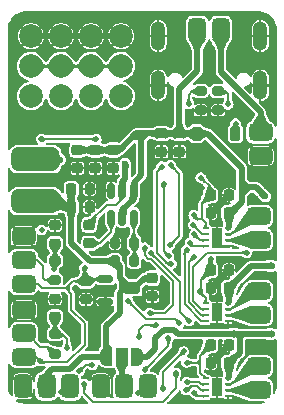
<source format=gbr>
%TF.GenerationSoftware,KiCad,Pcbnew,8.0.2*%
%TF.CreationDate,2024-08-03T15:43:08+02:00*%
%TF.ProjectId,ant control board v1.3,616e7420-636f-46e7-9472-6f6c20626f61,1.1*%
%TF.SameCoordinates,Original*%
%TF.FileFunction,Copper,L2,Bot*%
%TF.FilePolarity,Positive*%
%FSLAX46Y46*%
G04 Gerber Fmt 4.6, Leading zero omitted, Abs format (unit mm)*
G04 Created by KiCad (PCBNEW 8.0.2) date 2024-08-03 15:43:08*
%MOMM*%
%LPD*%
G01*
G04 APERTURE LIST*
G04 Aperture macros list*
%AMRoundRect*
0 Rectangle with rounded corners*
0 $1 Rounding radius*
0 $2 $3 $4 $5 $6 $7 $8 $9 X,Y pos of 4 corners*
0 Add a 4 corners polygon primitive as box body*
4,1,4,$2,$3,$4,$5,$6,$7,$8,$9,$2,$3,0*
0 Add four circle primitives for the rounded corners*
1,1,$1+$1,$2,$3*
1,1,$1+$1,$4,$5*
1,1,$1+$1,$6,$7*
1,1,$1+$1,$8,$9*
0 Add four rect primitives between the rounded corners*
20,1,$1+$1,$2,$3,$4,$5,0*
20,1,$1+$1,$4,$5,$6,$7,0*
20,1,$1+$1,$6,$7,$8,$9,0*
20,1,$1+$1,$8,$9,$2,$3,0*%
%AMFreePoly0*
4,1,19,0.550000,-0.750000,0.000000,-0.750000,0.000000,-0.744911,-0.071157,-0.744911,-0.207708,-0.704816,-0.327430,-0.627875,-0.420627,-0.520320,-0.479746,-0.390866,-0.500000,-0.250000,-0.500000,0.250000,-0.479746,0.390866,-0.420627,0.520320,-0.327430,0.627875,-0.207708,0.704816,-0.071157,0.744911,0.000000,0.744911,0.000000,0.750000,0.550000,0.750000,0.550000,-0.750000,0.550000,-0.750000,
$1*%
%AMFreePoly1*
4,1,19,0.000000,0.744911,0.071157,0.744911,0.207708,0.704816,0.327430,0.627875,0.420627,0.520320,0.479746,0.390866,0.500000,0.250000,0.500000,-0.250000,0.479746,-0.390866,0.420627,-0.520320,0.327430,-0.627875,0.207708,-0.704816,0.071157,-0.744911,0.000000,-0.744911,0.000000,-0.750000,-0.550000,-0.750000,-0.550000,0.750000,0.000000,0.750000,0.000000,0.744911,0.000000,0.744911,
$1*%
G04 Aperture macros list end*
%TA.AperFunction,SMDPad,CuDef*%
%ADD10RoundRect,0.375000X-0.375000X0.625000X-0.375000X-0.625000X0.375000X-0.625000X0.375000X0.625000X0*%
%TD*%
%TA.AperFunction,SMDPad,CuDef*%
%ADD11RoundRect,0.375000X0.625000X0.375000X-0.625000X0.375000X-0.625000X-0.375000X0.625000X-0.375000X0*%
%TD*%
%TA.AperFunction,ComponentPad*%
%ADD12C,2.000000*%
%TD*%
%TA.AperFunction,ComponentPad*%
%ADD13O,1.250000X2.500000*%
%TD*%
%TA.AperFunction,SMDPad,CuDef*%
%ADD14RoundRect,0.375000X-0.625000X-0.375000X0.625000X-0.375000X0.625000X0.375000X-0.625000X0.375000X0*%
%TD*%
%TA.AperFunction,SMDPad,CuDef*%
%ADD15RoundRect,0.225000X-0.225000X-0.250000X0.225000X-0.250000X0.225000X0.250000X-0.225000X0.250000X0*%
%TD*%
%TA.AperFunction,SMDPad,CuDef*%
%ADD16RoundRect,0.225000X-0.250000X0.225000X-0.250000X-0.225000X0.250000X-0.225000X0.250000X0.225000X0*%
%TD*%
%TA.AperFunction,SMDPad,CuDef*%
%ADD17RoundRect,0.500000X-1.500000X0.500000X-1.500000X-0.500000X1.500000X-0.500000X1.500000X0.500000X0*%
%TD*%
%TA.AperFunction,SMDPad,CuDef*%
%ADD18FreePoly0,180.000000*%
%TD*%
%TA.AperFunction,SMDPad,CuDef*%
%ADD19R,1.000000X1.500000*%
%TD*%
%TA.AperFunction,SMDPad,CuDef*%
%ADD20FreePoly1,180.000000*%
%TD*%
%TA.AperFunction,SMDPad,CuDef*%
%ADD21RoundRect,0.200000X-0.275000X0.200000X-0.275000X-0.200000X0.275000X-0.200000X0.275000X0.200000X0*%
%TD*%
%TA.AperFunction,SMDPad,CuDef*%
%ADD22RoundRect,0.150000X-0.512500X-0.150000X0.512500X-0.150000X0.512500X0.150000X-0.512500X0.150000X0*%
%TD*%
%TA.AperFunction,SMDPad,CuDef*%
%ADD23RoundRect,0.062500X0.187500X0.062500X-0.187500X0.062500X-0.187500X-0.062500X0.187500X-0.062500X0*%
%TD*%
%TA.AperFunction,SMDPad,CuDef*%
%ADD24R,0.900000X1.600000*%
%TD*%
%TA.AperFunction,SMDPad,CuDef*%
%ADD25RoundRect,0.200000X0.200000X0.275000X-0.200000X0.275000X-0.200000X-0.275000X0.200000X-0.275000X0*%
%TD*%
%TA.AperFunction,SMDPad,CuDef*%
%ADD26RoundRect,0.200000X0.275000X-0.200000X0.275000X0.200000X-0.275000X0.200000X-0.275000X-0.200000X0*%
%TD*%
%TA.AperFunction,SMDPad,CuDef*%
%ADD27RoundRect,0.225000X0.225000X0.250000X-0.225000X0.250000X-0.225000X-0.250000X0.225000X-0.250000X0*%
%TD*%
%TA.AperFunction,SMDPad,CuDef*%
%ADD28RoundRect,0.150000X-0.150000X0.512500X-0.150000X-0.512500X0.150000X-0.512500X0.150000X0.512500X0*%
%TD*%
%TA.AperFunction,SMDPad,CuDef*%
%ADD29RoundRect,0.225000X0.250000X-0.225000X0.250000X0.225000X-0.250000X0.225000X-0.250000X-0.225000X0*%
%TD*%
%TA.AperFunction,SMDPad,CuDef*%
%ADD30RoundRect,0.200000X-0.200000X-0.275000X0.200000X-0.275000X0.200000X0.275000X-0.200000X0.275000X0*%
%TD*%
%TA.AperFunction,SMDPad,CuDef*%
%ADD31RoundRect,0.225000X-0.225000X-0.375000X0.225000X-0.375000X0.225000X0.375000X-0.225000X0.375000X0*%
%TD*%
%TA.AperFunction,ViaPad*%
%ADD32C,0.500000*%
%TD*%
%TA.AperFunction,ViaPad*%
%ADD33C,0.600000*%
%TD*%
%TA.AperFunction,Conductor*%
%ADD34C,0.500000*%
%TD*%
%TA.AperFunction,Conductor*%
%ADD35C,0.200000*%
%TD*%
G04 APERTURE END LIST*
D10*
%TO.P,J8,1,Pin_1*%
%TO.N,/SERVO_1_SIG_5V*%
X149098000Y-100022096D03*
%TO.P,J8,2,Pin_2*%
%TO.N,Net-(J8-Pin_2)*%
X147098000Y-100022096D03*
%TO.P,J8,3,Pin_3*%
%TO.N,GND*%
X145098000Y-100022096D03*
%TD*%
D11*
%TO.P,J6,1,Pin_1*%
%TO.N,+3V3*%
X138610905Y-97536000D03*
%TO.P,J6,2,Pin_2*%
%TO.N,Net-(J6-Pin_2)*%
X138610905Y-95536000D03*
%TO.P,J6,3,Pin_3*%
%TO.N,GND*%
X138610905Y-93536000D03*
%TD*%
D10*
%TO.P,J7,1,Pin_1*%
%TO.N,/SERVO_2_SIG_5V*%
X142515905Y-100022096D03*
%TO.P,J7,2,Pin_2*%
%TO.N,+5V*%
X140515905Y-100022096D03*
%TO.P,J7,3,Pin_3*%
%TO.N,GND*%
X138515905Y-100022096D03*
%TD*%
D11*
%TO.P,J5,1,Pin_1*%
%TO.N,+3V3*%
X138570905Y-91313000D03*
%TO.P,J5,2,Pin_2*%
%TO.N,Net-(J5-Pin_2)*%
X138570905Y-89313000D03*
%TO.P,J5,3,Pin_3*%
%TO.N,GND*%
X138570905Y-87313000D03*
%TD*%
D12*
%TO.P,U4,1,GND*%
%TO.N,GND*%
X146812000Y-70358000D03*
%TO.P,U4,2,VCC*%
%TO.N,+3V3*%
X146812000Y-72898000D03*
%TO.P,U4,3,CH1_(PPM)*%
%TO.N,/CH1_PPM*%
X146812000Y-75438000D03*
%TO.P,U4,4*%
%TO.N,GND*%
X144272000Y-70358000D03*
%TO.P,U4,5*%
%TO.N,+3V3*%
X144272000Y-72898000D03*
%TO.P,U4,6,CH2*%
%TO.N,/CH2*%
X144272000Y-75438000D03*
%TO.P,U4,7*%
%TO.N,GND*%
X141732000Y-70358000D03*
%TO.P,U4,8*%
%TO.N,+3V3*%
X141732000Y-72898000D03*
%TO.P,U4,9,CH3*%
%TO.N,/CH3*%
X141732000Y-75438000D03*
%TO.P,U4,10*%
%TO.N,GND*%
X139192000Y-70358000D03*
%TO.P,U4,11*%
%TO.N,+3V3*%
X139192000Y-72898000D03*
%TO.P,U4,12,CH4*%
%TO.N,/CH4*%
X139192000Y-75438000D03*
%TD*%
D13*
%TO.P,J4,13,SHIELD*%
%TO.N,GND*%
X158613000Y-74535500D03*
X158613000Y-70355500D03*
X149973000Y-74535500D03*
X149973000Y-70355500D03*
%TD*%
D14*
%TO.P,J11,1,Pin_1*%
%TO.N,/M3+*%
X158496000Y-85604500D03*
%TO.P,J11,2,Pin_2*%
%TO.N,/M3-*%
X158496000Y-87604500D03*
%TD*%
D15*
%TO.P,C18,1*%
%TO.N,+5V*%
X142608000Y-83312000D03*
%TO.P,C18,2*%
%TO.N,GND*%
X144158000Y-83312000D03*
%TD*%
D16*
%TO.P,C21,1*%
%TO.N,+5V*%
X149479000Y-90842800D03*
%TO.P,C21,2*%
%TO.N,GND*%
X149479000Y-92392800D03*
%TD*%
D17*
%TO.P,L1,1,1*%
%TO.N,/SW*%
X139573000Y-80772000D03*
%TO.P,L1,2,2*%
%TO.N,+5V*%
X139573000Y-84328000D03*
%TD*%
D18*
%TO.P,JP1,1,A*%
%TO.N,+BATT*%
X148162800Y-97485200D03*
D19*
%TO.P,JP1,2,C*%
%TO.N,Net-(J8-Pin_2)*%
X146862800Y-97485200D03*
D20*
%TO.P,JP1,3,B*%
%TO.N,+5V*%
X145562800Y-97485200D03*
%TD*%
D16*
%TO.P,C22,1*%
%TO.N,+3V3*%
X143843000Y-91107000D03*
%TO.P,C22,2*%
%TO.N,GND*%
X143843000Y-92657000D03*
%TD*%
D21*
%TO.P,R8,1*%
%TO.N,/CC1*%
X155041600Y-74994000D03*
%TO.P,R8,2*%
%TO.N,GND*%
X155041600Y-76644000D03*
%TD*%
D22*
%TO.P,U3,1,GND*%
%TO.N,GND*%
X145499500Y-92832000D03*
%TO.P,U3,2,VO*%
%TO.N,+3V3*%
X145499500Y-90932000D03*
%TO.P,U3,3,VI*%
%TO.N,+5V*%
X147774500Y-91882000D03*
%TD*%
D14*
%TO.P,J10,1,Pin_1*%
%TO.N,/M2+*%
X158496000Y-91948000D03*
%TO.P,J10,2,Pin_2*%
%TO.N,/M2-*%
X158496000Y-93948000D03*
%TD*%
D16*
%TO.P,C20,1*%
%TO.N,+BATT*%
X150241000Y-78600000D03*
%TO.P,C20,2*%
%TO.N,GND*%
X150241000Y-80150000D03*
%TD*%
D23*
%TO.P,U7,1,VM*%
%TO.N,+BATT*%
X155880500Y-86637500D03*
%TO.P,U7,2,OUT1*%
%TO.N,/M3+*%
X155880500Y-87137500D03*
%TO.P,U7,3,OUT2*%
%TO.N,/M3-*%
X155880500Y-87637500D03*
%TO.P,U7,4,GND*%
%TO.N,GND*%
X155880500Y-88137500D03*
%TO.P,U7,5,EN*%
%TO.N,/M3_PWM*%
X153980500Y-88137500D03*
%TO.P,U7,6,PH*%
%TO.N,/M3_DIR*%
X153980500Y-87637500D03*
%TO.P,U7,7,~{SLEEP}*%
%TO.N,/~{M3_SLEEP}*%
X153980500Y-87137500D03*
%TO.P,U7,8,VCC*%
%TO.N,+3V3*%
X153980500Y-86637500D03*
D24*
%TO.P,U7,9,GND*%
%TO.N,GND*%
X154930500Y-87387500D03*
%TD*%
D16*
%TO.P,C7,1*%
%TO.N,+BATT*%
X146177000Y-79997000D03*
%TO.P,C7,2*%
%TO.N,GND*%
X146177000Y-81547000D03*
%TD*%
D25*
%TO.P,R7,1*%
%TO.N,/VFB*%
X147955000Y-87884000D03*
%TO.P,R7,2*%
%TO.N,GND*%
X146305000Y-87884000D03*
%TD*%
D26*
%TO.P,R11,1*%
%TO.N,Net-(J6-Pin_2)*%
X141224000Y-97243400D03*
%TO.P,R11,2*%
%TO.N,/ADC1*%
X141224000Y-95593400D03*
%TD*%
D16*
%TO.P,C19,1*%
%TO.N,+BATT*%
X151765000Y-78600000D03*
%TO.P,C19,2*%
%TO.N,GND*%
X151765000Y-80150000D03*
%TD*%
D11*
%TO.P,J2,1,Pin_1*%
%TO.N,GND*%
X158632500Y-80511500D03*
%TO.P,J2,2,Pin_2*%
%TO.N,/BAT_2_SW*%
X158632500Y-78511500D03*
%TD*%
D16*
%TO.P,C23,1*%
%TO.N,GND*%
X141224000Y-86372400D03*
%TO.P,C23,2*%
%TO.N,/ADC2*%
X141224000Y-87922400D03*
%TD*%
D15*
%TO.P,C17,1*%
%TO.N,+5V*%
X142608000Y-84836000D03*
%TO.P,C17,2*%
%TO.N,GND*%
X144158000Y-84836000D03*
%TD*%
D27*
%TO.P,C28,1*%
%TO.N,+BATT*%
X155959500Y-98055500D03*
%TO.P,C28,2*%
%TO.N,GND*%
X154409500Y-98055500D03*
%TD*%
D15*
%TO.P,C26,1*%
%TO.N,+3V3*%
X154409500Y-90181500D03*
%TO.P,C26,2*%
%TO.N,GND*%
X155959500Y-90181500D03*
%TD*%
D16*
%TO.P,C24,1*%
%TO.N,GND*%
X141224000Y-92595400D03*
%TO.P,C24,2*%
%TO.N,/ADC1*%
X141224000Y-94145400D03*
%TD*%
D15*
%TO.P,C27,1*%
%TO.N,+3V3*%
X154409500Y-83831500D03*
%TO.P,C27,2*%
%TO.N,GND*%
X155959500Y-83831500D03*
%TD*%
D28*
%TO.P,U1,1,GND*%
%TO.N,GND*%
X145989000Y-83444500D03*
%TO.P,U1,2,SW*%
%TO.N,/SW*%
X146939000Y-83444500D03*
%TO.P,U1,3,VIN*%
%TO.N,+BATT*%
X147889000Y-83444500D03*
%TO.P,U1,4,VFB*%
%TO.N,/VFB*%
X147889000Y-85719500D03*
%TO.P,U1,5,EN*%
%TO.N,+BATT*%
X146939000Y-85719500D03*
%TO.P,U1,6,VBST*%
%TO.N,Net-(U1-VBST)*%
X145989000Y-85719500D03*
%TD*%
D10*
%TO.P,J1,1,Pin_1*%
%TO.N,/BAT_2_SW*%
X155279600Y-69824600D03*
%TO.P,J1,2,Pin_2*%
%TO.N,+BATT*%
X153279600Y-69824600D03*
%TD*%
D29*
%TO.P,C14,1*%
%TO.N,Net-(U1-VBST)*%
X144145000Y-87897000D03*
%TO.P,C14,2*%
%TO.N,/SW*%
X144145000Y-86347000D03*
%TD*%
D30*
%TO.P,R6,1*%
%TO.N,+5V*%
X146305000Y-89408000D03*
%TO.P,R6,2*%
%TO.N,/VFB*%
X147955000Y-89408000D03*
%TD*%
D15*
%TO.P,C25,1*%
%TO.N,+3V3*%
X154409500Y-96531500D03*
%TO.P,C25,2*%
%TO.N,GND*%
X155959500Y-96531500D03*
%TD*%
D23*
%TO.P,U5,1,VM*%
%TO.N,+BATT*%
X155880500Y-99337500D03*
%TO.P,U5,2,OUT1*%
%TO.N,/M1+*%
X155880500Y-99837500D03*
%TO.P,U5,3,OUT2*%
%TO.N,/M1-*%
X155880500Y-100337500D03*
%TO.P,U5,4,GND*%
%TO.N,GND*%
X155880500Y-100837500D03*
%TO.P,U5,5,EN*%
%TO.N,/M1_PWM*%
X153980500Y-100837500D03*
%TO.P,U5,6,PH*%
%TO.N,/M1_DIR*%
X153980500Y-100337500D03*
%TO.P,U5,7,~{SLEEP}*%
%TO.N,/~{M1_SLEEP}*%
X153980500Y-99837500D03*
%TO.P,U5,8,VCC*%
%TO.N,+3V3*%
X153980500Y-99337500D03*
D24*
%TO.P,U5,9,GND*%
%TO.N,GND*%
X154930500Y-100087500D03*
%TD*%
D26*
%TO.P,R10,1*%
%TO.N,Net-(J5-Pin_2)*%
X141224000Y-91020400D03*
%TO.P,R10,2*%
%TO.N,/ADC2*%
X141224000Y-89370400D03*
%TD*%
D27*
%TO.P,C30,1*%
%TO.N,+BATT*%
X155959500Y-85355500D03*
%TO.P,C30,2*%
%TO.N,GND*%
X154409500Y-85355500D03*
%TD*%
D14*
%TO.P,J9,1,Pin_1*%
%TO.N,/M1+*%
X158496000Y-98298000D03*
%TO.P,J9,2,Pin_2*%
%TO.N,/M1-*%
X158496000Y-100298000D03*
%TD*%
D16*
%TO.P,C5,1*%
%TO.N,+BATT*%
X143129000Y-79997000D03*
%TO.P,C5,2*%
%TO.N,GND*%
X143129000Y-81547000D03*
%TD*%
%TO.P,C6,1*%
%TO.N,+BATT*%
X144653000Y-79997000D03*
%TO.P,C6,2*%
%TO.N,GND*%
X144653000Y-81547000D03*
%TD*%
D21*
%TO.P,R9,1*%
%TO.N,/CC2*%
X153568400Y-74994000D03*
%TO.P,R9,2*%
%TO.N,GND*%
X153568400Y-76644000D03*
%TD*%
D27*
%TO.P,C29,1*%
%TO.N,+BATT*%
X155959500Y-91705500D03*
%TO.P,C29,2*%
%TO.N,GND*%
X154409500Y-91705500D03*
%TD*%
D23*
%TO.P,U6,1,VM*%
%TO.N,+BATT*%
X155880500Y-92987500D03*
%TO.P,U6,2,OUT1*%
%TO.N,/M2+*%
X155880500Y-93487500D03*
%TO.P,U6,3,OUT2*%
%TO.N,/M2-*%
X155880500Y-93987500D03*
%TO.P,U6,4,GND*%
%TO.N,GND*%
X155880500Y-94487500D03*
%TO.P,U6,5,EN*%
%TO.N,/M2_PWM*%
X153980500Y-94487500D03*
%TO.P,U6,6,PH*%
%TO.N,/M2_DIR*%
X153980500Y-93987500D03*
%TO.P,U6,7,~{SLEEP}*%
%TO.N,/~{M2_SLEEP}*%
X153980500Y-93487500D03*
%TO.P,U6,8,VCC*%
%TO.N,+3V3*%
X153980500Y-92987500D03*
D24*
%TO.P,U6,9,GND*%
%TO.N,GND*%
X154930500Y-93737500D03*
%TD*%
D31*
%TO.P,D2,1,K*%
%TO.N,+BATT*%
X153213800Y-78613000D03*
%TO.P,D2,2,A*%
%TO.N,/VUSB*%
X156513800Y-78613000D03*
%TD*%
D32*
%TO.N,GND*%
X149352000Y-80670400D03*
X138544000Y-82222000D03*
X152323800Y-84988400D03*
X143308000Y-87274400D03*
X139594002Y-82346800D03*
X142243069Y-94202087D03*
X150622000Y-91363800D03*
X142138400Y-80060800D03*
X138379200Y-100076000D03*
X138610905Y-93536000D03*
X138557000Y-87376000D03*
X144272000Y-77368400D03*
X156845000Y-94869000D03*
X148903600Y-82888109D03*
X145298096Y-99822000D03*
X156591000Y-101168200D03*
X155371800Y-89281000D03*
X159595531Y-96346127D03*
X149987000Y-98425000D03*
X138582400Y-86004400D03*
X155244800Y-81965800D03*
X152298400Y-98856800D03*
X154279600Y-71450200D03*
X152019000Y-101092000D03*
X137795000Y-76454000D03*
X149885400Y-77105600D03*
X159004000Y-82143600D03*
X152654000Y-79629000D03*
X143687800Y-93827600D03*
X146423595Y-87333779D03*
X146024600Y-91770200D03*
X143095691Y-96359691D03*
X148335299Y-84683650D03*
X142875000Y-89916000D03*
X157632400Y-96279356D03*
X144526000Y-96723200D03*
X149199600Y-89865200D03*
X141815084Y-87113489D03*
X138531600Y-82854800D03*
X149606000Y-72390000D03*
X151688800Y-96316800D03*
%TO.N,/RESET*%
X144729200Y-79070200D03*
X144399000Y-98185200D03*
X140081000Y-79070200D03*
X143300893Y-98700075D03*
D33*
%TO.N,+BATT*%
X159592800Y-89814400D03*
X159029400Y-83921600D03*
X156370808Y-95579356D03*
X159592800Y-95579356D03*
D32*
%TO.N,+3V3*%
X152984200Y-85521800D03*
X139939000Y-97840800D03*
X152373122Y-97994678D03*
X154406600Y-89246010D03*
X143738600Y-89975600D03*
X153509820Y-91994634D03*
X140106400Y-86766400D03*
X153583008Y-82336008D03*
D33*
%TO.N,+5V*%
X139954000Y-99923600D03*
D32*
%TO.N,/ADC2*%
X141147800Y-90093800D03*
X151739600Y-94665800D03*
X147410400Y-92760800D03*
%TO.N,/ADC1*%
X150837194Y-95918599D03*
X142240000Y-96774000D03*
X148815295Y-98606105D03*
%TO.N,/VUSB*%
X156514800Y-77774800D03*
%TO.N,/CC2*%
X152552400Y-76073000D03*
%TO.N,/SERVO_2_SIG*%
X143713200Y-99822000D03*
X149766793Y-94849393D03*
X151482244Y-98904245D03*
X148361400Y-95808800D03*
X148844000Y-88265000D03*
X149250400Y-93821623D03*
%TO.N,/SERVO_1_SIG*%
X152146000Y-97053400D03*
X149336187Y-88695664D03*
X150368000Y-100203000D03*
X152577800Y-94462600D03*
%TO.N,/CC1*%
X155892500Y-76136500D03*
D33*
%TO.N,/SW*%
X141681922Y-80825117D03*
X147175135Y-81170865D03*
D32*
%TO.N,/~{M1_SLEEP}*%
X152400000Y-99644200D03*
%TO.N,/CH2*%
X150266400Y-81407000D03*
X151082814Y-89622041D03*
%TO.N,/M1_PWM*%
X153009600Y-100533200D03*
%TO.N,/M3_DIR*%
X153009600Y-87147400D03*
%TO.N,/M1_DIR*%
X152313565Y-100292466D03*
%TO.N,/~{M2_SLEEP}*%
X157458213Y-88696010D03*
%TO.N,/M3_PWM*%
X152654000Y-87858600D03*
%TO.N,/CH3*%
X150876000Y-89001600D03*
X150432814Y-82837158D03*
%TO.N,/M2_PWM*%
X152374030Y-88449647D03*
%TO.N,/~{M3_SLEEP}*%
X152941309Y-86317109D03*
%TO.N,/M2_DIR*%
X152984200Y-89052400D03*
%TO.N,/CH1_PPM*%
X151028400Y-81280000D03*
X150947409Y-88082409D03*
%TO.N,/SERVO_2_SIG_5V*%
X141753325Y-100518000D03*
%TO.N,/SERVO_1_SIG_5V*%
X148298000Y-100584000D03*
%TD*%
D34*
%TO.N,GND*%
X154435500Y-91705500D02*
X155959500Y-90181500D01*
X154435500Y-85355500D02*
X155959500Y-83831500D01*
X154409500Y-91705500D02*
X154435500Y-91705500D01*
X146812000Y-70358000D02*
X144272000Y-70358000D01*
X139192000Y-70358000D02*
X141732000Y-70358000D01*
X154409500Y-85355500D02*
X154435500Y-85355500D01*
X141732000Y-70358000D02*
X144272000Y-70358000D01*
X154435500Y-98055500D02*
X155959500Y-96531500D01*
X154409500Y-98055500D02*
X154435500Y-98055500D01*
D35*
%TO.N,/RESET*%
X140081000Y-79070200D02*
X144729200Y-79070200D01*
X143815768Y-98185200D02*
X143300893Y-98700075D01*
X144399000Y-98185200D02*
X143815768Y-98185200D01*
D34*
%TO.N,+BATT*%
X157048200Y-83159600D02*
X157048200Y-81508600D01*
X158267400Y-83159600D02*
X159029400Y-83921600D01*
X148162800Y-97485200D02*
X149047200Y-97485200D01*
X157226000Y-95579356D02*
X156370808Y-95579356D01*
X151663206Y-95579356D02*
X156370808Y-95579356D01*
X150241000Y-78600000D02*
X151765000Y-78600000D01*
X147889000Y-82782001D02*
X148539200Y-82131801D01*
X156859500Y-97155500D02*
X156859500Y-95874100D01*
X148539200Y-78650800D02*
X148488400Y-78600000D01*
X157048200Y-83159600D02*
X158267400Y-83159600D01*
X151765000Y-74845883D02*
X151765000Y-78600000D01*
X150424801Y-95218599D02*
X151302449Y-95218599D01*
X148488400Y-78600000D02*
X150241000Y-78600000D01*
X143129000Y-79997000D02*
X144653000Y-79997000D01*
X155959500Y-98055500D02*
X155959500Y-99183500D01*
X156564756Y-95579356D02*
X156370808Y-95579356D01*
X149047200Y-97485200D02*
X149718800Y-96813600D01*
X147889000Y-84140000D02*
X146939000Y-85090000D01*
X157048200Y-84404200D02*
X157048200Y-83159600D01*
X155959500Y-91705500D02*
X155959500Y-92833500D01*
X155959500Y-85355500D02*
X156096900Y-85355500D01*
X153279600Y-69824600D02*
X153279600Y-73331283D01*
X149718800Y-95924600D02*
X150424801Y-95218599D01*
X148120400Y-78600000D02*
X148488400Y-78600000D01*
X159592800Y-95579356D02*
X157226000Y-95579356D01*
X153213800Y-78613000D02*
X151778000Y-78613000D01*
X147889000Y-83444500D02*
X147889000Y-82782001D01*
X157850600Y-89814400D02*
X155959500Y-91705500D01*
X159592800Y-89814400D02*
X157850600Y-89814400D01*
X155959500Y-99183500D02*
X155880500Y-99262500D01*
X153279600Y-73331283D02*
X151765000Y-74845883D01*
X155959500Y-98055500D02*
X156859500Y-97155500D01*
X147889000Y-83444500D02*
X147889000Y-84140000D01*
X155959500Y-86483500D02*
X155880500Y-86562500D01*
X146723400Y-79997000D02*
X148120400Y-78600000D01*
X148539200Y-82131801D02*
X148539200Y-78650800D01*
X151778000Y-78613000D02*
X151765000Y-78600000D01*
X156859500Y-95874100D02*
X156931256Y-95874100D01*
X154152600Y-78613000D02*
X153213800Y-78613000D01*
X156096900Y-85355500D02*
X157048200Y-84404200D01*
X149718800Y-96813600D02*
X149718800Y-95924600D01*
X156859500Y-95874100D02*
X156564756Y-95579356D01*
X146177000Y-79997000D02*
X144653000Y-79997000D01*
X151302449Y-95218599D02*
X151663206Y-95579356D01*
X156931256Y-95874100D02*
X157226000Y-95579356D01*
X155959500Y-92833500D02*
X155880500Y-92912500D01*
X146939000Y-85090000D02*
X146939000Y-85719500D01*
X155959500Y-85355500D02*
X155959500Y-86483500D01*
X146177000Y-79997000D02*
X146723400Y-79997000D01*
X157048200Y-81508600D02*
X154152600Y-78613000D01*
D35*
%TO.N,+3V3*%
X143738600Y-89975600D02*
X143738600Y-91002600D01*
X154406600Y-89246010D02*
X154409500Y-89248910D01*
X153593800Y-92113496D02*
X153980500Y-92500196D01*
X142752800Y-91107000D02*
X143843000Y-91107000D01*
X153335118Y-85872718D02*
X153639918Y-85872718D01*
X153593800Y-91313000D02*
X153593800Y-92113496D01*
X152373122Y-97994678D02*
X152373122Y-97958878D01*
X154422500Y-96531500D02*
X153545000Y-97409000D01*
X152373122Y-97994678D02*
X153543522Y-97994678D01*
X142621000Y-93538618D02*
X142621000Y-92202000D01*
X154409500Y-83162500D02*
X154409500Y-83831500D01*
X142621000Y-92202000D02*
X142139400Y-91720400D01*
X139750800Y-91313000D02*
X140158200Y-91720400D01*
X140074800Y-97976600D02*
X142256600Y-97976600D01*
X153644600Y-84596400D02*
X153644600Y-85877400D01*
X142256600Y-97976600D02*
X143764000Y-96469200D01*
X139939000Y-97840800D02*
X140074800Y-97976600D01*
X143764000Y-96469200D02*
X143764000Y-94681618D01*
X146812000Y-72898000D02*
X144272000Y-72898000D01*
X152984200Y-85521800D02*
X153335118Y-85872718D01*
X138570905Y-91313000D02*
X139750800Y-91313000D01*
X141732000Y-72898000D02*
X144272000Y-72898000D01*
X143764000Y-94681618D02*
X142621000Y-93538618D01*
X153593800Y-91313000D02*
X153593800Y-91910654D01*
X140158200Y-91720400D02*
X142139400Y-91720400D01*
X153545000Y-97993200D02*
X153545000Y-98902000D01*
X139634200Y-97536000D02*
X139939000Y-97840800D01*
X154409500Y-89248910D02*
X154409500Y-90181500D01*
X154422500Y-90181500D02*
X154420500Y-90181500D01*
X153593800Y-91910654D02*
X153509820Y-91994634D01*
X153545000Y-97409000D02*
X153545000Y-97993200D01*
X142139400Y-91720400D02*
X142752800Y-91107000D01*
X144018000Y-90932000D02*
X143843000Y-91107000D01*
X138610905Y-97536000D02*
X139634200Y-97536000D01*
X153545000Y-98902000D02*
X153980500Y-99337500D01*
X139192000Y-72898000D02*
X141732000Y-72898000D01*
X153644600Y-85877400D02*
X153980500Y-86213300D01*
X153980500Y-86213300D02*
X153980500Y-86637500D01*
X143738600Y-91002600D02*
X143843000Y-91107000D01*
X153583008Y-82336008D02*
X154409500Y-83162500D01*
X153980500Y-92500196D02*
X153980500Y-92987500D01*
X153543522Y-97994678D02*
X153545000Y-97993200D01*
X153639918Y-85872718D02*
X153644600Y-85877400D01*
X153593800Y-91008200D02*
X153593800Y-91313000D01*
X154409500Y-83831500D02*
X153644600Y-84596400D01*
X154420500Y-90181500D02*
X153593800Y-91008200D01*
X145499500Y-90932000D02*
X144018000Y-90932000D01*
%TO.N,Net-(U1-VBST)*%
X145989000Y-86929000D02*
X145021000Y-87897000D01*
X145989000Y-85719500D02*
X145989000Y-86929000D01*
X145021000Y-87897000D02*
X144145000Y-87897000D01*
%TO.N,+5V*%
X139954000Y-99923600D02*
X140052496Y-100022096D01*
D34*
X148813700Y-90842800D02*
X147774500Y-91882000D01*
X147774500Y-91882000D02*
X146710400Y-90817900D01*
X144160950Y-89408000D02*
X146305000Y-89408000D01*
X142484418Y-98526600D02*
X143525818Y-97485200D01*
X146710400Y-92100400D02*
X146710400Y-93776800D01*
X140515905Y-99006095D02*
X140995400Y-98526600D01*
X143525818Y-97485200D02*
X145562800Y-97485200D01*
X149479000Y-90842800D02*
X148813700Y-90842800D01*
X147774500Y-91882000D02*
X146928800Y-91882000D01*
X142608000Y-84836000D02*
X140081000Y-84836000D01*
X142608000Y-84836000D02*
X142608000Y-87855050D01*
X146710400Y-90817900D02*
X146710400Y-89813400D01*
X146928800Y-91882000D02*
X146710400Y-92100400D01*
X140081000Y-84836000D02*
X139573000Y-84328000D01*
X145562800Y-94924400D02*
X145562800Y-97485200D01*
X146710400Y-93776800D02*
X145562800Y-94924400D01*
X146710400Y-89813400D02*
X146305000Y-89408000D01*
X142608000Y-83312000D02*
X142608000Y-84836000D01*
X140995400Y-98526600D02*
X142484418Y-98526600D01*
D35*
X140052496Y-100022096D02*
X140515905Y-100022096D01*
D34*
X142608000Y-87855050D02*
X144160950Y-89408000D01*
X140515905Y-100022096D02*
X140515905Y-99006095D01*
D35*
%TO.N,/ADC2*%
X151399423Y-94325623D02*
X151739600Y-94665800D01*
X147410400Y-92760800D02*
X148975223Y-94325623D01*
X141224000Y-87922400D02*
X141224000Y-89370400D01*
X148975223Y-94325623D02*
X151399423Y-94325623D01*
X141147800Y-89446600D02*
X141224000Y-89370400D01*
X141147800Y-90093800D02*
X141147800Y-89446600D01*
%TO.N,/ADC1*%
X141821400Y-95593400D02*
X141224000Y-95593400D01*
X148815295Y-98606105D02*
X150837194Y-96584206D01*
X142240000Y-96012000D02*
X141821400Y-95593400D01*
X150837194Y-96584206D02*
X150837194Y-95918599D01*
X142240000Y-96774000D02*
X142240000Y-96012000D01*
X141224000Y-94145400D02*
X141224000Y-95593400D01*
%TO.N,/VUSB*%
X156514800Y-78612000D02*
X156513800Y-78613000D01*
X156514800Y-77774800D02*
X156514800Y-78612000D01*
D34*
%TO.N,/BAT_2_SW*%
X155279600Y-73415400D02*
X158632500Y-76768300D01*
X155279600Y-69824600D02*
X155279600Y-73415400D01*
X158632500Y-76768300D02*
X158632500Y-78511500D01*
D35*
%TO.N,/CC2*%
X152552400Y-76073000D02*
X152552400Y-75311000D01*
X152869400Y-74994000D02*
X153568400Y-74994000D01*
X152552400Y-75311000D02*
X152869400Y-74994000D01*
%TO.N,Net-(J5-Pin_2)*%
X140208000Y-90805000D02*
X140423400Y-91020400D01*
X140208000Y-89814400D02*
X140208000Y-90805000D01*
X139706600Y-89313000D02*
X140208000Y-89814400D01*
X140423400Y-91020400D02*
X141224000Y-91020400D01*
X138570905Y-89313000D02*
X139706600Y-89313000D01*
%TO.N,Net-(J6-Pin_2)*%
X140627600Y-96647000D02*
X139954000Y-96647000D01*
X139954000Y-96647000D02*
X138843000Y-95536000D01*
X141224000Y-97243400D02*
X140627600Y-96647000D01*
X138843000Y-95536000D02*
X138610905Y-95536000D01*
%TO.N,/SERVO_2_SIG*%
X149127423Y-89199664D02*
X148832187Y-88904428D01*
X143713200Y-100591890D02*
X144443406Y-101322096D01*
X149250400Y-93821623D02*
X150526377Y-93821623D01*
X150526377Y-93821623D02*
X151257000Y-93091000D01*
X143713200Y-99822000D02*
X143713200Y-100591890D01*
X151482244Y-100182520D02*
X151482244Y-98904245D01*
X149766793Y-94849393D02*
X148736607Y-94849393D01*
X150342668Y-101322096D02*
X151482244Y-100182520D01*
X144443406Y-101322096D02*
X150342668Y-101322096D01*
X149345213Y-89199664D02*
X149127423Y-89199664D01*
X148736607Y-94849393D02*
X148361400Y-95224600D01*
X148361400Y-95224600D02*
X148361400Y-95808800D01*
X151257000Y-93091000D02*
X151257000Y-91111451D01*
X151257000Y-91111451D02*
X149345213Y-89199664D01*
X148832187Y-88904428D02*
X148832187Y-88276813D01*
X148832187Y-88276813D02*
X148844000Y-88265000D01*
%TO.N,/SERVO_1_SIG*%
X149336187Y-88695664D02*
X151846800Y-91206277D01*
X151846800Y-91206277D02*
X151846800Y-93731600D01*
X150368000Y-98831400D02*
X152146000Y-97053400D01*
X151846800Y-93731600D02*
X152577800Y-94462600D01*
X150368000Y-100203000D02*
X150368000Y-98831400D01*
D34*
%TO.N,Net-(J8-Pin_2)*%
X147098000Y-100022096D02*
X146862800Y-99786896D01*
X146862800Y-99786896D02*
X146862800Y-97485200D01*
D35*
%TO.N,/CC1*%
X155588200Y-74994000D02*
X155041600Y-74994000D01*
X155892500Y-75298300D02*
X155588200Y-74994000D01*
X155892500Y-76136500D02*
X155816600Y-76060600D01*
X155892500Y-76136500D02*
X155892500Y-75298300D01*
D34*
%TO.N,/SW*%
X146939000Y-82677000D02*
X146939000Y-83444500D01*
X147175135Y-81170865D02*
X147175135Y-82440865D01*
X147175135Y-82440865D02*
X146939000Y-82677000D01*
X141681922Y-80825117D02*
X139626117Y-80825117D01*
D35*
X145643600Y-84632800D02*
X146413199Y-84632800D01*
D34*
X139626117Y-80825117D02*
X139573000Y-80772000D01*
D35*
X144145000Y-86347000D02*
X144145000Y-86131400D01*
X146413199Y-84632800D02*
X146939000Y-84106999D01*
X144145000Y-86131400D02*
X145643600Y-84632800D01*
X146939000Y-84106999D02*
X146939000Y-83444500D01*
%TO.N,/~{M1_SLEEP}*%
X153426514Y-99644200D02*
X153619814Y-99837500D01*
X153619814Y-99837500D02*
X153980500Y-99837500D01*
X152400000Y-99644200D02*
X153426514Y-99644200D01*
%TO.N,/CH2*%
X149840187Y-88678551D02*
X150783677Y-89622041D01*
X150266400Y-81407000D02*
X149840187Y-81833213D01*
X150783677Y-89622041D02*
X151082814Y-89622041D01*
X149840187Y-81833213D02*
X149840187Y-88678551D01*
%TO.N,/M1_PWM*%
X153009600Y-100533200D02*
X153313900Y-100837500D01*
X153313900Y-100837500D02*
X153980500Y-100837500D01*
%TO.N,/M3_DIR*%
X153499700Y-87637500D02*
X153980500Y-87637500D01*
X153009600Y-87147400D02*
X153499700Y-87637500D01*
%TO.N,/M1_DIR*%
X152313565Y-100292466D02*
X152464498Y-100292466D01*
X153263600Y-99999800D02*
X153601300Y-100337500D01*
X152757164Y-99999800D02*
X153263600Y-99999800D01*
X153601300Y-100337500D02*
X153980500Y-100337500D01*
X152464498Y-100292466D02*
X152757164Y-99999800D01*
%TO.N,/~{M2_SLEEP}*%
X153619814Y-93487500D02*
X153980500Y-93487500D01*
X152896800Y-89876400D02*
X152896800Y-92764486D01*
X154077190Y-88696010D02*
X152896800Y-89876400D01*
X157458213Y-88696010D02*
X154077190Y-88696010D01*
X152896800Y-92764486D02*
X153619814Y-93487500D01*
%TO.N,/M3_PWM*%
X152932900Y-88137500D02*
X153980500Y-88137500D01*
X152654000Y-87858600D02*
X152932900Y-88137500D01*
%TO.N,/CH3*%
X150443409Y-82847753D02*
X150443409Y-88569009D01*
X150432814Y-82837158D02*
X150443409Y-82847753D01*
X150443409Y-88569009D02*
X150876000Y-89001600D01*
%TO.N,/M2_PWM*%
X152196800Y-93054435D02*
X153629865Y-94487500D01*
X153629865Y-94487500D02*
X153980500Y-94487500D01*
X152374030Y-88449647D02*
X152196800Y-88626877D01*
X152196800Y-88626877D02*
X152196800Y-93054435D01*
%TO.N,/~{M3_SLEEP}*%
X152941309Y-86317109D02*
X152941309Y-86362695D01*
X153716114Y-87137500D02*
X153980500Y-87137500D01*
X152941309Y-86362695D02*
X153716114Y-87137500D01*
%TO.N,/M2_DIR*%
X152984200Y-89052400D02*
X152546800Y-89489800D01*
X152546800Y-92909460D02*
X153624840Y-93987500D01*
X153624840Y-93987500D02*
X153980500Y-93987500D01*
X152546800Y-89489800D02*
X152546800Y-92909460D01*
%TO.N,/CH1_PPM*%
X151739600Y-87290218D02*
X150947409Y-88082409D01*
X151028400Y-81280000D02*
X151739600Y-81991200D01*
X151739600Y-81991200D02*
X151739600Y-87290218D01*
%TO.N,/VFB*%
X147889000Y-85719500D02*
X147889000Y-87818000D01*
X147955000Y-89408000D02*
X147955000Y-87884000D01*
X147889000Y-87818000D02*
X147955000Y-87884000D01*
%TO.N,/SERVO_2_SIG_5V*%
X142249229Y-100022096D02*
X142515905Y-100022096D01*
X141753325Y-100518000D02*
X142249229Y-100022096D01*
%TO.N,/SERVO_1_SIG_5V*%
X148298000Y-100584000D02*
X148859904Y-100022096D01*
X148859904Y-100022096D02*
X149098000Y-100022096D01*
%TD*%
%TA.AperFunction,Conductor*%
%TO.N,GND*%
G36*
X137429093Y-98077737D02*
G01*
X137440464Y-98098043D01*
X137483205Y-98201230D01*
X137483206Y-98201232D01*
X137483207Y-98201233D01*
X137575454Y-98321451D01*
X137695672Y-98413698D01*
X137835669Y-98471687D01*
X137948185Y-98486500D01*
X137948186Y-98486500D01*
X139273624Y-98486500D01*
X139273625Y-98486500D01*
X139386141Y-98471687D01*
X139526138Y-98413698D01*
X139586254Y-98367569D01*
X139646353Y-98321454D01*
X139646354Y-98321452D01*
X139646356Y-98321451D01*
X139665822Y-98296081D01*
X139716244Y-98261426D01*
X139772252Y-98261358D01*
X139874228Y-98291300D01*
X139918354Y-98291300D01*
X139936392Y-98292957D01*
X139938057Y-98293265D01*
X139953499Y-98296127D01*
X140027117Y-98295161D01*
X140054038Y-98294809D01*
X140054087Y-98294807D01*
X140054163Y-98294807D01*
X140057144Y-98294747D01*
X140057506Y-98294737D01*
X140059205Y-98294676D01*
X140060827Y-98294618D01*
X140060843Y-98294617D01*
X140060879Y-98294616D01*
X140140570Y-98291104D01*
X140143037Y-98290980D01*
X140143089Y-98290977D01*
X140143110Y-98290976D01*
X140143141Y-98290974D01*
X140143233Y-98290969D01*
X140144213Y-98290912D01*
X140210525Y-98286872D01*
X140212174Y-98286786D01*
X140223113Y-98286303D01*
X140223114Y-98286304D01*
X140284859Y-98283582D01*
X140287913Y-98283496D01*
X140360011Y-98282551D01*
X140362076Y-98282524D01*
X140420509Y-98300667D01*
X140457119Y-98349691D01*
X140457920Y-98410871D01*
X140433377Y-98451518D01*
X140155415Y-98729480D01*
X140126563Y-98779452D01*
X140081093Y-98820392D01*
X140053752Y-98828103D01*
X139990669Y-98836409D01*
X139850673Y-98894397D01*
X139730456Y-98986643D01*
X139730452Y-98986647D01*
X139638206Y-99106864D01*
X139580219Y-99246857D01*
X139580217Y-99246863D01*
X139565405Y-99359375D01*
X139565405Y-99570852D01*
X139546498Y-99629043D01*
X139541220Y-99635688D01*
X139539719Y-99637420D01*
X139487320Y-99669013D01*
X139426360Y-99663773D01*
X139380122Y-99623701D01*
X139365904Y-99572584D01*
X139365904Y-99351663D01*
X139362200Y-99317221D01*
X138657326Y-100022095D01*
X139362201Y-100726970D01*
X139365904Y-100692529D01*
X139365904Y-100274615D01*
X139384811Y-100216424D01*
X139434311Y-100180460D01*
X139495496Y-100180460D01*
X139539700Y-100209757D01*
X139541201Y-100211489D01*
X139565039Y-100267839D01*
X139565405Y-100276346D01*
X139565405Y-100684816D01*
X139580217Y-100797328D01*
X139580217Y-100797330D01*
X139580218Y-100797332D01*
X139589056Y-100818668D01*
X139632822Y-100924330D01*
X139638207Y-100937329D01*
X139730454Y-101057547D01*
X139850672Y-101149794D01*
X139990669Y-101207783D01*
X140103185Y-101222596D01*
X140103186Y-101222596D01*
X140928624Y-101222596D01*
X140928625Y-101222596D01*
X141041141Y-101207783D01*
X141181138Y-101149794D01*
X141301356Y-101057547D01*
X141393603Y-100937329D01*
X141393604Y-100937324D01*
X141397254Y-100932569D01*
X141447678Y-100897913D01*
X141508842Y-100899514D01*
X141529319Y-100909552D01*
X141564251Y-100932001D01*
X141564256Y-100932004D01*
X141623447Y-100949383D01*
X141673955Y-100983917D01*
X141730454Y-101057547D01*
X141850672Y-101149794D01*
X141990669Y-101207783D01*
X142103185Y-101222596D01*
X142103186Y-101222596D01*
X142928624Y-101222596D01*
X142928625Y-101222596D01*
X143041141Y-101207783D01*
X143181138Y-101149794D01*
X143301356Y-101057547D01*
X143393603Y-100937329D01*
X143407216Y-100904463D01*
X143446950Y-100857938D01*
X143506445Y-100843653D01*
X143562973Y-100867066D01*
X143568684Y-100872345D01*
X144027335Y-101330997D01*
X144055112Y-101385513D01*
X144045541Y-101445945D01*
X144002276Y-101489210D01*
X143957331Y-101500000D01*
X138750972Y-101500000D01*
X138749032Y-101499981D01*
X138744528Y-101499892D01*
X138638941Y-101497821D01*
X138625396Y-101496621D01*
X138406990Y-101462029D01*
X138391885Y-101458403D01*
X138182496Y-101390369D01*
X138168143Y-101384424D01*
X138014163Y-101305967D01*
X137970898Y-101262702D01*
X137961327Y-101202270D01*
X137989105Y-101147753D01*
X138043621Y-101119976D01*
X138069692Y-101119324D01*
X138095472Y-101122095D01*
X138936335Y-101122095D01*
X138936341Y-101122094D01*
X138992909Y-101116014D01*
X138992911Y-101116013D01*
X139120888Y-101068281D01*
X139230232Y-100986427D01*
X139230236Y-100986423D01*
X139276717Y-100924330D01*
X138515905Y-100163517D01*
X137669606Y-99317219D01*
X137665905Y-99351658D01*
X137665905Y-100692526D01*
X137665906Y-100692532D01*
X137672071Y-100749888D01*
X137659491Y-100809766D01*
X137614118Y-100850814D01*
X137553283Y-100857353D01*
X137500223Y-100826885D01*
X137493552Y-100818668D01*
X137473638Y-100791258D01*
X137465526Y-100778021D01*
X137458513Y-100764257D01*
X137365572Y-100581849D01*
X137359630Y-100567503D01*
X137350215Y-100538527D01*
X137291595Y-100358113D01*
X137287970Y-100343009D01*
X137286034Y-100330788D01*
X137253377Y-100124599D01*
X137252178Y-100111057D01*
X137251891Y-100096435D01*
X137250019Y-100000968D01*
X137250000Y-99999027D01*
X137250000Y-99119860D01*
X137755090Y-99119860D01*
X138515904Y-99880674D01*
X139276717Y-99119860D01*
X139230237Y-99057769D01*
X139230232Y-99057764D01*
X139120888Y-98975910D01*
X138992914Y-98928179D01*
X138992906Y-98928177D01*
X138936339Y-98922096D01*
X138095474Y-98922096D01*
X138095468Y-98922097D01*
X138038900Y-98928177D01*
X138038898Y-98928178D01*
X137910921Y-98975910D01*
X137801577Y-99057764D01*
X137801571Y-99057770D01*
X137755090Y-99119860D01*
X137250000Y-99119860D01*
X137250000Y-98135928D01*
X137268907Y-98077737D01*
X137318407Y-98041773D01*
X137379593Y-98041773D01*
X137429093Y-98077737D01*
G37*
%TD.AperFunction*%
%TA.AperFunction,Conductor*%
G36*
X155396037Y-96048763D02*
G01*
X155432001Y-96098263D01*
X155432001Y-96159449D01*
X155427570Y-96170696D01*
X155415732Y-96196081D01*
X155415731Y-96196082D01*
X155409500Y-96243416D01*
X155409500Y-96431499D01*
X155409501Y-96431500D01*
X155960500Y-96431500D01*
X156018691Y-96450407D01*
X156054655Y-96499907D01*
X156059500Y-96530500D01*
X156059500Y-97123355D01*
X156069766Y-97143504D01*
X156060195Y-97203936D01*
X156022556Y-97244100D01*
X155980547Y-97269061D01*
X155974815Y-97272216D01*
X155958711Y-97280397D01*
X155948347Y-97282025D01*
X155945757Y-97285591D01*
X155932408Y-97293761D01*
X155854032Y-97333580D01*
X155847681Y-97336529D01*
X155763126Y-97372211D01*
X155724635Y-97380000D01*
X155701010Y-97380000D01*
X155601374Y-97395781D01*
X155601367Y-97395783D01*
X155481282Y-97456970D01*
X155385970Y-97552282D01*
X155324783Y-97672367D01*
X155324781Y-97672374D01*
X155309000Y-97772010D01*
X155309000Y-98338990D01*
X155324781Y-98438626D01*
X155329155Y-98447211D01*
X155336729Y-98469803D01*
X155337028Y-98469720D01*
X155338341Y-98474399D01*
X155369589Y-98554522D01*
X155370920Y-98558141D01*
X155403978Y-98653749D01*
X155404959Y-98656741D01*
X155438894Y-98766021D01*
X155439636Y-98768526D01*
X155474212Y-98891209D01*
X155474786Y-98893335D01*
X155495146Y-98972259D01*
X155491373Y-99033328D01*
X155485022Y-99046486D01*
X155460701Y-99088612D01*
X155453866Y-99114123D01*
X155420541Y-99165438D01*
X155363420Y-99187364D01*
X155358239Y-99187500D01*
X155030501Y-99187500D01*
X155030500Y-99187501D01*
X155030500Y-100987498D01*
X155030501Y-100987499D01*
X155390350Y-100987499D01*
X155419517Y-100981698D01*
X155419518Y-100981697D01*
X155428895Y-100975432D01*
X155487783Y-100958822D01*
X155545187Y-100979998D01*
X155566211Y-101002741D01*
X155575840Y-101017151D01*
X155575847Y-101017158D01*
X155629592Y-101053070D01*
X155629598Y-101053072D01*
X155676983Y-101062498D01*
X155676993Y-101062499D01*
X155780500Y-101062499D01*
X155780500Y-100937501D01*
X155980500Y-100937501D01*
X155980500Y-101062498D01*
X155980501Y-101062499D01*
X156084002Y-101062499D01*
X156084012Y-101062498D01*
X156131403Y-101053072D01*
X156131406Y-101053071D01*
X156185152Y-101017158D01*
X156185158Y-101017152D01*
X156221071Y-100963406D01*
X156221072Y-100963402D01*
X156226225Y-100937500D01*
X155980501Y-100937500D01*
X155980500Y-100937501D01*
X155780500Y-100937501D01*
X155780500Y-100836500D01*
X155799407Y-100778309D01*
X155848907Y-100742345D01*
X155879500Y-100737500D01*
X156225274Y-100737500D01*
X156257413Y-100742863D01*
X156263245Y-100744865D01*
X156289029Y-100764257D01*
X156314500Y-100762756D01*
X156321617Y-100764903D01*
X157092689Y-101029600D01*
X157166089Y-101054797D01*
X157573798Y-101194757D01*
X157677044Y-101230200D01*
X157677048Y-101230201D01*
X157677051Y-101230202D01*
X157690813Y-101233687D01*
X157709936Y-101238530D01*
X157709938Y-101238530D01*
X157709949Y-101238533D01*
X157742093Y-101243897D01*
X157775918Y-101246700D01*
X157813119Y-101246700D01*
X157826041Y-101247547D01*
X157833280Y-101248500D01*
X157833281Y-101248500D01*
X158879069Y-101248500D01*
X158937260Y-101267407D01*
X158973224Y-101316907D01*
X158973224Y-101378093D01*
X158937260Y-101427593D01*
X158909661Y-101441655D01*
X158858114Y-101458403D01*
X158843009Y-101462029D01*
X158624603Y-101496621D01*
X158611058Y-101497821D01*
X158505337Y-101499895D01*
X158500967Y-101499981D01*
X158499028Y-101500000D01*
X150828743Y-101500000D01*
X150770552Y-101481093D01*
X150734588Y-101431593D01*
X150734588Y-101370407D01*
X150758739Y-101330997D01*
X151472731Y-100617004D01*
X151711712Y-100378022D01*
X151766227Y-100350246D01*
X151826659Y-100359817D01*
X151869924Y-100403082D01*
X151876702Y-100420129D01*
X151876866Y-100420690D01*
X151911450Y-100496415D01*
X151930683Y-100538529D01*
X151998681Y-100617004D01*
X152015517Y-100636434D01*
X152124491Y-100706467D01*
X152124496Y-100706470D01*
X152248793Y-100742966D01*
X152248795Y-100742966D01*
X152378335Y-100742966D01*
X152378337Y-100742966D01*
X152500426Y-100707118D01*
X152561585Y-100708865D01*
X152610038Y-100746228D01*
X152618366Y-100760975D01*
X152626718Y-100779263D01*
X152711551Y-100877167D01*
X152820531Y-100947204D01*
X152820533Y-100947204D01*
X152826343Y-100949858D01*
X152830941Y-100952298D01*
X152905114Y-100988081D01*
X152905119Y-100988082D01*
X152925939Y-100998125D01*
X152933750Y-101002336D01*
X152979335Y-101029617D01*
X152979368Y-101029638D01*
X152980368Y-101030236D01*
X152980369Y-101030237D01*
X153001296Y-101042760D01*
X153005280Y-101045084D01*
X153005741Y-101045346D01*
X153009853Y-101047621D01*
X153078211Y-101084429D01*
X153097711Y-101093644D01*
X153098948Y-101094151D01*
X153099977Y-101094573D01*
X153115155Y-101099886D01*
X153120208Y-101101655D01*
X153201906Y-101125552D01*
X153223121Y-101130553D01*
X153225566Y-101130994D01*
X153247297Y-101133727D01*
X153253057Y-101134141D01*
X153271571Y-101137258D01*
X153274338Y-101138000D01*
X153303130Y-101138000D01*
X153310234Y-101138255D01*
X153356270Y-101141567D01*
X153363681Y-101141966D01*
X153364521Y-101141996D01*
X153377951Y-101139572D01*
X153395528Y-101138000D01*
X153572433Y-101138000D01*
X153596883Y-101141067D01*
X153601859Y-101142334D01*
X153605642Y-101143299D01*
X153626042Y-101144385D01*
X153629910Y-101144669D01*
X153655440Y-101147052D01*
X153659236Y-101147482D01*
X153684948Y-101150910D01*
X153688747Y-101151493D01*
X153700809Y-101153583D01*
X153714624Y-101155978D01*
X153718341Y-101156696D01*
X153736801Y-101160634D01*
X153745237Y-101162435D01*
X153745276Y-101162443D01*
X153745313Y-101162451D01*
X153747233Y-101162851D01*
X153747351Y-101162875D01*
X153761892Y-101162931D01*
X153763208Y-101162999D01*
X153767094Y-101162999D01*
X153767099Y-101163000D01*
X153779086Y-101162999D01*
X153779472Y-101162999D01*
X153781246Y-101163006D01*
X153830163Y-101163200D01*
X153834402Y-101162999D01*
X154193898Y-101162999D01*
X154193900Y-101162999D01*
X154270617Y-101147740D01*
X154357612Y-101089612D01*
X154396442Y-101031497D01*
X154444490Y-100993618D01*
X154478757Y-100987499D01*
X154830499Y-100987499D01*
X154830500Y-100987498D01*
X154830500Y-99187501D01*
X154830499Y-99187500D01*
X154478758Y-99187500D01*
X154420567Y-99168593D01*
X154396443Y-99143502D01*
X154365448Y-99097116D01*
X154357612Y-99085388D01*
X154270617Y-99027260D01*
X154270613Y-99027259D01*
X154193911Y-99012001D01*
X154193901Y-99012000D01*
X154193900Y-99012000D01*
X154141583Y-99012000D01*
X154083392Y-98993093D01*
X154078893Y-98989622D01*
X154071111Y-98983255D01*
X154071097Y-98983244D01*
X154048379Y-98964656D01*
X154046725Y-98963272D01*
X154012949Y-98934333D01*
X154011329Y-98932914D01*
X153983147Y-98907683D01*
X153977513Y-98904247D01*
X153974031Y-98902123D01*
X153955579Y-98887608D01*
X153874496Y-98806525D01*
X153846719Y-98752008D01*
X153845500Y-98736521D01*
X153845500Y-98661179D01*
X153864407Y-98602988D01*
X153913907Y-98567024D01*
X153975093Y-98567024D01*
X153986994Y-98572961D01*
X153987363Y-98572172D01*
X154099081Y-98624267D01*
X154099082Y-98624268D01*
X154146416Y-98630499D01*
X154309500Y-98630499D01*
X154309500Y-98155501D01*
X154509500Y-98155501D01*
X154509500Y-98630498D01*
X154509501Y-98630499D01*
X154672581Y-98630499D01*
X154672591Y-98630498D01*
X154719913Y-98624269D01*
X154719915Y-98624269D01*
X154823785Y-98575833D01*
X154904833Y-98494785D01*
X154953267Y-98390918D01*
X154953268Y-98390917D01*
X154959500Y-98343583D01*
X154959500Y-98155501D01*
X154959499Y-98155500D01*
X154509501Y-98155500D01*
X154509500Y-98155501D01*
X154309500Y-98155501D01*
X154309500Y-97480501D01*
X154509500Y-97480501D01*
X154509500Y-97955499D01*
X154509501Y-97955500D01*
X154959498Y-97955500D01*
X154959499Y-97955499D01*
X154959499Y-97767419D01*
X154959498Y-97767408D01*
X154953269Y-97720086D01*
X154953269Y-97720084D01*
X154904833Y-97616214D01*
X154823785Y-97535166D01*
X154719918Y-97486732D01*
X154719917Y-97486731D01*
X154672584Y-97480500D01*
X154509501Y-97480500D01*
X154509500Y-97480501D01*
X154309500Y-97480501D01*
X154309499Y-97480500D01*
X154293190Y-97480500D01*
X154234999Y-97461593D01*
X154199035Y-97412093D01*
X154199035Y-97350907D01*
X154234999Y-97301407D01*
X154256863Y-97289406D01*
X154275575Y-97282025D01*
X154312144Y-97267600D01*
X154323247Y-97263963D01*
X154447379Y-97231279D01*
X154459592Y-97228874D01*
X154586503Y-97212103D01*
X154605482Y-97208622D01*
X154623333Y-97207000D01*
X154667990Y-97207000D01*
X154689385Y-97203611D01*
X154767626Y-97191219D01*
X154887720Y-97130028D01*
X154983028Y-97034720D01*
X155044219Y-96914626D01*
X155060000Y-96814988D01*
X155060000Y-96631501D01*
X155409501Y-96631501D01*
X155409501Y-96819591D01*
X155415730Y-96866913D01*
X155415730Y-96866915D01*
X155464166Y-96970785D01*
X155545214Y-97051833D01*
X155649081Y-97100267D01*
X155649082Y-97100268D01*
X155696416Y-97106499D01*
X155859499Y-97106499D01*
X155859500Y-97106498D01*
X155859500Y-96631501D01*
X155859499Y-96631500D01*
X155409502Y-96631500D01*
X155409501Y-96631501D01*
X155060000Y-96631501D01*
X155060000Y-96248012D01*
X155056007Y-96222804D01*
X155053588Y-96207528D01*
X155044219Y-96148374D01*
X155044218Y-96148372D01*
X155043580Y-96144344D01*
X155053151Y-96083912D01*
X155096415Y-96040647D01*
X155141361Y-96029856D01*
X155337846Y-96029856D01*
X155396037Y-96048763D01*
G37*
%TD.AperFunction*%
%TA.AperFunction,Conductor*%
G36*
X144988448Y-98161616D02*
G01*
X145019587Y-98185628D01*
X145063556Y-98236371D01*
X145076695Y-98251534D01*
X145088111Y-98261426D01*
X145120903Y-98289841D01*
X145120908Y-98289844D01*
X145241845Y-98367565D01*
X145241850Y-98367568D01*
X145241855Y-98367571D01*
X145295060Y-98391869D01*
X145433015Y-98432376D01*
X145452313Y-98435150D01*
X145490907Y-98440700D01*
X145490911Y-98440700D01*
X146112799Y-98440700D01*
X146112800Y-98440700D01*
X146158528Y-98435548D01*
X146158533Y-98435545D01*
X146163842Y-98434016D01*
X146224993Y-98436071D01*
X146273257Y-98473676D01*
X146276582Y-98478941D01*
X146280416Y-98485460D01*
X146283629Y-98491372D01*
X146325343Y-98574800D01*
X146327585Y-98579600D01*
X146371745Y-98681167D01*
X146373356Y-98685102D01*
X146388638Y-98724836D01*
X146405701Y-98769200D01*
X146412300Y-98804737D01*
X146412300Y-98861281D01*
X146393393Y-98919472D01*
X146373568Y-98939822D01*
X146312554Y-98986640D01*
X146312547Y-98986647D01*
X146220301Y-99106864D01*
X146162314Y-99246857D01*
X146162312Y-99246863D01*
X146147500Y-99359375D01*
X146147500Y-100684816D01*
X146162312Y-100797328D01*
X146162314Y-100797336D01*
X146198506Y-100884711D01*
X146203307Y-100945707D01*
X146171337Y-100997876D01*
X146114809Y-101021291D01*
X146107042Y-101021596D01*
X145957942Y-101021596D01*
X145899751Y-101002689D01*
X145863787Y-100953189D01*
X145859194Y-100929660D01*
X145858812Y-100924330D01*
X145098000Y-100163517D01*
X144956578Y-100022095D01*
X145239421Y-100022095D01*
X145944296Y-100726970D01*
X145947999Y-100692529D01*
X145947999Y-99351663D01*
X145944295Y-99317221D01*
X145239421Y-100022095D01*
X144956578Y-100022095D01*
X144251701Y-99317219D01*
X144248000Y-99351658D01*
X144248000Y-99485830D01*
X144229093Y-99544021D01*
X144179593Y-99579985D01*
X144118407Y-99579985D01*
X144074181Y-99550661D01*
X144011249Y-99478033D01*
X144011248Y-99478032D01*
X144011247Y-99478031D01*
X143902273Y-99407998D01*
X143902270Y-99407996D01*
X143902269Y-99407996D01*
X143902266Y-99407995D01*
X143777974Y-99371500D01*
X143777972Y-99371500D01*
X143648428Y-99371500D01*
X143648426Y-99371500D01*
X143648422Y-99371501D01*
X143585665Y-99389927D01*
X143524504Y-99388179D01*
X143476052Y-99350815D01*
X143459622Y-99307860D01*
X143451592Y-99246860D01*
X143447884Y-99237908D01*
X143443082Y-99176912D01*
X143475050Y-99124742D01*
X143481620Y-99119860D01*
X144337185Y-99119860D01*
X145097999Y-99880674D01*
X145858812Y-99119860D01*
X145812332Y-99057769D01*
X145812327Y-99057764D01*
X145702983Y-98975910D01*
X145575009Y-98928179D01*
X145575001Y-98928177D01*
X145518434Y-98922096D01*
X144677569Y-98922096D01*
X144677563Y-98922097D01*
X144620995Y-98928177D01*
X144620993Y-98928178D01*
X144493016Y-98975910D01*
X144383672Y-99057764D01*
X144383666Y-99057770D01*
X144337185Y-99119860D01*
X143481620Y-99119860D01*
X143485824Y-99116736D01*
X143489955Y-99114080D01*
X143489962Y-99114079D01*
X143598942Y-99044042D01*
X143683775Y-98946138D01*
X143711991Y-98884354D01*
X143717577Y-98873842D01*
X143728919Y-98855295D01*
X143761529Y-98766636D01*
X143763383Y-98761378D01*
X143763581Y-98760791D01*
X143765210Y-98755748D01*
X143785090Y-98691368D01*
X143787249Y-98685131D01*
X143797001Y-98659742D01*
X143805418Y-98642850D01*
X143815605Y-98626518D01*
X143825831Y-98612893D01*
X143831904Y-98606107D01*
X143870912Y-98562517D01*
X143876447Y-98553436D01*
X143890970Y-98534967D01*
X143900159Y-98525778D01*
X143954674Y-98498003D01*
X143992506Y-98499339D01*
X144001780Y-98501488D01*
X144019671Y-98507480D01*
X144044501Y-98518529D01*
X144050462Y-98521424D01*
X144110050Y-98552893D01*
X144114781Y-98555314D01*
X144115332Y-98555587D01*
X144120353Y-98557990D01*
X144188114Y-98589306D01*
X144206108Y-98597623D01*
X144206128Y-98597632D01*
X144209647Y-98599219D01*
X144209695Y-98599240D01*
X144210010Y-98599379D01*
X144211084Y-98599725D01*
X144215505Y-98600840D01*
X144334228Y-98635700D01*
X144334230Y-98635700D01*
X144463770Y-98635700D01*
X144463772Y-98635700D01*
X144588069Y-98599204D01*
X144697049Y-98529167D01*
X144781882Y-98431263D01*
X144835697Y-98313426D01*
X144835696Y-98313426D01*
X144835698Y-98313424D01*
X144846776Y-98236371D01*
X144873771Y-98181463D01*
X144927885Y-98152909D01*
X144988448Y-98161616D01*
G37*
%TD.AperFunction*%
%TA.AperFunction,Conductor*%
G36*
X159963668Y-96017275D02*
G01*
X159996747Y-96068747D01*
X160000000Y-96093915D01*
X160000000Y-99999027D01*
X159999981Y-100000969D01*
X159997821Y-100111058D01*
X159996621Y-100124603D01*
X159962029Y-100343009D01*
X159958403Y-100358114D01*
X159890369Y-100567503D01*
X159884433Y-100581838D01*
X159883719Y-100583240D01*
X159840463Y-100626514D01*
X159780033Y-100636097D01*
X159725510Y-100608331D01*
X159697722Y-100553820D01*
X159696500Y-100538313D01*
X159696500Y-99885281D01*
X159696500Y-99885280D01*
X159681687Y-99772764D01*
X159623698Y-99632767D01*
X159531451Y-99512549D01*
X159411233Y-99420302D01*
X159411232Y-99420301D01*
X159411230Y-99420300D01*
X159336784Y-99389464D01*
X159290258Y-99349728D01*
X159275974Y-99290233D01*
X159299389Y-99233705D01*
X159336784Y-99206536D01*
X159345363Y-99202982D01*
X159411233Y-99175698D01*
X159531451Y-99083451D01*
X159623698Y-98963233D01*
X159681687Y-98823236D01*
X159696500Y-98710720D01*
X159696500Y-97885280D01*
X159681687Y-97772764D01*
X159623698Y-97632767D01*
X159531451Y-97512549D01*
X159411233Y-97420302D01*
X159363965Y-97400723D01*
X159297674Y-97373264D01*
X159271236Y-97362313D01*
X159271234Y-97362312D01*
X159271232Y-97362312D01*
X159158720Y-97347500D01*
X157833280Y-97347500D01*
X157833279Y-97347500D01*
X157720767Y-97362312D01*
X157720761Y-97362314D01*
X157580768Y-97420301D01*
X157460551Y-97512547D01*
X157460547Y-97512551D01*
X157396346Y-97596218D01*
X157392431Y-97601002D01*
X157363734Y-97633921D01*
X157363732Y-97633924D01*
X156849615Y-98454062D01*
X156849612Y-98454064D01*
X156849613Y-98454065D01*
X156718628Y-98663016D01*
X156671701Y-98702277D01*
X156610659Y-98706458D01*
X156558817Y-98673960D01*
X156535978Y-98617197D01*
X156541182Y-98578082D01*
X156548093Y-98558095D01*
X156549397Y-98554547D01*
X156580658Y-98474398D01*
X156582543Y-98466950D01*
X156590305Y-98446305D01*
X156594219Y-98438626D01*
X156605871Y-98365060D01*
X156610000Y-98338991D01*
X156610000Y-98326113D01*
X156621220Y-98280334D01*
X156631081Y-98261426D01*
X156677378Y-98172654D01*
X156678763Y-98170094D01*
X156720408Y-98095934D01*
X156720407Y-98095933D01*
X156761759Y-98022292D01*
X156763434Y-98019427D01*
X156845448Y-97884582D01*
X156847492Y-97881367D01*
X156928276Y-97759582D01*
X156930775Y-97755991D01*
X157008706Y-97649164D01*
X157008708Y-97649159D01*
X157010753Y-97645837D01*
X157011327Y-97646190D01*
X157025775Y-97626326D01*
X157219989Y-97432114D01*
X157279299Y-97329387D01*
X157281831Y-97319937D01*
X157288749Y-97294122D01*
X157299544Y-97253831D01*
X157310000Y-97214809D01*
X157310000Y-96173467D01*
X157328907Y-96115276D01*
X157338996Y-96103463D01*
X157383607Y-96058852D01*
X157438124Y-96031075D01*
X157453611Y-96029856D01*
X158963055Y-96029856D01*
X158985739Y-96032490D01*
X158996920Y-96035122D01*
X158996929Y-96035124D01*
X159122233Y-96039493D01*
X159130322Y-96040110D01*
X159216659Y-96050263D01*
X159220988Y-96050869D01*
X159299355Y-96063629D01*
X159304993Y-96064547D01*
X159306178Y-96064726D01*
X159309485Y-96065227D01*
X159309999Y-96065299D01*
X159314508Y-96065880D01*
X159419222Y-96078193D01*
X159427607Y-96079005D01*
X159428565Y-96079078D01*
X159437015Y-96079547D01*
X159573568Y-96084310D01*
X159576834Y-96084398D01*
X159577030Y-96084401D01*
X159577196Y-96084405D01*
X159577196Y-96084404D01*
X159577203Y-96084405D01*
X159592456Y-96081547D01*
X159610682Y-96079856D01*
X159664759Y-96079856D01*
X159664761Y-96079856D01*
X159802853Y-96039309D01*
X159847477Y-96010630D01*
X159906652Y-95995076D01*
X159963668Y-96017275D01*
G37*
%TD.AperFunction*%
%TA.AperFunction,Conductor*%
G36*
X151871021Y-97850091D02*
G01*
X151914286Y-97893356D01*
X151924069Y-97952389D01*
X151917989Y-97994680D01*
X151936424Y-98122903D01*
X151972197Y-98201233D01*
X151990240Y-98240741D01*
X152074469Y-98337948D01*
X152075074Y-98338646D01*
X152183413Y-98408271D01*
X152184053Y-98408682D01*
X152308350Y-98445178D01*
X152308352Y-98445178D01*
X152437892Y-98445178D01*
X152437894Y-98445178D01*
X152562191Y-98408682D01*
X152562192Y-98408680D01*
X152563187Y-98408389D01*
X152563479Y-98408271D01*
X152566018Y-98407097D01*
X152566024Y-98407096D01*
X152651772Y-98367465D01*
X152656795Y-98365060D01*
X152657350Y-98364785D01*
X152662075Y-98362368D01*
X152721679Y-98330890D01*
X152727603Y-98328013D01*
X152752442Y-98316961D01*
X152770327Y-98310970D01*
X152789094Y-98306621D01*
X152805955Y-98304218D01*
X152873450Y-98300476D01*
X152883797Y-98297966D01*
X152907129Y-98295178D01*
X153136515Y-98295178D01*
X153194706Y-98314085D01*
X153200941Y-98319010D01*
X153209926Y-98326711D01*
X153241805Y-98378935D01*
X153244500Y-98401879D01*
X153244500Y-98941564D01*
X153264978Y-99017988D01*
X153278835Y-99041988D01*
X153278835Y-99041989D01*
X153296596Y-99072752D01*
X153304540Y-99086511D01*
X153392727Y-99174698D01*
X153420503Y-99229213D01*
X153410932Y-99289645D01*
X153367667Y-99332910D01*
X153322722Y-99343700D01*
X152933457Y-99343700D01*
X152908796Y-99340579D01*
X152900329Y-99338401D01*
X152832834Y-99334656D01*
X152815969Y-99332252D01*
X152797211Y-99327905D01*
X152779319Y-99321913D01*
X152754482Y-99310862D01*
X152748511Y-99307961D01*
X152688941Y-99276502D01*
X152684462Y-99274206D01*
X152684420Y-99274185D01*
X152683919Y-99273935D01*
X152678691Y-99271429D01*
X152592809Y-99231737D01*
X152589141Y-99230087D01*
X152588786Y-99229931D01*
X152587875Y-99229639D01*
X152582898Y-99228384D01*
X152464774Y-99193700D01*
X152464772Y-99193700D01*
X152335228Y-99193700D01*
X152335225Y-99193700D01*
X152210933Y-99230195D01*
X152210926Y-99230198D01*
X152101952Y-99300231D01*
X152017117Y-99398138D01*
X151971797Y-99497374D01*
X151930425Y-99542451D01*
X151870458Y-99554602D01*
X151814802Y-99529184D01*
X151784716Y-99475907D01*
X151782744Y-99456247D01*
X151782744Y-99437698D01*
X151785866Y-99413033D01*
X151787161Y-99407998D01*
X151788042Y-99404573D01*
X151791785Y-99337075D01*
X151794188Y-99320212D01*
X151794882Y-99317221D01*
X151798536Y-99301450D01*
X151804527Y-99283565D01*
X151815579Y-99258726D01*
X151818456Y-99252802D01*
X151849934Y-99193198D01*
X151852351Y-99188473D01*
X151852626Y-99187918D01*
X151855031Y-99182895D01*
X151894662Y-99097147D01*
X151896304Y-99093502D01*
X151896476Y-99093110D01*
X151898729Y-99082459D01*
X151905530Y-99061834D01*
X151918941Y-99032471D01*
X151933936Y-98928177D01*
X151937377Y-98904247D01*
X151937377Y-98904242D01*
X151918941Y-98776019D01*
X151912001Y-98760822D01*
X151865126Y-98658182D01*
X151780293Y-98560278D01*
X151780292Y-98560277D01*
X151780291Y-98560276D01*
X151671317Y-98490243D01*
X151671314Y-98490241D01*
X151671313Y-98490241D01*
X151664934Y-98488368D01*
X151547018Y-98453745D01*
X151547016Y-98453745D01*
X151417472Y-98453745D01*
X151410392Y-98453745D01*
X151410392Y-98450586D01*
X151363268Y-98442411D01*
X151320645Y-98398515D01*
X151311963Y-98337948D01*
X151339502Y-98284869D01*
X151756072Y-97868298D01*
X151810589Y-97840520D01*
X151871021Y-97850091D01*
G37*
%TD.AperFunction*%
%TA.AperFunction,Conductor*%
G36*
X151417585Y-95957993D02*
G01*
X151423407Y-95961100D01*
X151443041Y-95972436D01*
X151443042Y-95972436D01*
X151443045Y-95972438D01*
X151489320Y-95999155D01*
X151603897Y-96029856D01*
X153677639Y-96029856D01*
X153735830Y-96048763D01*
X153771794Y-96098263D01*
X153775420Y-96144344D01*
X153774781Y-96148372D01*
X153774781Y-96148374D01*
X153765412Y-96207528D01*
X153759000Y-96248010D01*
X153759000Y-96284887D01*
X153754448Y-96314560D01*
X153734898Y-96376784D01*
X153699337Y-96489968D01*
X153698350Y-96492943D01*
X153636311Y-96670531D01*
X153634979Y-96674120D01*
X153574257Y-96828492D01*
X153572406Y-96832883D01*
X153513677Y-96963375D01*
X153511022Y-96968823D01*
X153463468Y-97059253D01*
X153445849Y-97083178D01*
X153360489Y-97168539D01*
X153304539Y-97224489D01*
X153264980Y-97293007D01*
X153264978Y-97293011D01*
X153244500Y-97369435D01*
X153244500Y-97553672D01*
X153225593Y-97611863D01*
X153215504Y-97623676D01*
X153173998Y-97665182D01*
X153119481Y-97692959D01*
X153103994Y-97694178D01*
X152906579Y-97694178D01*
X152881918Y-97691057D01*
X152873451Y-97688879D01*
X152805956Y-97685134D01*
X152789091Y-97682730D01*
X152770333Y-97678383D01*
X152752441Y-97672391D01*
X152727604Y-97661340D01*
X152721633Y-97658439D01*
X152662063Y-97626980D01*
X152657584Y-97624684D01*
X152657542Y-97624663D01*
X152657041Y-97624413D01*
X152651813Y-97621907D01*
X152565931Y-97582215D01*
X152562263Y-97580565D01*
X152561908Y-97580409D01*
X152560999Y-97580117D01*
X152556025Y-97578863D01*
X152532302Y-97571898D01*
X152489197Y-97559241D01*
X152438690Y-97524705D01*
X152418129Y-97467078D01*
X152435368Y-97408371D01*
X152442269Y-97399420D01*
X152444046Y-97397368D01*
X152444049Y-97397367D01*
X152528882Y-97299463D01*
X152582697Y-97181626D01*
X152589515Y-97134208D01*
X152601133Y-97053402D01*
X152601133Y-97053397D01*
X152582697Y-96925174D01*
X152570366Y-96898173D01*
X152528882Y-96807337D01*
X152444049Y-96709433D01*
X152444048Y-96709432D01*
X152444047Y-96709431D01*
X152335073Y-96639398D01*
X152335070Y-96639396D01*
X152335069Y-96639396D01*
X152333741Y-96639006D01*
X152210774Y-96602900D01*
X152210772Y-96602900D01*
X152081228Y-96602900D01*
X152081225Y-96602900D01*
X151956933Y-96639395D01*
X151956926Y-96639398D01*
X151847952Y-96709431D01*
X151763117Y-96807337D01*
X151734904Y-96869114D01*
X151729311Y-96879634D01*
X151717976Y-96898170D01*
X151717973Y-96898174D01*
X151701363Y-96943331D01*
X151689043Y-96976826D01*
X151685619Y-96986134D01*
X151685594Y-96986200D01*
X151685410Y-96986697D01*
X151683526Y-96992034D01*
X151683375Y-96992480D01*
X151681670Y-96997756D01*
X151661811Y-97062065D01*
X151659636Y-97068351D01*
X151649888Y-97093729D01*
X151641472Y-97110620D01*
X151633577Y-97123280D01*
X151631288Y-97126950D01*
X151621063Y-97140574D01*
X151575979Y-97190955D01*
X151575976Y-97190960D01*
X151570437Y-97200046D01*
X151555912Y-97218515D01*
X150183489Y-98590940D01*
X150183488Y-98590939D01*
X150127539Y-98646889D01*
X150087980Y-98715407D01*
X150087978Y-98715411D01*
X150067500Y-98791835D01*
X150067500Y-98934857D01*
X150048593Y-98993048D01*
X149999093Y-99029012D01*
X149937907Y-99029012D01*
X149889960Y-98995127D01*
X149883454Y-98986649D01*
X149883451Y-98986645D01*
X149763233Y-98894398D01*
X149758146Y-98892291D01*
X149683282Y-98861281D01*
X149623236Y-98836409D01*
X149623234Y-98836408D01*
X149623232Y-98836408D01*
X149510720Y-98821596D01*
X149363050Y-98821596D01*
X149304859Y-98802689D01*
X149268895Y-98753189D01*
X149268895Y-98692003D01*
X149270136Y-98688420D01*
X149270624Y-98687095D01*
X149275931Y-98672666D01*
X149277785Y-98667408D01*
X149277983Y-98666821D01*
X149279612Y-98661778D01*
X149299492Y-98597398D01*
X149301651Y-98591161D01*
X149311403Y-98565772D01*
X149319820Y-98548880D01*
X149330007Y-98532548D01*
X149340233Y-98518923D01*
X149350472Y-98507481D01*
X149385314Y-98468547D01*
X149390849Y-98459466D01*
X149405372Y-98440997D01*
X151077654Y-96768717D01*
X151093008Y-96742123D01*
X151117215Y-96700195D01*
X151137694Y-96623768D01*
X151137694Y-96452052D01*
X151140816Y-96427387D01*
X151142066Y-96422528D01*
X151142992Y-96418927D01*
X151146735Y-96351429D01*
X151149138Y-96334566D01*
X151150357Y-96329309D01*
X151153486Y-96315804D01*
X151159477Y-96297919D01*
X151170529Y-96273080D01*
X151173406Y-96267156D01*
X151204884Y-96207552D01*
X151207301Y-96202827D01*
X151207576Y-96202272D01*
X151209981Y-96197249D01*
X151249612Y-96111501D01*
X151251254Y-96107856D01*
X151251426Y-96107464D01*
X151253679Y-96096813D01*
X151260480Y-96076188D01*
X151273891Y-96046825D01*
X151275914Y-96032749D01*
X151302909Y-95977843D01*
X151357022Y-95949288D01*
X151417585Y-95957993D01*
G37*
%TD.AperFunction*%
%TA.AperFunction,Conductor*%
G36*
X146400045Y-91286378D02*
G01*
X146443310Y-91329643D01*
X146454100Y-91374588D01*
X146454100Y-91678589D01*
X146435193Y-91736780D01*
X146425104Y-91748592D01*
X146349911Y-91823785D01*
X146349907Y-91823790D01*
X146290602Y-91926509D01*
X146290601Y-91926512D01*
X146284900Y-91947783D01*
X146284901Y-91947784D01*
X146259900Y-92041091D01*
X146259900Y-92361752D01*
X146240993Y-92419943D01*
X146191493Y-92455907D01*
X146130307Y-92455907D01*
X146118567Y-92450213D01*
X146118557Y-92450238D01*
X146109546Y-92446506D01*
X146036624Y-92432000D01*
X145599501Y-92432000D01*
X145599500Y-92432001D01*
X145599500Y-93231999D01*
X145599501Y-93232000D01*
X146036623Y-93232000D01*
X146036624Y-93231999D01*
X146109546Y-93217493D01*
X146118557Y-93213762D01*
X146119521Y-93216090D01*
X146164783Y-93203323D01*
X146222187Y-93224498D01*
X146256182Y-93275371D01*
X146259900Y-93302247D01*
X146259900Y-93549189D01*
X146240993Y-93607380D01*
X146230904Y-93619193D01*
X145202307Y-94647790D01*
X145143002Y-94750509D01*
X145138975Y-94765534D01*
X145138976Y-94765535D01*
X145114670Y-94856248D01*
X145112300Y-94865092D01*
X145112300Y-96642802D01*
X145093393Y-96700993D01*
X145078137Y-96717616D01*
X145076704Y-96718857D01*
X145076686Y-96718875D01*
X144982544Y-96827521D01*
X144982535Y-96827534D01*
X144950924Y-96876722D01*
X144950917Y-96876735D01*
X144931948Y-96918272D01*
X144905206Y-96976827D01*
X144863836Y-97021904D01*
X144815154Y-97034700D01*
X143862479Y-97034700D01*
X143804288Y-97015793D01*
X143768324Y-96966293D01*
X143768324Y-96905107D01*
X143792475Y-96865697D01*
X143948740Y-96709431D01*
X144004460Y-96653711D01*
X144009042Y-96645775D01*
X144044020Y-96585192D01*
X144044020Y-96585190D01*
X144044022Y-96585188D01*
X144064500Y-96508762D01*
X144064500Y-96429638D01*
X144064500Y-94642056D01*
X144044021Y-94565629D01*
X144023329Y-94529790D01*
X144004460Y-94497107D01*
X143948511Y-94441157D01*
X143948511Y-94441158D01*
X142950496Y-93443143D01*
X142922719Y-93388626D01*
X142921500Y-93373139D01*
X142921500Y-92757001D01*
X143268001Y-92757001D01*
X143268001Y-92920091D01*
X143274230Y-92967413D01*
X143274230Y-92967415D01*
X143322666Y-93071285D01*
X143403714Y-93152333D01*
X143507581Y-93200767D01*
X143507582Y-93200768D01*
X143554916Y-93206999D01*
X143743000Y-93206999D01*
X143743000Y-92757001D01*
X143943000Y-92757001D01*
X143943000Y-93206998D01*
X143943001Y-93206999D01*
X144131081Y-93206999D01*
X144131091Y-93206998D01*
X144178413Y-93200769D01*
X144178415Y-93200769D01*
X144282285Y-93152333D01*
X144363333Y-93071285D01*
X144411767Y-92967418D01*
X144411768Y-92967417D01*
X144416431Y-92932001D01*
X144737000Y-92932001D01*
X144737000Y-93006624D01*
X144751506Y-93079546D01*
X144751507Y-93079548D01*
X144806758Y-93162237D01*
X144806762Y-93162241D01*
X144889451Y-93217492D01*
X144889453Y-93217493D01*
X144962375Y-93231999D01*
X144962377Y-93232000D01*
X145399499Y-93232000D01*
X145399500Y-93231999D01*
X145399500Y-92932001D01*
X145399499Y-92932000D01*
X144737001Y-92932000D01*
X144737000Y-92932001D01*
X144416431Y-92932001D01*
X144418000Y-92920083D01*
X144418000Y-92757001D01*
X144417999Y-92757000D01*
X143943001Y-92757000D01*
X143943000Y-92757001D01*
X143743000Y-92757001D01*
X143742999Y-92757000D01*
X143268002Y-92757000D01*
X143268001Y-92757001D01*
X142921500Y-92757001D01*
X142921500Y-92657375D01*
X144737000Y-92657375D01*
X144737000Y-92731999D01*
X144737001Y-92732000D01*
X145399499Y-92732000D01*
X145399500Y-92731999D01*
X145399500Y-92432001D01*
X145399499Y-92432000D01*
X144962375Y-92432000D01*
X144889453Y-92446506D01*
X144889451Y-92446507D01*
X144806762Y-92501758D01*
X144806758Y-92501762D01*
X144751507Y-92584451D01*
X144751506Y-92584453D01*
X144737000Y-92657375D01*
X142921500Y-92657375D01*
X142921500Y-92393916D01*
X143268000Y-92393916D01*
X143268000Y-92556999D01*
X143268001Y-92557000D01*
X143742999Y-92557000D01*
X143743000Y-92556999D01*
X143743000Y-92107001D01*
X143943000Y-92107001D01*
X143943000Y-92556999D01*
X143943001Y-92557000D01*
X144417998Y-92557000D01*
X144417999Y-92556999D01*
X144417999Y-92393919D01*
X144417998Y-92393908D01*
X144411769Y-92346586D01*
X144411769Y-92346584D01*
X144363333Y-92242714D01*
X144282285Y-92161666D01*
X144178418Y-92113232D01*
X144178417Y-92113231D01*
X144131084Y-92107000D01*
X143943001Y-92107000D01*
X143943000Y-92107001D01*
X143743000Y-92107001D01*
X143742999Y-92107000D01*
X143554920Y-92107000D01*
X143554908Y-92107001D01*
X143507586Y-92113230D01*
X143507584Y-92113230D01*
X143403714Y-92161666D01*
X143322666Y-92242714D01*
X143274232Y-92346581D01*
X143274231Y-92346582D01*
X143268000Y-92393916D01*
X142921500Y-92393916D01*
X142921500Y-92162437D01*
X142921499Y-92162435D01*
X142909639Y-92118175D01*
X142901021Y-92086011D01*
X142898925Y-92082381D01*
X142861460Y-92017489D01*
X142805511Y-91961539D01*
X142805511Y-91961540D01*
X142728496Y-91884525D01*
X142700719Y-91830008D01*
X142699500Y-91814521D01*
X142699500Y-91626279D01*
X142718407Y-91568088D01*
X142728496Y-91556276D01*
X142838128Y-91446643D01*
X142892645Y-91418865D01*
X142929460Y-91419970D01*
X142968074Y-91428490D01*
X142982949Y-91433022D01*
X143053270Y-91460655D01*
X143058521Y-91462718D01*
X143071023Y-91468671D01*
X143154154Y-91515660D01*
X143164180Y-91522157D01*
X143226126Y-91567844D01*
X143238435Y-91580239D01*
X143238964Y-91579711D01*
X143244470Y-91585217D01*
X143244472Y-91585220D01*
X143339780Y-91680528D01*
X143339782Y-91680529D01*
X143459867Y-91741716D01*
X143459869Y-91741716D01*
X143459874Y-91741719D01*
X143535541Y-91753703D01*
X143559510Y-91757500D01*
X143559512Y-91757500D01*
X144126490Y-91757500D01*
X144147885Y-91754111D01*
X144226126Y-91741719D01*
X144346220Y-91680528D01*
X144413678Y-91613069D01*
X144418828Y-91608273D01*
X144424980Y-91602943D01*
X144425258Y-91602584D01*
X144433454Y-91593293D01*
X144441528Y-91585220D01*
X144442571Y-91583172D01*
X144452593Y-91567386D01*
X144512028Y-91490862D01*
X144517327Y-91484597D01*
X144600883Y-91393766D01*
X144608038Y-91386740D01*
X144637944Y-91360226D01*
X144694026Y-91335772D01*
X144753775Y-91348952D01*
X144773617Y-91364298D01*
X144780517Y-91371198D01*
X144780518Y-91371198D01*
X144780519Y-91371199D01*
X144800858Y-91381142D01*
X144811544Y-91387215D01*
X144826709Y-91397128D01*
X144830288Y-91399045D01*
X144852343Y-91409229D01*
X144852344Y-91409229D01*
X144852346Y-91409230D01*
X144859081Y-91411246D01*
X144858768Y-91412289D01*
X144874661Y-91417221D01*
X144885607Y-91422573D01*
X144953740Y-91432500D01*
X144953743Y-91432500D01*
X146045257Y-91432500D01*
X146045260Y-91432500D01*
X146113393Y-91422573D01*
X146218483Y-91371198D01*
X146285098Y-91304582D01*
X146339613Y-91276807D01*
X146400045Y-91286378D01*
G37*
%TD.AperFunction*%
%TA.AperFunction,Conductor*%
G36*
X139883321Y-91870923D02*
G01*
X139889016Y-91876187D01*
X139973689Y-91960860D01*
X139973691Y-91960861D01*
X139973693Y-91960863D01*
X140042208Y-92000420D01*
X140042206Y-92000420D01*
X140042210Y-92000421D01*
X140042212Y-92000422D01*
X140118638Y-92020900D01*
X140625673Y-92020900D01*
X140683864Y-92039807D01*
X140719828Y-92089307D01*
X140719828Y-92150493D01*
X140706767Y-92176686D01*
X140703668Y-92181111D01*
X140655232Y-92284981D01*
X140655231Y-92284982D01*
X140649000Y-92332316D01*
X140649000Y-92495399D01*
X140649001Y-92495400D01*
X141798998Y-92495400D01*
X141798999Y-92495399D01*
X141798999Y-92332319D01*
X141798998Y-92332308D01*
X141792769Y-92284986D01*
X141792769Y-92284984D01*
X141744332Y-92181112D01*
X141741233Y-92176686D01*
X141723342Y-92118175D01*
X141743260Y-92060323D01*
X141793379Y-92025227D01*
X141822327Y-92020900D01*
X141973921Y-92020900D01*
X142032112Y-92039807D01*
X142043925Y-92049896D01*
X142291504Y-92297475D01*
X142319281Y-92351992D01*
X142320500Y-92367479D01*
X142320500Y-93578182D01*
X142340978Y-93654605D01*
X142368619Y-93702481D01*
X142368618Y-93702481D01*
X142380538Y-93723126D01*
X142380540Y-93723129D01*
X143434505Y-94777094D01*
X143462281Y-94831609D01*
X143463500Y-94847096D01*
X143463500Y-96303721D01*
X143444593Y-96361912D01*
X143434504Y-96373725D01*
X142848519Y-96959709D01*
X142794002Y-96987486D01*
X142733570Y-96977915D01*
X142690305Y-96934650D01*
X142680523Y-96875616D01*
X142695133Y-96774002D01*
X142695133Y-96773997D01*
X142681090Y-96676331D01*
X142676697Y-96645774D01*
X142662256Y-96614153D01*
X142656069Y-96596237D01*
X142652420Y-96581100D01*
X142612790Y-96495352D01*
X142612778Y-96495326D01*
X142610385Y-96490328D01*
X142610119Y-96489791D01*
X142610114Y-96489781D01*
X142607693Y-96485050D01*
X142576224Y-96425462D01*
X142573326Y-96419495D01*
X142573081Y-96418945D01*
X142562280Y-96394671D01*
X142556290Y-96376787D01*
X142551941Y-96358021D01*
X142549541Y-96341175D01*
X142545798Y-96273671D01*
X142543288Y-96263324D01*
X142540500Y-96239991D01*
X142540500Y-95972437D01*
X142540499Y-95972435D01*
X142531766Y-95939845D01*
X142520021Y-95896011D01*
X142519470Y-95895057D01*
X142480460Y-95827489D01*
X142424512Y-95771540D01*
X142005910Y-95352939D01*
X141990769Y-95344197D01*
X141990769Y-95344196D01*
X141948970Y-95320064D01*
X141921709Y-95296848D01*
X141917275Y-95291404D01*
X141912700Y-95285323D01*
X141843979Y-95186287D01*
X141837105Y-95174793D01*
X141827049Y-95155056D01*
X141765232Y-95093239D01*
X141759947Y-95086954D01*
X141759731Y-95087141D01*
X141756558Y-95083458D01*
X141752620Y-95079704D01*
X141719432Y-95048070D01*
X141711121Y-95039103D01*
X141672241Y-94991568D01*
X141666636Y-94984009D01*
X141659899Y-94973957D01*
X141648295Y-94956644D01*
X141631604Y-94897782D01*
X141645883Y-94850192D01*
X141690216Y-94777092D01*
X141702684Y-94756533D01*
X141707579Y-94749216D01*
X141732744Y-94714998D01*
X141742482Y-94703664D01*
X141822528Y-94623620D01*
X141883719Y-94503526D01*
X141899500Y-94403888D01*
X141899500Y-93886912D01*
X141898801Y-93882501D01*
X141893271Y-93847585D01*
X141883719Y-93787274D01*
X141883716Y-93787269D01*
X141883716Y-93787267D01*
X141822529Y-93667182D01*
X141822528Y-93667180D01*
X141727220Y-93571872D01*
X141727217Y-93571870D01*
X141607132Y-93510683D01*
X141607127Y-93510681D01*
X141607126Y-93510681D01*
X141559823Y-93503189D01*
X141507490Y-93494900D01*
X141507488Y-93494900D01*
X140940512Y-93494900D01*
X140940510Y-93494900D01*
X140840874Y-93510681D01*
X140840867Y-93510683D01*
X140720782Y-93571870D01*
X140625470Y-93667182D01*
X140564283Y-93787267D01*
X140564281Y-93787274D01*
X140548500Y-93886910D01*
X140548500Y-94403889D01*
X140564281Y-94503525D01*
X140564283Y-94503532D01*
X140625470Y-94623617D01*
X140625473Y-94623621D01*
X140705504Y-94703653D01*
X140715248Y-94714994D01*
X140740428Y-94749230D01*
X140745311Y-94756530D01*
X140751976Y-94767519D01*
X140802114Y-94850193D01*
X140816122Y-94909753D01*
X140799700Y-94956649D01*
X140781361Y-94984010D01*
X140775756Y-94991569D01*
X140736877Y-95039102D01*
X140728555Y-95048081D01*
X140691457Y-95083444D01*
X140685269Y-95089597D01*
X140684485Y-95090410D01*
X140676321Y-95099685D01*
X140620951Y-95155055D01*
X140620950Y-95155058D01*
X140563354Y-95268095D01*
X140548500Y-95361877D01*
X140548500Y-95824920D01*
X140548501Y-95824923D01*
X140563352Y-95918699D01*
X140563354Y-95918704D01*
X140620950Y-96031742D01*
X140710658Y-96121450D01*
X140823696Y-96179046D01*
X140917481Y-96193900D01*
X141530518Y-96193899D01*
X141530520Y-96193899D01*
X141530520Y-96193898D01*
X141624304Y-96179046D01*
X141665554Y-96158027D01*
X141674966Y-96153833D01*
X141679531Y-96152077D01*
X141693580Y-96146675D01*
X141713645Y-96133996D01*
X141721582Y-96129479D01*
X141737342Y-96121450D01*
X141737344Y-96121447D01*
X141743647Y-96116869D01*
X141744275Y-96117733D01*
X141760945Y-96105975D01*
X141781210Y-96096361D01*
X141793478Y-96090540D01*
X141805980Y-96085619D01*
X141810587Y-96084159D01*
X141871768Y-96084599D01*
X141921009Y-96120917D01*
X141939500Y-96178531D01*
X141939500Y-96240542D01*
X141936379Y-96265205D01*
X141934201Y-96273668D01*
X141934201Y-96273671D01*
X141930457Y-96341164D01*
X141928052Y-96358034D01*
X141923706Y-96376784D01*
X141917714Y-96394675D01*
X141906671Y-96419494D01*
X141903762Y-96425480D01*
X141872309Y-96485037D01*
X141869696Y-96490157D01*
X141869469Y-96490615D01*
X141867220Y-96495327D01*
X141865710Y-96498595D01*
X141827556Y-96581151D01*
X141825904Y-96584821D01*
X141825754Y-96585163D01*
X141825753Y-96585166D01*
X141823501Y-96595809D01*
X141816700Y-96616435D01*
X141808002Y-96635482D01*
X141766631Y-96680561D01*
X141706665Y-96692713D01*
X141673002Y-96682567D01*
X141624304Y-96657754D01*
X141624305Y-96657754D01*
X141530522Y-96642900D01*
X141530519Y-96642900D01*
X141420959Y-96642900D01*
X141394609Y-96638435D01*
X141394471Y-96639006D01*
X141389746Y-96637862D01*
X141389742Y-96637861D01*
X141389741Y-96637861D01*
X141253983Y-96618822D01*
X141243842Y-96616855D01*
X141187461Y-96602834D01*
X141107956Y-96583062D01*
X141098553Y-96580221D01*
X140960113Y-96530781D01*
X140951625Y-96527298D01*
X140932386Y-96518341D01*
X140904167Y-96498595D01*
X140812110Y-96406539D01*
X140790046Y-96393801D01*
X140760554Y-96376774D01*
X140743588Y-96366978D01*
X140667164Y-96346500D01*
X140667162Y-96346500D01*
X140119479Y-96346500D01*
X140061288Y-96327593D01*
X140049475Y-96317504D01*
X139830719Y-96098748D01*
X139802942Y-96044231D01*
X139802570Y-96015827D01*
X139811405Y-95948720D01*
X139811405Y-95123280D01*
X139796592Y-95010764D01*
X139738603Y-94870767D01*
X139646356Y-94750549D01*
X139526138Y-94658302D01*
X139512413Y-94652617D01*
X139446783Y-94625432D01*
X139386141Y-94600313D01*
X139386139Y-94600312D01*
X139386137Y-94600312D01*
X139273625Y-94585500D01*
X137948185Y-94585500D01*
X137948184Y-94585500D01*
X137835672Y-94600312D01*
X137835666Y-94600314D01*
X137695673Y-94658301D01*
X137575456Y-94750547D01*
X137575452Y-94750551D01*
X137483206Y-94870768D01*
X137440464Y-94973957D01*
X137400727Y-95020482D01*
X137341232Y-95034766D01*
X137284705Y-95011351D01*
X137252735Y-94959182D01*
X137250000Y-94936071D01*
X137250000Y-94382296D01*
X137906029Y-94382296D01*
X137940471Y-94385999D01*
X139281337Y-94385999D01*
X139315778Y-94382295D01*
X138610904Y-93677421D01*
X137906029Y-94382296D01*
X137250000Y-94382296D01*
X137250000Y-93115565D01*
X137510905Y-93115565D01*
X137510905Y-93956430D01*
X137510906Y-93956436D01*
X137516986Y-94013004D01*
X137516987Y-94013006D01*
X137564719Y-94140983D01*
X137646573Y-94250327D01*
X137646578Y-94250332D01*
X137708669Y-94296812D01*
X138469483Y-93535999D01*
X138752326Y-93535999D01*
X139513138Y-94296811D01*
X139575232Y-94250331D01*
X139575236Y-94250327D01*
X139657090Y-94140983D01*
X139704821Y-94013009D01*
X139704823Y-94013001D01*
X139710904Y-93956434D01*
X139710904Y-93115569D01*
X139710903Y-93115563D01*
X139704823Y-93058995D01*
X139704822Y-93058993D01*
X139657090Y-92931016D01*
X139575233Y-92821668D01*
X139513139Y-92775186D01*
X138752326Y-93535999D01*
X138469483Y-93535999D01*
X137708669Y-92775185D01*
X137646579Y-92821666D01*
X137646573Y-92821672D01*
X137564719Y-92931016D01*
X137516988Y-93058990D01*
X137516986Y-93058998D01*
X137510905Y-93115565D01*
X137250000Y-93115565D01*
X137250000Y-92689702D01*
X137906029Y-92689702D01*
X138610904Y-93394577D01*
X139310080Y-92695401D01*
X140649001Y-92695401D01*
X140649001Y-92858491D01*
X140655230Y-92905813D01*
X140655230Y-92905815D01*
X140703666Y-93009685D01*
X140784714Y-93090733D01*
X140888581Y-93139167D01*
X140888582Y-93139168D01*
X140935916Y-93145399D01*
X141124000Y-93145399D01*
X141124000Y-92695401D01*
X141324000Y-92695401D01*
X141324000Y-93145398D01*
X141324001Y-93145399D01*
X141512081Y-93145399D01*
X141512091Y-93145398D01*
X141559413Y-93139169D01*
X141559415Y-93139169D01*
X141663285Y-93090733D01*
X141744333Y-93009685D01*
X141792767Y-92905818D01*
X141792768Y-92905817D01*
X141799000Y-92858483D01*
X141799000Y-92695401D01*
X141798999Y-92695400D01*
X141324001Y-92695400D01*
X141324000Y-92695401D01*
X141124000Y-92695401D01*
X141123999Y-92695400D01*
X140649002Y-92695400D01*
X140649001Y-92695401D01*
X139310080Y-92695401D01*
X139315780Y-92689701D01*
X139281339Y-92686000D01*
X137940474Y-92686000D01*
X137940468Y-92686001D01*
X137906029Y-92689702D01*
X137250000Y-92689702D01*
X137250000Y-92009497D01*
X137268907Y-91951306D01*
X137318407Y-91915342D01*
X137379593Y-91915342D01*
X137429093Y-91951306D01*
X137440464Y-91971612D01*
X137443205Y-91978230D01*
X137443206Y-91978232D01*
X137443207Y-91978233D01*
X137535454Y-92098451D01*
X137655672Y-92190698D01*
X137795669Y-92248687D01*
X137908185Y-92263500D01*
X137908186Y-92263500D01*
X139233624Y-92263500D01*
X139233625Y-92263500D01*
X139346141Y-92248687D01*
X139486138Y-92190698D01*
X139606356Y-92098451D01*
X139698603Y-91978233D01*
X139727562Y-91908317D01*
X139767298Y-91861793D01*
X139826792Y-91847509D01*
X139883321Y-91870923D01*
G37*
%TD.AperFunction*%
%TA.AperFunction,Conductor*%
G36*
X156339370Y-75113040D02*
G01*
X156347057Y-75119961D01*
X157706244Y-76479148D01*
X158132495Y-76905399D01*
X158160272Y-76959916D01*
X158151898Y-77017917D01*
X158100648Y-77125695D01*
X158098077Y-77130726D01*
X158049273Y-77219862D01*
X158049272Y-77219863D01*
X158007510Y-77296134D01*
X158003860Y-77302265D01*
X157917493Y-77436112D01*
X157912161Y-77443590D01*
X157832326Y-77545224D01*
X157824351Y-77554198D01*
X157777695Y-77600687D01*
X157745707Y-77622020D01*
X157717268Y-77633801D01*
X157597051Y-77726047D01*
X157597047Y-77726051D01*
X157504801Y-77846268D01*
X157446814Y-77986261D01*
X157446812Y-77986267D01*
X157432000Y-78098779D01*
X157432000Y-78924220D01*
X157444805Y-79021489D01*
X157446813Y-79036736D01*
X157472741Y-79099331D01*
X157502611Y-79171445D01*
X157504802Y-79176733D01*
X157597049Y-79296951D01*
X157717267Y-79389198D01*
X157857264Y-79447187D01*
X157969780Y-79462000D01*
X157969781Y-79462000D01*
X159295219Y-79462000D01*
X159295220Y-79462000D01*
X159407736Y-79447187D01*
X159547733Y-79389198D01*
X159667951Y-79296951D01*
X159760198Y-79176733D01*
X159809536Y-79057620D01*
X159849272Y-79011095D01*
X159908767Y-78996811D01*
X159965295Y-79020226D01*
X159997265Y-79072395D01*
X160000000Y-79095506D01*
X160000000Y-89299840D01*
X159981093Y-89358031D01*
X159931593Y-89393995D01*
X159870407Y-89393995D01*
X159847477Y-89383125D01*
X159844991Y-89381527D01*
X159802853Y-89354447D01*
X159802850Y-89354446D01*
X159664764Y-89313900D01*
X159664761Y-89313900D01*
X159608930Y-89313900D01*
X159593012Y-89312612D01*
X159573573Y-89309445D01*
X159573571Y-89309445D01*
X159550810Y-89310238D01*
X159436998Y-89314208D01*
X159428517Y-89314679D01*
X159427577Y-89314751D01*
X159419206Y-89315562D01*
X159314515Y-89327873D01*
X159310299Y-89328413D01*
X159309829Y-89328478D01*
X159304996Y-89329206D01*
X159221003Y-89342883D01*
X159216653Y-89343493D01*
X159130324Y-89353643D01*
X159122216Y-89354260D01*
X158996930Y-89358630D01*
X158996927Y-89358631D01*
X158984432Y-89361459D01*
X158962581Y-89363900D01*
X157791291Y-89363900D01*
X157711534Y-89385271D01*
X157711533Y-89385270D01*
X157676711Y-89394601D01*
X157676709Y-89394602D01*
X157573990Y-89453907D01*
X157573985Y-89453911D01*
X156678503Y-90349391D01*
X156623987Y-90377168D01*
X156563555Y-90367597D01*
X156520290Y-90324332D01*
X156510167Y-90282168D01*
X156509499Y-90281500D01*
X156059501Y-90281500D01*
X156059500Y-90281501D01*
X156059500Y-90773355D01*
X156069766Y-90793504D01*
X156060195Y-90853936D01*
X156022556Y-90894100D01*
X155980547Y-90919061D01*
X155974815Y-90922216D01*
X155958711Y-90930397D01*
X155948347Y-90932025D01*
X155945757Y-90935591D01*
X155932408Y-90943761D01*
X155854032Y-90983580D01*
X155847681Y-90986529D01*
X155763126Y-91022211D01*
X155724635Y-91030000D01*
X155701010Y-91030000D01*
X155601374Y-91045781D01*
X155601367Y-91045783D01*
X155481282Y-91106970D01*
X155385970Y-91202282D01*
X155324783Y-91322367D01*
X155324781Y-91322374D01*
X155309000Y-91422010D01*
X155309000Y-91988990D01*
X155324781Y-92088626D01*
X155329155Y-92097211D01*
X155336729Y-92119803D01*
X155337028Y-92119720D01*
X155338341Y-92124399D01*
X155369589Y-92204522D01*
X155370920Y-92208141D01*
X155403978Y-92303749D01*
X155404959Y-92306741D01*
X155438894Y-92416021D01*
X155439636Y-92418526D01*
X155474212Y-92541209D01*
X155474786Y-92543335D01*
X155495146Y-92622259D01*
X155491373Y-92683328D01*
X155485022Y-92696486D01*
X155460701Y-92738612D01*
X155453866Y-92764123D01*
X155420541Y-92815438D01*
X155363420Y-92837364D01*
X155358239Y-92837500D01*
X155030501Y-92837500D01*
X155030500Y-92837501D01*
X155030500Y-94637498D01*
X155030501Y-94637499D01*
X155390350Y-94637499D01*
X155419517Y-94631698D01*
X155419518Y-94631697D01*
X155428895Y-94625432D01*
X155487783Y-94608822D01*
X155545187Y-94629998D01*
X155566211Y-94652741D01*
X155575840Y-94667151D01*
X155575847Y-94667158D01*
X155629592Y-94703070D01*
X155629598Y-94703072D01*
X155676983Y-94712498D01*
X155676993Y-94712499D01*
X155780500Y-94712499D01*
X155780500Y-94587501D01*
X155980500Y-94587501D01*
X155980500Y-94712498D01*
X155980501Y-94712499D01*
X156084002Y-94712499D01*
X156084012Y-94712498D01*
X156131403Y-94703072D01*
X156131406Y-94703071D01*
X156185152Y-94667158D01*
X156185158Y-94667152D01*
X156221071Y-94613406D01*
X156221072Y-94613402D01*
X156226225Y-94587500D01*
X156223975Y-94584759D01*
X156205698Y-94587500D01*
X155980501Y-94587500D01*
X155980500Y-94587501D01*
X155780500Y-94587501D01*
X155780500Y-94486500D01*
X155799407Y-94428309D01*
X155848907Y-94392345D01*
X155879500Y-94387500D01*
X156199872Y-94387500D01*
X156232016Y-94392864D01*
X156237842Y-94394864D01*
X156281168Y-94427450D01*
X156324462Y-94424897D01*
X156331609Y-94427053D01*
X157140689Y-94704797D01*
X157548398Y-94844757D01*
X157651644Y-94880200D01*
X157651648Y-94880201D01*
X157651651Y-94880202D01*
X157665405Y-94883685D01*
X157684536Y-94888530D01*
X157684538Y-94888530D01*
X157684549Y-94888533D01*
X157716693Y-94893897D01*
X157750518Y-94896700D01*
X157813119Y-94896700D01*
X157826041Y-94897547D01*
X157833280Y-94898500D01*
X157833281Y-94898500D01*
X159158719Y-94898500D01*
X159158720Y-94898500D01*
X159271236Y-94883687D01*
X159411233Y-94825698D01*
X159531451Y-94733451D01*
X159623698Y-94613233D01*
X159681687Y-94473236D01*
X159696500Y-94360720D01*
X159696500Y-93535280D01*
X159681687Y-93422764D01*
X159623698Y-93282767D01*
X159531451Y-93162549D01*
X159411233Y-93070302D01*
X159411232Y-93070301D01*
X159411230Y-93070300D01*
X159336784Y-93039464D01*
X159290258Y-92999728D01*
X159275974Y-92940233D01*
X159299389Y-92883705D01*
X159336784Y-92856536D01*
X159382738Y-92837501D01*
X159411233Y-92825698D01*
X159531451Y-92733451D01*
X159623698Y-92613233D01*
X159681687Y-92473236D01*
X159696500Y-92360720D01*
X159696500Y-91535280D01*
X159681687Y-91422764D01*
X159623698Y-91282767D01*
X159531451Y-91162549D01*
X159411233Y-91070302D01*
X159271236Y-91012313D01*
X159271234Y-91012312D01*
X159271232Y-91012312D01*
X159158720Y-90997500D01*
X157833280Y-90997500D01*
X157833279Y-90997500D01*
X157720767Y-91012312D01*
X157720761Y-91012314D01*
X157580768Y-91070301D01*
X157460547Y-91162550D01*
X157452398Y-91173170D01*
X157430813Y-91193875D01*
X157427514Y-91196194D01*
X157380581Y-91235461D01*
X157380576Y-91235466D01*
X157338335Y-91283919D01*
X157338325Y-91283932D01*
X156758033Y-92209638D01*
X156711106Y-92248900D01*
X156650064Y-92253081D01*
X156598222Y-92220583D01*
X156575383Y-92163820D01*
X156579871Y-92126855D01*
X156580657Y-92124401D01*
X156581842Y-92119720D01*
X156582543Y-92116950D01*
X156590305Y-92096305D01*
X156594219Y-92088626D01*
X156608189Y-92000422D01*
X156610000Y-91988991D01*
X156610000Y-91976113D01*
X156621220Y-91930334D01*
X156626243Y-91920702D01*
X156677378Y-91822654D01*
X156678763Y-91820094D01*
X156720408Y-91745934D01*
X156720407Y-91745933D01*
X156721807Y-91743441D01*
X156736681Y-91716953D01*
X156736684Y-91716946D01*
X156761759Y-91672292D01*
X156763434Y-91669427D01*
X156845448Y-91534582D01*
X156847492Y-91531367D01*
X156928276Y-91409582D01*
X156930775Y-91405991D01*
X157008706Y-91299164D01*
X157008708Y-91299159D01*
X157010753Y-91295837D01*
X157011327Y-91296190D01*
X157025773Y-91276328D01*
X158008207Y-90293896D01*
X158062724Y-90266119D01*
X158078211Y-90264900D01*
X158963055Y-90264900D01*
X158985739Y-90267534D01*
X158996920Y-90270166D01*
X158996929Y-90270168D01*
X159122233Y-90274537D01*
X159130322Y-90275154D01*
X159216659Y-90285307D01*
X159220988Y-90285913D01*
X159304968Y-90299587D01*
X159304993Y-90299591D01*
X159306178Y-90299770D01*
X159309485Y-90300271D01*
X159309999Y-90300343D01*
X159314508Y-90300924D01*
X159419222Y-90313237D01*
X159427607Y-90314049D01*
X159428565Y-90314122D01*
X159437015Y-90314591D01*
X159573568Y-90319354D01*
X159576834Y-90319442D01*
X159577030Y-90319445D01*
X159577196Y-90319449D01*
X159577196Y-90319448D01*
X159577203Y-90319449D01*
X159592456Y-90316591D01*
X159610682Y-90314900D01*
X159664759Y-90314900D01*
X159664761Y-90314900D01*
X159802853Y-90274353D01*
X159847477Y-90245674D01*
X159906652Y-90230120D01*
X159963668Y-90252319D01*
X159996747Y-90303791D01*
X160000000Y-90328959D01*
X160000000Y-95064796D01*
X159981093Y-95122987D01*
X159931593Y-95158951D01*
X159870407Y-95158951D01*
X159847477Y-95148081D01*
X159817562Y-95128856D01*
X159802853Y-95119403D01*
X159802850Y-95119402D01*
X159664764Y-95078856D01*
X159664761Y-95078856D01*
X159608930Y-95078856D01*
X159593012Y-95077568D01*
X159573573Y-95074401D01*
X159573571Y-95074401D01*
X159550810Y-95075194D01*
X159436998Y-95079164D01*
X159428517Y-95079635D01*
X159427577Y-95079707D01*
X159419206Y-95080518D01*
X159314515Y-95092829D01*
X159310299Y-95093369D01*
X159309829Y-95093434D01*
X159304996Y-95094162D01*
X159221003Y-95107839D01*
X159216653Y-95108449D01*
X159130324Y-95118599D01*
X159122216Y-95119216D01*
X158996930Y-95123586D01*
X158996927Y-95123587D01*
X158984432Y-95126415D01*
X158962581Y-95128856D01*
X157000554Y-95128856D01*
X156977866Y-95126221D01*
X156971849Y-95124804D01*
X156966683Y-95123588D01*
X156966681Y-95123587D01*
X156966678Y-95123587D01*
X156953007Y-95123110D01*
X156841385Y-95119216D01*
X156833280Y-95118599D01*
X156805367Y-95115318D01*
X156805370Y-95115288D01*
X156804048Y-95115124D01*
X156804044Y-95115163D01*
X156801991Y-95114921D01*
X156801988Y-95114921D01*
X156795909Y-95114206D01*
X156746946Y-95108447D01*
X156742602Y-95107838D01*
X156658640Y-95094167D01*
X156653932Y-95093456D01*
X156653475Y-95093393D01*
X156649130Y-95092835D01*
X156649127Y-95092834D01*
X156649122Y-95092834D01*
X156638603Y-95091597D01*
X156544358Y-95080514D01*
X156535949Y-95079701D01*
X156535038Y-95079631D01*
X156526620Y-95079165D01*
X156526603Y-95079164D01*
X156526596Y-95079164D01*
X156398872Y-95074709D01*
X156389956Y-95074398D01*
X156386136Y-95074301D01*
X156386096Y-95074300D01*
X156386082Y-95074300D01*
X156385767Y-95074295D01*
X156385766Y-95074295D01*
X156385761Y-95074295D01*
X156380768Y-95074723D01*
X156380722Y-95074187D01*
X156356448Y-95074492D01*
X156356435Y-95074709D01*
X156353588Y-95074528D01*
X156352450Y-95074542D01*
X156351579Y-95074401D01*
X156215006Y-95079164D01*
X156206525Y-95079635D01*
X156205585Y-95079707D01*
X156197214Y-95080518D01*
X156092523Y-95092829D01*
X156088307Y-95093369D01*
X156087837Y-95093434D01*
X156083004Y-95094162D01*
X155999011Y-95107839D01*
X155994661Y-95108449D01*
X155908332Y-95118599D01*
X155900224Y-95119216D01*
X155774938Y-95123586D01*
X155774935Y-95123587D01*
X155762440Y-95126415D01*
X155740589Y-95128856D01*
X152151237Y-95128856D01*
X152093046Y-95109949D01*
X152057082Y-95060449D01*
X152057082Y-94999263D01*
X152076415Y-94965026D01*
X152122482Y-94911863D01*
X152147881Y-94856246D01*
X152189252Y-94811170D01*
X152249219Y-94799019D01*
X152291455Y-94814089D01*
X152388731Y-94876604D01*
X152513028Y-94913100D01*
X152513030Y-94913100D01*
X152642570Y-94913100D01*
X152642572Y-94913100D01*
X152766869Y-94876604D01*
X152875849Y-94806567D01*
X152960682Y-94708663D01*
X153014497Y-94590826D01*
X153023273Y-94529790D01*
X153050269Y-94474883D01*
X153104383Y-94446329D01*
X153164945Y-94455036D01*
X153191269Y-94473875D01*
X153389405Y-94672011D01*
X153389404Y-94672011D01*
X153445354Y-94727960D01*
X153513872Y-94767519D01*
X153513876Y-94767521D01*
X153590300Y-94787999D01*
X153590302Y-94788000D01*
X153590303Y-94788000D01*
X153647177Y-94788000D01*
X153685063Y-94795536D01*
X153690378Y-94797736D01*
X153690383Y-94797740D01*
X153767099Y-94813000D01*
X154193900Y-94812999D01*
X154270617Y-94797740D01*
X154357612Y-94739612D01*
X154396442Y-94681497D01*
X154444490Y-94643618D01*
X154478757Y-94637499D01*
X154830499Y-94637499D01*
X154830500Y-94637498D01*
X154830500Y-92837501D01*
X154830499Y-92837500D01*
X154478758Y-92837500D01*
X154420567Y-92818593D01*
X154396443Y-92793502D01*
X154357613Y-92735390D01*
X154357612Y-92735388D01*
X154357608Y-92735385D01*
X154357607Y-92735384D01*
X154324997Y-92713594D01*
X154287118Y-92665544D01*
X154281000Y-92631280D01*
X154281000Y-92460633D01*
X154280999Y-92460631D01*
X154279497Y-92455027D01*
X154263749Y-92396253D01*
X154266950Y-92335153D01*
X154289372Y-92300626D01*
X154309500Y-92280498D01*
X154309500Y-91805501D01*
X154509500Y-91805501D01*
X154509500Y-92280498D01*
X154509501Y-92280499D01*
X154672581Y-92280499D01*
X154672591Y-92280498D01*
X154719913Y-92274269D01*
X154719915Y-92274269D01*
X154823785Y-92225833D01*
X154904833Y-92144785D01*
X154953267Y-92040918D01*
X154953268Y-92040917D01*
X154959500Y-91993583D01*
X154959500Y-91805501D01*
X154959499Y-91805500D01*
X154509501Y-91805500D01*
X154509500Y-91805501D01*
X154309500Y-91805501D01*
X154309500Y-91130501D01*
X154509500Y-91130501D01*
X154509500Y-91605499D01*
X154509501Y-91605500D01*
X154959498Y-91605500D01*
X154959499Y-91605499D01*
X154959499Y-91417419D01*
X154959498Y-91417408D01*
X154953269Y-91370086D01*
X154953269Y-91370084D01*
X154904833Y-91266214D01*
X154823785Y-91185166D01*
X154719918Y-91136732D01*
X154719917Y-91136731D01*
X154672584Y-91130500D01*
X154509501Y-91130500D01*
X154509500Y-91130501D01*
X154309500Y-91130501D01*
X154309499Y-91130500D01*
X154291075Y-91130500D01*
X154232884Y-91111593D01*
X154196920Y-91062093D01*
X154196920Y-91000907D01*
X154232884Y-90951407D01*
X154254879Y-90939355D01*
X154311258Y-90917211D01*
X154322350Y-90913595D01*
X154359063Y-90903989D01*
X154359064Y-90903988D01*
X154446559Y-90881090D01*
X154458786Y-90878701D01*
X154585739Y-90862123D01*
X154588283Y-90861659D01*
X154605102Y-90858600D01*
X154622827Y-90857000D01*
X154667990Y-90857000D01*
X154689385Y-90853611D01*
X154767626Y-90841219D01*
X154887720Y-90780028D01*
X154983028Y-90684720D01*
X155039032Y-90574806D01*
X155044216Y-90564632D01*
X155044216Y-90564631D01*
X155044219Y-90564626D01*
X155060000Y-90464988D01*
X155060000Y-90281501D01*
X155409501Y-90281501D01*
X155409501Y-90469591D01*
X155415730Y-90516913D01*
X155415730Y-90516915D01*
X155464166Y-90620785D01*
X155545214Y-90701833D01*
X155649081Y-90750267D01*
X155649082Y-90750268D01*
X155696416Y-90756499D01*
X155859499Y-90756499D01*
X155859500Y-90756498D01*
X155859500Y-90281501D01*
X155859499Y-90281500D01*
X155409502Y-90281500D01*
X155409501Y-90281501D01*
X155060000Y-90281501D01*
X155060000Y-89898012D01*
X155059272Y-89893416D01*
X155409500Y-89893416D01*
X155409500Y-90081499D01*
X155409501Y-90081500D01*
X155859499Y-90081500D01*
X155859500Y-90081499D01*
X155859500Y-89606501D01*
X156059500Y-89606501D01*
X156059500Y-90081499D01*
X156059501Y-90081500D01*
X156509498Y-90081500D01*
X156509499Y-90081499D01*
X156509499Y-89893419D01*
X156509498Y-89893408D01*
X156503269Y-89846086D01*
X156503269Y-89846084D01*
X156454833Y-89742214D01*
X156373785Y-89661166D01*
X156269918Y-89612732D01*
X156269917Y-89612731D01*
X156222584Y-89606500D01*
X156059501Y-89606500D01*
X156059500Y-89606501D01*
X155859500Y-89606501D01*
X155859499Y-89606500D01*
X155696420Y-89606500D01*
X155696408Y-89606501D01*
X155649086Y-89612730D01*
X155649084Y-89612730D01*
X155545214Y-89661166D01*
X155464166Y-89742214D01*
X155415732Y-89846081D01*
X155415731Y-89846082D01*
X155409500Y-89893416D01*
X155059272Y-89893416D01*
X155058554Y-89888885D01*
X155055263Y-89868102D01*
X155044219Y-89798374D01*
X155044216Y-89798369D01*
X155044216Y-89798367D01*
X154983029Y-89678282D01*
X154983028Y-89678280D01*
X154965914Y-89661166D01*
X154927139Y-89622390D01*
X154915389Y-89608219D01*
X154886192Y-89565466D01*
X154881761Y-89558348D01*
X154838813Y-89482364D01*
X154826639Y-89422402D01*
X154834946Y-89392521D01*
X154843297Y-89374236D01*
X154852612Y-89309445D01*
X154861733Y-89246012D01*
X154861733Y-89246007D01*
X154842290Y-89110775D01*
X154845316Y-89110339D01*
X154846702Y-89062219D01*
X154884077Y-89013775D01*
X154939937Y-88996510D01*
X156924758Y-88996510D01*
X156949423Y-88999632D01*
X156957075Y-89001600D01*
X156957884Y-89001808D01*
X157025388Y-89005551D01*
X157042234Y-89007951D01*
X157061000Y-89012300D01*
X157078884Y-89018290D01*
X157103714Y-89029339D01*
X157109675Y-89032234D01*
X157169263Y-89063703D01*
X157173994Y-89066124D01*
X157174545Y-89066397D01*
X157179566Y-89068800D01*
X157223142Y-89088939D01*
X157265321Y-89108433D01*
X157265341Y-89108442D01*
X157268860Y-89110029D01*
X157268908Y-89110050D01*
X157269223Y-89110189D01*
X157270297Y-89110535D01*
X157274718Y-89111650D01*
X157393441Y-89146510D01*
X157393443Y-89146510D01*
X157522983Y-89146510D01*
X157522985Y-89146510D01*
X157647282Y-89110014D01*
X157756262Y-89039977D01*
X157841095Y-88942073D01*
X157894910Y-88824236D01*
X157903438Y-88764925D01*
X157913346Y-88696012D01*
X157913346Y-88696007D01*
X157909332Y-88668089D01*
X157919765Y-88607800D01*
X157963643Y-88565158D01*
X158007324Y-88555000D01*
X159158719Y-88555000D01*
X159158720Y-88555000D01*
X159271236Y-88540187D01*
X159411233Y-88482198D01*
X159531451Y-88389951D01*
X159623698Y-88269733D01*
X159681687Y-88129736D01*
X159696500Y-88017220D01*
X159696500Y-87191780D01*
X159681687Y-87079264D01*
X159623698Y-86939267D01*
X159531451Y-86819049D01*
X159411233Y-86726802D01*
X159411232Y-86726801D01*
X159411230Y-86726800D01*
X159336784Y-86695964D01*
X159290258Y-86656228D01*
X159275974Y-86596733D01*
X159299389Y-86540205D01*
X159336784Y-86513036D01*
X159357679Y-86504381D01*
X159411233Y-86482198D01*
X159531451Y-86389951D01*
X159623698Y-86269733D01*
X159681687Y-86129736D01*
X159696500Y-86017220D01*
X159696500Y-85191780D01*
X159681687Y-85079264D01*
X159623698Y-84939267D01*
X159531451Y-84819049D01*
X159411233Y-84726802D01*
X159271236Y-84668813D01*
X159271234Y-84668812D01*
X159271232Y-84668812D01*
X159158720Y-84654000D01*
X157833280Y-84654000D01*
X157833279Y-84654000D01*
X157720767Y-84668812D01*
X157720758Y-84668814D01*
X157589150Y-84723328D01*
X157528153Y-84728128D01*
X157475984Y-84696159D01*
X157452570Y-84639631D01*
X157465531Y-84582359D01*
X157467999Y-84578086D01*
X157498700Y-84463509D01*
X157498700Y-83955107D01*
X157517607Y-83896916D01*
X157525326Y-83887557D01*
X157531662Y-83880769D01*
X157678488Y-83723455D01*
X157754933Y-83641550D01*
X157808460Y-83611911D01*
X157827307Y-83610100D01*
X158039790Y-83610100D01*
X158097981Y-83629007D01*
X158109792Y-83639096D01*
X158194151Y-83723455D01*
X158265550Y-83794854D01*
X158279729Y-83812758D01*
X158285777Y-83822531D01*
X158314178Y-83852985D01*
X158314189Y-83852999D01*
X158346419Y-83887557D01*
X158370385Y-83913255D01*
X158371293Y-83914228D01*
X158376588Y-83920396D01*
X158377541Y-83921602D01*
X158430436Y-83988595D01*
X158433079Y-83992100D01*
X158482776Y-84061128D01*
X158485422Y-84064720D01*
X158485779Y-84065193D01*
X158488577Y-84068820D01*
X158553922Y-84151583D01*
X158559182Y-84157975D01*
X158559803Y-84158700D01*
X158565551Y-84165129D01*
X158658727Y-84265040D01*
X158658783Y-84265099D01*
X158661154Y-84267599D01*
X158661212Y-84267659D01*
X158661228Y-84267676D01*
X158661363Y-84267817D01*
X158661368Y-84267821D01*
X158661371Y-84267824D01*
X158664986Y-84270296D01*
X158683924Y-84287185D01*
X158698271Y-84303742D01*
X158698271Y-84303743D01*
X158808671Y-84374692D01*
X158819347Y-84381553D01*
X158922663Y-84411889D01*
X158957435Y-84422099D01*
X158957436Y-84422099D01*
X158957439Y-84422100D01*
X158957441Y-84422100D01*
X159101359Y-84422100D01*
X159101361Y-84422100D01*
X159239453Y-84381553D01*
X159360528Y-84303743D01*
X159454777Y-84194973D01*
X159514565Y-84064057D01*
X159528605Y-83966404D01*
X159535047Y-83921602D01*
X159535047Y-83921597D01*
X159514565Y-83779143D01*
X159511022Y-83771384D01*
X159454777Y-83648227D01*
X159387432Y-83570508D01*
X159381915Y-83563528D01*
X159378711Y-83559077D01*
X159372859Y-83550947D01*
X159368058Y-83546470D01*
X159308082Y-83490535D01*
X159272933Y-83457755D01*
X159266495Y-83451999D01*
X159265768Y-83451376D01*
X159262111Y-83448367D01*
X159259383Y-83446122D01*
X159176620Y-83380777D01*
X159173011Y-83377993D01*
X159173005Y-83377988D01*
X159172972Y-83377963D01*
X159172558Y-83377651D01*
X159172520Y-83377622D01*
X159168928Y-83374976D01*
X159099900Y-83325279D01*
X159096394Y-83322636D01*
X159081867Y-83311166D01*
X159028192Y-83268785D01*
X159022023Y-83263488D01*
X158930336Y-83177981D01*
X158929293Y-83177323D01*
X158919484Y-83171132D01*
X158902329Y-83157425D01*
X158544014Y-82799111D01*
X158544011Y-82799109D01*
X158544009Y-82799107D01*
X158441292Y-82739803D01*
X158441289Y-82739802D01*
X158441287Y-82739801D01*
X158411295Y-82731765D01*
X158411293Y-82731764D01*
X158343025Y-82713472D01*
X158326709Y-82709100D01*
X158326708Y-82709100D01*
X157780228Y-82709100D01*
X157722037Y-82690193D01*
X157710224Y-82680104D01*
X157527696Y-82497576D01*
X157499919Y-82443059D01*
X157498700Y-82427572D01*
X157498700Y-81449292D01*
X157495102Y-81435865D01*
X157474184Y-81357796D01*
X157927624Y-81357796D01*
X157962066Y-81361499D01*
X159302932Y-81361499D01*
X159337373Y-81357795D01*
X158632499Y-80652921D01*
X157927624Y-81357796D01*
X157474184Y-81357796D01*
X157472447Y-81351313D01*
X157467999Y-81334713D01*
X157408690Y-81231986D01*
X156267769Y-80091065D01*
X157532500Y-80091065D01*
X157532500Y-80931930D01*
X157532501Y-80931936D01*
X157538581Y-80988504D01*
X157538582Y-80988506D01*
X157586314Y-81116483D01*
X157668168Y-81225827D01*
X157668173Y-81225832D01*
X157730264Y-81272312D01*
X158491078Y-80511499D01*
X158773921Y-80511499D01*
X159534733Y-81272311D01*
X159596827Y-81225831D01*
X159596831Y-81225827D01*
X159678685Y-81116483D01*
X159726416Y-80988509D01*
X159726418Y-80988501D01*
X159732499Y-80931934D01*
X159732499Y-80091069D01*
X159732498Y-80091063D01*
X159726418Y-80034495D01*
X159726417Y-80034493D01*
X159678685Y-79906516D01*
X159596828Y-79797168D01*
X159534734Y-79750686D01*
X158773921Y-80511499D01*
X158491078Y-80511499D01*
X157730264Y-79750685D01*
X157668174Y-79797166D01*
X157668168Y-79797172D01*
X157586314Y-79906516D01*
X157538583Y-80034490D01*
X157538581Y-80034498D01*
X157532500Y-80091065D01*
X156267769Y-80091065D01*
X155841906Y-79665202D01*
X157927624Y-79665202D01*
X158632499Y-80370077D01*
X159337375Y-79665201D01*
X159302934Y-79661500D01*
X157962069Y-79661500D01*
X157962063Y-79661501D01*
X157927624Y-79665202D01*
X155841906Y-79665202D01*
X154429214Y-78252511D01*
X154429211Y-78252509D01*
X154429210Y-78252508D01*
X154429209Y-78252507D01*
X154346079Y-78204512D01*
X155863300Y-78204512D01*
X155863300Y-79021488D01*
X155878464Y-79117233D01*
X155879081Y-79121125D01*
X155879083Y-79121132D01*
X155940270Y-79241217D01*
X155940272Y-79241220D01*
X156035580Y-79336528D01*
X156035582Y-79336529D01*
X156155667Y-79397716D01*
X156155669Y-79397716D01*
X156155674Y-79397719D01*
X156231341Y-79409703D01*
X156255310Y-79413500D01*
X156255312Y-79413500D01*
X156772290Y-79413500D01*
X156794203Y-79410029D01*
X156871926Y-79397719D01*
X156992020Y-79336528D01*
X157087328Y-79241220D01*
X157148519Y-79121126D01*
X157164300Y-79021488D01*
X157164300Y-78204512D01*
X157148519Y-78104874D01*
X157148516Y-78104869D01*
X157148516Y-78104867D01*
X157087329Y-77984782D01*
X157087328Y-77984780D01*
X157052048Y-77949500D01*
X156993335Y-77890786D01*
X156965558Y-77836270D01*
X156965347Y-77806692D01*
X156969307Y-77779157D01*
X156969933Y-77774800D01*
X156962923Y-77726047D01*
X156951497Y-77646574D01*
X156930539Y-77600684D01*
X156897682Y-77528737D01*
X156812849Y-77430833D01*
X156812848Y-77430832D01*
X156812847Y-77430831D01*
X156703873Y-77360798D01*
X156703870Y-77360796D01*
X156703869Y-77360796D01*
X156703866Y-77360795D01*
X156579574Y-77324300D01*
X156579572Y-77324300D01*
X156450028Y-77324300D01*
X156450025Y-77324300D01*
X156325733Y-77360795D01*
X156325726Y-77360798D01*
X156216752Y-77430831D01*
X156131917Y-77528738D01*
X156078102Y-77646574D01*
X156059667Y-77774797D01*
X156059667Y-77774801D01*
X156064001Y-77804946D01*
X156053568Y-77865235D01*
X156036013Y-77889038D01*
X155940273Y-77984778D01*
X155940270Y-77984782D01*
X155879083Y-78104867D01*
X155879081Y-78104874D01*
X155870409Y-78159630D01*
X155863300Y-78204512D01*
X154346079Y-78204512D01*
X154326490Y-78193202D01*
X154326488Y-78193201D01*
X154290024Y-78183430D01*
X154290024Y-78183431D01*
X154211909Y-78162500D01*
X154211908Y-78162500D01*
X154165737Y-78162500D01*
X154143747Y-78159528D01*
X154143730Y-78159630D01*
X154140928Y-78159147D01*
X154139464Y-78158950D01*
X154138939Y-78158805D01*
X154074004Y-78147631D01*
X154062249Y-78144860D01*
X154003689Y-78127226D01*
X153993113Y-78123374D01*
X153930566Y-78096468D01*
X153921365Y-78091931D01*
X153854523Y-78054550D01*
X153846717Y-78049695D01*
X153826874Y-78036038D01*
X153794793Y-77999431D01*
X153787328Y-77984780D01*
X153692020Y-77889472D01*
X153692017Y-77889470D01*
X153571932Y-77828283D01*
X153571927Y-77828281D01*
X153571926Y-77828281D01*
X153538713Y-77823020D01*
X153472290Y-77812500D01*
X153472288Y-77812500D01*
X152955312Y-77812500D01*
X152955310Y-77812500D01*
X152855674Y-77828281D01*
X152855667Y-77828283D01*
X152735582Y-77889470D01*
X152640271Y-77984781D01*
X152632804Y-77999435D01*
X152600727Y-78036034D01*
X152580878Y-78049696D01*
X152573071Y-78054551D01*
X152511416Y-78089032D01*
X152451399Y-78100934D01*
X152431846Y-78096566D01*
X152414355Y-78090748D01*
X152406151Y-78087609D01*
X152385506Y-78078639D01*
X152339669Y-78038109D01*
X152332623Y-78023551D01*
X152331887Y-78021648D01*
X152328602Y-78013153D01*
X152327414Y-78009915D01*
X152290617Y-77903731D01*
X152289715Y-77900995D01*
X152286510Y-77890786D01*
X152252198Y-77781482D01*
X152251496Y-77779145D01*
X152250249Y-77774800D01*
X152219339Y-77667059D01*
X152215500Y-77639758D01*
X152215500Y-76744001D01*
X152993401Y-76744001D01*
X152993401Y-76888791D01*
X152996309Y-76913874D01*
X153041613Y-77016477D01*
X153120922Y-77095786D01*
X153223527Y-77141090D01*
X153248603Y-77143999D01*
X153468398Y-77143999D01*
X153468400Y-77143998D01*
X153468400Y-76744001D01*
X153668400Y-76744001D01*
X153668400Y-77143998D01*
X153668401Y-77143999D01*
X153888190Y-77143999D01*
X153888191Y-77143998D01*
X153913274Y-77141090D01*
X154015877Y-77095786D01*
X154095186Y-77016477D01*
X154140490Y-76913872D01*
X154143399Y-76888797D01*
X154143400Y-76888795D01*
X154143400Y-76744001D01*
X154466601Y-76744001D01*
X154466601Y-76888791D01*
X154469509Y-76913874D01*
X154514813Y-77016477D01*
X154594122Y-77095786D01*
X154696727Y-77141090D01*
X154721803Y-77143999D01*
X154941598Y-77143999D01*
X154941600Y-77143998D01*
X154941600Y-76744001D01*
X155141600Y-76744001D01*
X155141600Y-77143998D01*
X155141601Y-77143999D01*
X155361390Y-77143999D01*
X155361391Y-77143998D01*
X155386474Y-77141090D01*
X155489077Y-77095786D01*
X155568386Y-77016477D01*
X155613690Y-76913872D01*
X155616599Y-76888797D01*
X155616600Y-76888795D01*
X155616600Y-76744001D01*
X155616599Y-76744000D01*
X155141601Y-76744000D01*
X155141600Y-76744001D01*
X154941600Y-76744001D01*
X154941599Y-76744000D01*
X154466602Y-76744000D01*
X154466601Y-76744001D01*
X154143400Y-76744001D01*
X154143399Y-76744000D01*
X153668401Y-76744000D01*
X153668400Y-76744001D01*
X153468400Y-76744001D01*
X153468399Y-76744000D01*
X152993402Y-76744000D01*
X152993401Y-76744001D01*
X152215500Y-76744001D01*
X152215500Y-76573303D01*
X152234407Y-76515112D01*
X152283907Y-76479148D01*
X152345093Y-76479148D01*
X152356634Y-76484622D01*
X152356890Y-76484062D01*
X152363326Y-76487000D01*
X152363331Y-76487004D01*
X152487628Y-76523500D01*
X152487630Y-76523500D01*
X152617170Y-76523500D01*
X152617172Y-76523500D01*
X152741469Y-76487004D01*
X152840879Y-76423117D01*
X152900051Y-76407563D01*
X152957068Y-76429762D01*
X152990147Y-76481234D01*
X152993400Y-76506402D01*
X152993400Y-76543999D01*
X152993401Y-76544000D01*
X153468399Y-76544000D01*
X153468400Y-76543999D01*
X153468400Y-76144001D01*
X153668400Y-76144001D01*
X153668400Y-76543999D01*
X153668401Y-76544000D01*
X154143398Y-76544000D01*
X154143399Y-76543999D01*
X154143399Y-76399210D01*
X154143398Y-76399208D01*
X154143397Y-76399202D01*
X154466600Y-76399202D01*
X154466600Y-76543999D01*
X154466601Y-76544000D01*
X154941599Y-76544000D01*
X154941600Y-76543999D01*
X154941600Y-76144001D01*
X154941599Y-76144000D01*
X154721810Y-76144000D01*
X154721807Y-76144001D01*
X154696725Y-76146909D01*
X154594122Y-76192213D01*
X154514813Y-76271522D01*
X154469509Y-76374127D01*
X154466600Y-76399202D01*
X154143397Y-76399202D01*
X154140490Y-76374125D01*
X154095186Y-76271522D01*
X154015877Y-76192213D01*
X153913272Y-76146909D01*
X153888197Y-76144000D01*
X153668401Y-76144000D01*
X153668400Y-76144001D01*
X153468400Y-76144001D01*
X153468399Y-76144000D01*
X153248610Y-76144000D01*
X153248607Y-76144001D01*
X153223525Y-76146909D01*
X153144945Y-76181606D01*
X153084075Y-76187814D01*
X153031182Y-76157058D01*
X153006468Y-76101085D01*
X153006965Y-76076950D01*
X153007533Y-76072999D01*
X153007533Y-76072997D01*
X152989097Y-75944775D01*
X152988576Y-75943634D01*
X152974656Y-75913153D01*
X152968469Y-75895237D01*
X152964820Y-75880100D01*
X152925190Y-75794352D01*
X152922787Y-75789332D01*
X152922514Y-75788781D01*
X152920093Y-75784050D01*
X152888624Y-75724462D01*
X152885726Y-75718495D01*
X152874681Y-75693673D01*
X152868690Y-75675787D01*
X152864341Y-75657021D01*
X152861941Y-75640176D01*
X152858198Y-75572671D01*
X152858197Y-75572668D01*
X152858013Y-75569343D01*
X152873669Y-75510195D01*
X152921102Y-75471545D01*
X152982193Y-75468157D01*
X153026864Y-75493856D01*
X153055058Y-75522050D01*
X153168096Y-75579646D01*
X153261881Y-75594500D01*
X153874918Y-75594499D01*
X153874920Y-75594499D01*
X153874921Y-75594498D01*
X153921811Y-75587072D01*
X153968699Y-75579647D01*
X153968699Y-75579646D01*
X153968704Y-75579646D01*
X154081742Y-75522050D01*
X154171450Y-75432342D01*
X154216791Y-75343356D01*
X154260055Y-75300092D01*
X154320488Y-75290521D01*
X154375004Y-75318299D01*
X154393209Y-75343356D01*
X154438550Y-75432342D01*
X154528258Y-75522050D01*
X154641296Y-75579646D01*
X154735081Y-75594500D01*
X155348118Y-75594499D01*
X155348120Y-75594499D01*
X155348120Y-75594498D01*
X155441904Y-75579646D01*
X155441907Y-75579644D01*
X155449318Y-75577237D01*
X155449818Y-75578776D01*
X155501237Y-75570627D01*
X155555756Y-75598399D01*
X155583540Y-75652913D01*
X155584608Y-75673892D01*
X155582957Y-75703662D01*
X155580552Y-75720534D01*
X155576206Y-75739284D01*
X155570214Y-75757175D01*
X155559171Y-75781994D01*
X155556262Y-75787980D01*
X155524809Y-75847537D01*
X155522196Y-75852657D01*
X155521969Y-75853115D01*
X155519720Y-75857827D01*
X155512464Y-75873528D01*
X155480056Y-75943651D01*
X155478404Y-75947321D01*
X155478254Y-75947663D01*
X155478253Y-75947666D01*
X155476001Y-75958309D01*
X155469201Y-75978934D01*
X155455803Y-76008273D01*
X155455801Y-76008279D01*
X155448496Y-76059089D01*
X155421500Y-76113997D01*
X155367385Y-76142550D01*
X155350504Y-76144000D01*
X155141601Y-76144000D01*
X155141600Y-76144001D01*
X155141600Y-76543999D01*
X155141601Y-76544000D01*
X155641468Y-76544000D01*
X155645252Y-76542071D01*
X155696475Y-76549058D01*
X155696637Y-76548509D01*
X155700269Y-76549575D01*
X155701878Y-76549795D01*
X155703430Y-76550503D01*
X155703431Y-76550504D01*
X155827728Y-76587000D01*
X155827730Y-76587000D01*
X155957270Y-76587000D01*
X155957272Y-76587000D01*
X156081569Y-76550504D01*
X156190549Y-76480467D01*
X156275382Y-76382563D01*
X156329197Y-76264726D01*
X156344677Y-76157058D01*
X156347633Y-76136502D01*
X156347633Y-76136497D01*
X156329197Y-76008275D01*
X156329197Y-76008274D01*
X156314756Y-75976653D01*
X156308569Y-75958737D01*
X156304920Y-75943600D01*
X156265290Y-75857852D01*
X156265278Y-75857826D01*
X156262885Y-75852828D01*
X156262619Y-75852291D01*
X156262614Y-75852281D01*
X156260193Y-75847550D01*
X156228724Y-75787962D01*
X156225826Y-75781995D01*
X156214781Y-75757173D01*
X156208790Y-75739287D01*
X156204441Y-75720521D01*
X156202041Y-75703675D01*
X156198298Y-75636171D01*
X156195788Y-75625824D01*
X156193000Y-75602491D01*
X156193000Y-75258739D01*
X156193000Y-75258738D01*
X156181441Y-75215600D01*
X156184643Y-75154500D01*
X156223148Y-75106950D01*
X156282249Y-75091114D01*
X156339370Y-75113040D01*
G37*
%TD.AperFunction*%
%TA.AperFunction,Conductor*%
G36*
X150323504Y-90602926D02*
G01*
X150927504Y-91206926D01*
X150955281Y-91261443D01*
X150956500Y-91276930D01*
X150956500Y-92925521D01*
X150937593Y-92983712D01*
X150927504Y-92995525D01*
X150430902Y-93492127D01*
X150376385Y-93519904D01*
X150360898Y-93521123D01*
X149783857Y-93521123D01*
X149759196Y-93518002D01*
X149750729Y-93515824D01*
X149683234Y-93512079D01*
X149666369Y-93509675D01*
X149647611Y-93505328D01*
X149629719Y-93499336D01*
X149604882Y-93488285D01*
X149598911Y-93485384D01*
X149539341Y-93453925D01*
X149534862Y-93451629D01*
X149534820Y-93451608D01*
X149534319Y-93451358D01*
X149529091Y-93448852D01*
X149443209Y-93409160D01*
X149439541Y-93407510D01*
X149439186Y-93407354D01*
X149438275Y-93407062D01*
X149433298Y-93405807D01*
X149315174Y-93371123D01*
X149315172Y-93371123D01*
X149185628Y-93371123D01*
X149185625Y-93371123D01*
X149061333Y-93407618D01*
X149061326Y-93407621D01*
X148952352Y-93477654D01*
X148867516Y-93575562D01*
X148858596Y-93595094D01*
X148817223Y-93640170D01*
X148757256Y-93652319D01*
X148701600Y-93626900D01*
X148698540Y-93623969D01*
X148000093Y-92925522D01*
X147984860Y-92905873D01*
X147984825Y-92905813D01*
X147980419Y-92898356D01*
X147935339Y-92847981D01*
X147925113Y-92834356D01*
X147914920Y-92818014D01*
X147906507Y-92801127D01*
X147896759Y-92775751D01*
X147894602Y-92769518D01*
X147874717Y-92705125D01*
X147873088Y-92700081D01*
X147872890Y-92699494D01*
X147871036Y-92694234D01*
X147838426Y-92605577D01*
X147837050Y-92601942D01*
X147837021Y-92601868D01*
X147836896Y-92601545D01*
X147836894Y-92601543D01*
X147835245Y-92599007D01*
X147827564Y-92587195D01*
X147820512Y-92574364D01*
X147796883Y-92522623D01*
X147793462Y-92492801D01*
X148904001Y-92492801D01*
X148904001Y-92655891D01*
X148910230Y-92703213D01*
X148910230Y-92703215D01*
X148958666Y-92807085D01*
X149039714Y-92888133D01*
X149143581Y-92936567D01*
X149143582Y-92936568D01*
X149190916Y-92942799D01*
X149379000Y-92942799D01*
X149379000Y-92492801D01*
X149579000Y-92492801D01*
X149579000Y-92942798D01*
X149579001Y-92942799D01*
X149767081Y-92942799D01*
X149767091Y-92942798D01*
X149814413Y-92936569D01*
X149814415Y-92936569D01*
X149918285Y-92888133D01*
X149999333Y-92807085D01*
X150047767Y-92703218D01*
X150047768Y-92703217D01*
X150054000Y-92655883D01*
X150054000Y-92492801D01*
X150053999Y-92492800D01*
X149579001Y-92492800D01*
X149579000Y-92492801D01*
X149379000Y-92492801D01*
X149378999Y-92492800D01*
X148904002Y-92492800D01*
X148904001Y-92492801D01*
X147793462Y-92492801D01*
X147789910Y-92461839D01*
X147819997Y-92408562D01*
X147875653Y-92383145D01*
X147886938Y-92382500D01*
X148320257Y-92382500D01*
X148320260Y-92382500D01*
X148388393Y-92372573D01*
X148493483Y-92321198D01*
X148576198Y-92238483D01*
X148627573Y-92133393D01*
X148628109Y-92129716D01*
X148904000Y-92129716D01*
X148904000Y-92292799D01*
X148904001Y-92292800D01*
X149378999Y-92292800D01*
X149379000Y-92292799D01*
X149379000Y-91842801D01*
X149579000Y-91842801D01*
X149579000Y-92292799D01*
X149579001Y-92292800D01*
X150053998Y-92292800D01*
X150053999Y-92292799D01*
X150053999Y-92129719D01*
X150053998Y-92129708D01*
X150047769Y-92082386D01*
X150047769Y-92082384D01*
X149999333Y-91978514D01*
X149918285Y-91897466D01*
X149814418Y-91849032D01*
X149814417Y-91849031D01*
X149767084Y-91842800D01*
X149579001Y-91842800D01*
X149579000Y-91842801D01*
X149379000Y-91842801D01*
X149378999Y-91842800D01*
X149190920Y-91842800D01*
X149190908Y-91842801D01*
X149143586Y-91849030D01*
X149143584Y-91849030D01*
X149039714Y-91897466D01*
X148958666Y-91978514D01*
X148910232Y-92082381D01*
X148910231Y-92082382D01*
X148904000Y-92129716D01*
X148628109Y-92129716D01*
X148637500Y-92065260D01*
X148637500Y-91698740D01*
X148637500Y-91697109D01*
X148656407Y-91638918D01*
X148666496Y-91627106D01*
X148758987Y-91534615D01*
X148854336Y-91439266D01*
X148908850Y-91411490D01*
X148958614Y-91416394D01*
X148975352Y-91422572D01*
X148986225Y-91426585D01*
X148997786Y-91431713D01*
X149039065Y-91453282D01*
X149060613Y-91460659D01*
X149073477Y-91466107D01*
X149095874Y-91477519D01*
X149159555Y-91487605D01*
X149195509Y-91493300D01*
X149195512Y-91493300D01*
X149762490Y-91493300D01*
X149789940Y-91488952D01*
X149862126Y-91477519D01*
X149982220Y-91416328D01*
X150077528Y-91321020D01*
X150138719Y-91200926D01*
X150154500Y-91101288D01*
X150154500Y-90672930D01*
X150173407Y-90614739D01*
X150222907Y-90578775D01*
X150284093Y-90578775D01*
X150323504Y-90602926D01*
G37*
%TD.AperFunction*%
%TA.AperFunction,Conductor*%
G36*
X137429093Y-85117579D02*
G01*
X137433717Y-85124546D01*
X137517528Y-85263185D01*
X137637815Y-85383472D01*
X137701166Y-85421769D01*
X137771700Y-85464409D01*
X137783394Y-85471478D01*
X137945804Y-85522086D01*
X138016384Y-85528500D01*
X141055935Y-85528500D01*
X141074086Y-85530178D01*
X141078212Y-85530948D01*
X141087159Y-85530590D01*
X141087162Y-85530589D01*
X141087164Y-85530589D01*
X141091979Y-85529920D01*
X141092038Y-85530346D01*
X141107590Y-85528500D01*
X141129611Y-85528500D01*
X141129616Y-85528500D01*
X141200196Y-85522086D01*
X141362606Y-85471478D01*
X141362611Y-85471475D01*
X141508179Y-85383476D01*
X141508179Y-85383475D01*
X141508185Y-85383472D01*
X141521234Y-85370422D01*
X141561775Y-85345912D01*
X141702143Y-85302164D01*
X141745186Y-85298619D01*
X141780074Y-85303455D01*
X141789809Y-85305306D01*
X141876259Y-85326277D01*
X141885314Y-85328937D01*
X141974079Y-85359699D01*
X141982310Y-85362972D01*
X141997288Y-85369720D01*
X142042577Y-85410858D01*
X142050187Y-85427622D01*
X142052476Y-85434240D01*
X142053457Y-85437229D01*
X142059131Y-85455501D01*
X142087395Y-85546522D01*
X142088136Y-85549026D01*
X142122712Y-85671709D01*
X142123285Y-85673834D01*
X142154361Y-85794293D01*
X142157500Y-85819023D01*
X142157500Y-87914361D01*
X142174100Y-87976310D01*
X142174100Y-87976312D01*
X142174101Y-87976312D01*
X142174101Y-87976313D01*
X142188201Y-88028937D01*
X142188202Y-88028939D01*
X142188203Y-88028942D01*
X142247507Y-88131659D01*
X142247508Y-88131660D01*
X142247509Y-88131661D01*
X142247511Y-88131664D01*
X142899200Y-88783353D01*
X143540530Y-89424683D01*
X143568307Y-89479200D01*
X143558736Y-89539632D01*
X143524050Y-89577971D01*
X143440551Y-89631632D01*
X143355717Y-89729538D01*
X143301902Y-89847374D01*
X143283467Y-89975597D01*
X143283467Y-89975602D01*
X143301902Y-90103825D01*
X143316339Y-90135437D01*
X143322529Y-90153362D01*
X143326175Y-90168489D01*
X143326178Y-90168497D01*
X143365805Y-90254241D01*
X143368335Y-90259517D01*
X143368631Y-90260112D01*
X143371044Y-90264820D01*
X143380757Y-90325229D01*
X143375789Y-90344323D01*
X143349080Y-90416513D01*
X143347227Y-90421520D01*
X143345313Y-90426306D01*
X143326683Y-90469591D01*
X143302231Y-90526402D01*
X143301900Y-90527170D01*
X143298999Y-90533319D01*
X143262714Y-90603852D01*
X143244696Y-90628555D01*
X143238975Y-90634278D01*
X143238445Y-90633748D01*
X143226133Y-90646147D01*
X143164205Y-90691822D01*
X143154163Y-90698330D01*
X143147967Y-90701833D01*
X143139836Y-90706429D01*
X143139829Y-90706433D01*
X143071027Y-90745322D01*
X143058519Y-90751278D01*
X143023400Y-90765078D01*
X143023399Y-90765079D01*
X142982939Y-90780977D01*
X142968065Y-90785509D01*
X142952782Y-90788882D01*
X142883474Y-90804175D01*
X142862143Y-90806500D01*
X142792362Y-90806500D01*
X142713238Y-90806500D01*
X142666461Y-90819033D01*
X142636807Y-90826979D01*
X142568293Y-90866536D01*
X142568288Y-90866540D01*
X142061613Y-91373214D01*
X142007097Y-91400991D01*
X141946665Y-91391420D01*
X141903400Y-91348155D01*
X141893829Y-91287723D01*
X141899500Y-91251919D01*
X141899499Y-90788882D01*
X141894384Y-90756584D01*
X141884647Y-90695100D01*
X141884646Y-90695098D01*
X141884646Y-90695096D01*
X141827050Y-90582058D01*
X141737342Y-90492350D01*
X141624304Y-90434754D01*
X141616896Y-90432347D01*
X141617372Y-90430881D01*
X141570757Y-90407126D01*
X141542984Y-90352607D01*
X141550712Y-90296002D01*
X141584497Y-90222026D01*
X141584497Y-90222024D01*
X141584498Y-90222023D01*
X141602933Y-90093802D01*
X141602933Y-90093798D01*
X141596877Y-90051680D01*
X141607310Y-89991390D01*
X141644394Y-89952424D01*
X141678487Y-89932220D01*
X141696701Y-89919967D01*
X141707000Y-89913908D01*
X141737342Y-89898450D01*
X141827050Y-89808742D01*
X141884646Y-89695704D01*
X141899500Y-89601919D01*
X141899499Y-89138882D01*
X141899498Y-89138878D01*
X141899498Y-89138876D01*
X141884647Y-89045100D01*
X141884646Y-89045098D01*
X141884646Y-89045096D01*
X141827050Y-88932058D01*
X141796269Y-88901277D01*
X141765232Y-88870239D01*
X141759947Y-88863954D01*
X141759731Y-88864141D01*
X141756558Y-88860458D01*
X141739388Y-88844092D01*
X141719432Y-88825070D01*
X141711121Y-88816103D01*
X141672241Y-88768568D01*
X141666636Y-88761009D01*
X141664531Y-88757868D01*
X141648295Y-88733644D01*
X141631604Y-88674782D01*
X141645883Y-88627192D01*
X141698234Y-88540870D01*
X141702684Y-88533533D01*
X141707579Y-88526216D01*
X141732744Y-88491998D01*
X141742482Y-88480664D01*
X141822528Y-88400620D01*
X141883719Y-88280526D01*
X141899500Y-88180888D01*
X141899500Y-87663912D01*
X141899324Y-87662803D01*
X141893723Y-87627439D01*
X141883719Y-87564274D01*
X141883716Y-87564269D01*
X141883716Y-87564267D01*
X141822529Y-87444182D01*
X141822528Y-87444180D01*
X141727220Y-87348872D01*
X141727217Y-87348870D01*
X141607132Y-87287683D01*
X141607127Y-87287681D01*
X141607126Y-87287681D01*
X141573913Y-87282420D01*
X141507490Y-87271900D01*
X141507488Y-87271900D01*
X140940512Y-87271900D01*
X140940510Y-87271900D01*
X140840874Y-87287681D01*
X140840867Y-87287683D01*
X140720782Y-87348870D01*
X140625470Y-87444182D01*
X140564283Y-87564267D01*
X140564281Y-87564274D01*
X140548500Y-87663910D01*
X140548500Y-88180889D01*
X140564281Y-88280525D01*
X140564283Y-88280532D01*
X140625470Y-88400617D01*
X140625473Y-88400621D01*
X140705504Y-88480653D01*
X140715248Y-88491994D01*
X140740428Y-88526230D01*
X140745311Y-88533530D01*
X140758332Y-88554999D01*
X140802114Y-88627193D01*
X140816122Y-88686753D01*
X140799700Y-88733649D01*
X140781361Y-88761010D01*
X140775756Y-88768569D01*
X140736877Y-88816102D01*
X140728555Y-88825081D01*
X140691457Y-88860444D01*
X140691443Y-88860458D01*
X140685279Y-88866587D01*
X140684760Y-88867124D01*
X140684485Y-88867410D01*
X140676321Y-88876685D01*
X140620951Y-88932055D01*
X140620950Y-88932058D01*
X140563354Y-89045095D01*
X140548500Y-89138878D01*
X140548500Y-89490922D01*
X140529593Y-89549113D01*
X140480093Y-89585077D01*
X140418907Y-89585077D01*
X140379498Y-89560927D01*
X139891111Y-89072540D01*
X139887072Y-89070208D01*
X139887069Y-89070205D01*
X139887069Y-89070206D01*
X139820904Y-89032005D01*
X139779964Y-88986535D01*
X139771405Y-88946269D01*
X139771405Y-88900281D01*
X139771405Y-88900280D01*
X139756592Y-88787764D01*
X139698603Y-88647767D01*
X139606356Y-88527549D01*
X139486138Y-88435302D01*
X139485061Y-88434856D01*
X139416139Y-88406307D01*
X139346141Y-88377313D01*
X139346139Y-88377312D01*
X139346137Y-88377312D01*
X139233625Y-88362500D01*
X137908185Y-88362500D01*
X137908184Y-88362500D01*
X137795672Y-88377312D01*
X137795666Y-88377314D01*
X137655673Y-88435301D01*
X137535456Y-88527547D01*
X137535452Y-88527551D01*
X137443205Y-88647769D01*
X137443204Y-88647771D01*
X137440463Y-88654389D01*
X137400726Y-88700914D01*
X137341231Y-88715197D01*
X137284703Y-88691781D01*
X137252735Y-88639611D01*
X137250000Y-88616502D01*
X137250000Y-88159296D01*
X137866029Y-88159296D01*
X137900471Y-88162999D01*
X139241337Y-88162999D01*
X139275778Y-88159295D01*
X138570904Y-87454421D01*
X137866029Y-88159296D01*
X137250000Y-88159296D01*
X137250000Y-86892565D01*
X137470905Y-86892565D01*
X137470905Y-87733430D01*
X137470906Y-87733436D01*
X137476986Y-87790004D01*
X137476987Y-87790006D01*
X137524719Y-87917983D01*
X137606573Y-88027327D01*
X137606578Y-88027332D01*
X137668669Y-88073812D01*
X138429483Y-87312999D01*
X138712326Y-87312999D01*
X139473138Y-88073811D01*
X139535232Y-88027331D01*
X139535236Y-88027327D01*
X139617090Y-87917983D01*
X139664821Y-87790009D01*
X139664823Y-87790001D01*
X139670904Y-87733434D01*
X139670904Y-87203340D01*
X139689811Y-87145149D01*
X139739311Y-87109185D01*
X139800497Y-87109185D01*
X139823427Y-87120056D01*
X139917326Y-87180401D01*
X139917331Y-87180404D01*
X140041628Y-87216900D01*
X140041630Y-87216900D01*
X140171170Y-87216900D01*
X140171172Y-87216900D01*
X140295469Y-87180404D01*
X140404449Y-87110367D01*
X140489282Y-87012463D01*
X140543097Y-86894626D01*
X140548703Y-86855632D01*
X140575697Y-86800727D01*
X140629811Y-86772172D01*
X140690374Y-86780879D01*
X140716699Y-86799718D01*
X140784714Y-86867733D01*
X140888581Y-86916167D01*
X140888582Y-86916168D01*
X140935916Y-86922399D01*
X141124000Y-86922399D01*
X141124000Y-86472401D01*
X141324000Y-86472401D01*
X141324000Y-86922398D01*
X141324001Y-86922399D01*
X141512081Y-86922399D01*
X141512091Y-86922398D01*
X141559413Y-86916169D01*
X141559415Y-86916169D01*
X141663285Y-86867733D01*
X141744333Y-86786685D01*
X141792767Y-86682818D01*
X141792768Y-86682817D01*
X141799000Y-86635483D01*
X141799000Y-86472401D01*
X141798999Y-86472400D01*
X141324001Y-86472400D01*
X141324000Y-86472401D01*
X141124000Y-86472401D01*
X141123999Y-86472400D01*
X140649002Y-86472400D01*
X140633037Y-86488364D01*
X140630094Y-86497423D01*
X140580594Y-86533387D01*
X140519408Y-86533387D01*
X140475182Y-86504063D01*
X140404450Y-86422434D01*
X140404448Y-86422432D01*
X140295473Y-86352398D01*
X140295470Y-86352396D01*
X140295469Y-86352396D01*
X140295466Y-86352395D01*
X140171174Y-86315900D01*
X140171172Y-86315900D01*
X140041628Y-86315900D01*
X140041625Y-86315900D01*
X139917333Y-86352395D01*
X139917326Y-86352398D01*
X139808352Y-86422431D01*
X139723517Y-86520338D01*
X139699163Y-86573665D01*
X139657791Y-86618742D01*
X139597824Y-86630893D01*
X139542168Y-86605475D01*
X139539102Y-86602538D01*
X139535230Y-86598665D01*
X139473139Y-86552186D01*
X138712326Y-87312999D01*
X138429483Y-87312999D01*
X137668669Y-86552185D01*
X137606579Y-86598666D01*
X137606573Y-86598672D01*
X137524719Y-86708016D01*
X137476988Y-86835990D01*
X137476986Y-86835998D01*
X137470905Y-86892565D01*
X137250000Y-86892565D01*
X137250000Y-86466702D01*
X137866029Y-86466702D01*
X138570904Y-87171577D01*
X139275780Y-86466701D01*
X139241339Y-86463000D01*
X137900474Y-86463000D01*
X137900468Y-86463001D01*
X137866029Y-86466702D01*
X137250000Y-86466702D01*
X137250000Y-86109316D01*
X140649000Y-86109316D01*
X140649000Y-86272399D01*
X140649001Y-86272400D01*
X141123999Y-86272400D01*
X141124000Y-86272399D01*
X141124000Y-85822401D01*
X141324000Y-85822401D01*
X141324000Y-86272399D01*
X141324001Y-86272400D01*
X141798998Y-86272400D01*
X141798999Y-86272399D01*
X141798999Y-86109319D01*
X141798998Y-86109308D01*
X141792769Y-86061986D01*
X141792769Y-86061984D01*
X141744333Y-85958114D01*
X141663285Y-85877066D01*
X141559418Y-85828632D01*
X141559417Y-85828631D01*
X141512084Y-85822400D01*
X141324001Y-85822400D01*
X141324000Y-85822401D01*
X141124000Y-85822401D01*
X141123999Y-85822400D01*
X140935920Y-85822400D01*
X140935908Y-85822401D01*
X140888586Y-85828630D01*
X140888584Y-85828630D01*
X140784714Y-85877066D01*
X140703666Y-85958114D01*
X140655232Y-86061981D01*
X140655231Y-86061982D01*
X140649000Y-86109316D01*
X137250000Y-86109316D01*
X137250000Y-85175770D01*
X137268907Y-85117579D01*
X137318407Y-85081615D01*
X137379593Y-85081615D01*
X137429093Y-85117579D01*
G37*
%TD.AperFunction*%
%TA.AperFunction,Conductor*%
G36*
X147450515Y-86462906D02*
G01*
X147491625Y-86502170D01*
X147491902Y-86502657D01*
X147495087Y-86508737D01*
X147524835Y-86570667D01*
X147526980Y-86575455D01*
X147545017Y-86618742D01*
X147554190Y-86640759D01*
X147558899Y-86652059D01*
X147558910Y-86652085D01*
X147559124Y-86652599D01*
X147560640Y-86656468D01*
X147582411Y-86715643D01*
X147588500Y-86749826D01*
X147588500Y-86946269D01*
X147583915Y-86976046D01*
X147553646Y-87072018D01*
X147551361Y-87079261D01*
X147551080Y-87080152D01*
X147549831Y-87083854D01*
X147510710Y-87192675D01*
X147508890Y-87197359D01*
X147472070Y-87285459D01*
X147469308Y-87291493D01*
X147439712Y-87350793D01*
X147431231Y-87364764D01*
X147426950Y-87370657D01*
X147420640Y-87383039D01*
X147416605Y-87390205D01*
X147400616Y-87416025D01*
X147384866Y-87452770D01*
X147382084Y-87458707D01*
X147369355Y-87483691D01*
X147369354Y-87483695D01*
X147369354Y-87483696D01*
X147368904Y-87486536D01*
X147354500Y-87577479D01*
X147354500Y-88190520D01*
X147354501Y-88190523D01*
X147369352Y-88284299D01*
X147369354Y-88284304D01*
X147426950Y-88397342D01*
X147464469Y-88434861D01*
X147477236Y-88450554D01*
X147480478Y-88455495D01*
X147505433Y-88493534D01*
X147509620Y-88500528D01*
X147555962Y-88585712D01*
X147558779Y-88591304D01*
X147564809Y-88604281D01*
X147572184Y-88665020D01*
X147564809Y-88687716D01*
X147558781Y-88700689D01*
X147555964Y-88706282D01*
X147509624Y-88791463D01*
X147505435Y-88798460D01*
X147477229Y-88841452D01*
X147464459Y-88857147D01*
X147426952Y-88894655D01*
X147426950Y-88894658D01*
X147369354Y-89007695D01*
X147354500Y-89101477D01*
X147354500Y-89714520D01*
X147354806Y-89718398D01*
X147353234Y-89718521D01*
X147352622Y-89722387D01*
X147357681Y-89734602D01*
X147369352Y-89808299D01*
X147369354Y-89808304D01*
X147426950Y-89921342D01*
X147516658Y-90011050D01*
X147629696Y-90068646D01*
X147723481Y-90083500D01*
X148186518Y-90083499D01*
X148186520Y-90083499D01*
X148186521Y-90083498D01*
X148242652Y-90074609D01*
X148280299Y-90068647D01*
X148280299Y-90068646D01*
X148280304Y-90068646D01*
X148393342Y-90011050D01*
X148483050Y-89921342D01*
X148540646Y-89808304D01*
X148555500Y-89714519D01*
X148555499Y-89291717D01*
X148574406Y-89233527D01*
X148623906Y-89197563D01*
X148685091Y-89197563D01*
X148724500Y-89221712D01*
X148942912Y-89440124D01*
X148942914Y-89440125D01*
X148942916Y-89440127D01*
X149011431Y-89479684D01*
X149011429Y-89479684D01*
X149011433Y-89479685D01*
X149011435Y-89479686D01*
X149087861Y-89500164D01*
X149179734Y-89500164D01*
X149237925Y-89519071D01*
X149249738Y-89529160D01*
X149743874Y-90023296D01*
X149771651Y-90077813D01*
X149762080Y-90138245D01*
X149718815Y-90181510D01*
X149673870Y-90192300D01*
X149195510Y-90192300D01*
X149095874Y-90208081D01*
X149095867Y-90208083D01*
X148975782Y-90269270D01*
X148975777Y-90269274D01*
X148937046Y-90308004D01*
X148926495Y-90316652D01*
X148926562Y-90316734D01*
X148922800Y-90319812D01*
X148922800Y-90319813D01*
X148861893Y-90369664D01*
X148861591Y-90369911D01*
X148804585Y-90392136D01*
X148798887Y-90392300D01*
X148754391Y-90392300D01*
X148709208Y-90404406D01*
X148664025Y-90416513D01*
X148664024Y-90416512D01*
X148639815Y-90423000D01*
X148639813Y-90423000D01*
X148639813Y-90423001D01*
X148559117Y-90469591D01*
X148537083Y-90482312D01*
X148093291Y-90926104D01*
X148038775Y-90953881D01*
X148023288Y-90955100D01*
X147525710Y-90955100D01*
X147467519Y-90936193D01*
X147455706Y-90926103D01*
X147189896Y-90660292D01*
X147162119Y-90605776D01*
X147160900Y-90590289D01*
X147160900Y-89753843D01*
X147160776Y-89753629D01*
X147157717Y-89742214D01*
X147132596Y-89648460D01*
X147130199Y-89639513D01*
X147108494Y-89601919D01*
X147070892Y-89536790D01*
X147070890Y-89536788D01*
X147070889Y-89536786D01*
X146964862Y-89430759D01*
X146939273Y-89386496D01*
X146908903Y-89273690D01*
X146905499Y-89247954D01*
X146905499Y-89101478D01*
X146905498Y-89101476D01*
X146890647Y-89007700D01*
X146890646Y-89007698D01*
X146890646Y-89007696D01*
X146833050Y-88894658D01*
X146743342Y-88804950D01*
X146630304Y-88747354D01*
X146630305Y-88747354D01*
X146536522Y-88732500D01*
X146073479Y-88732500D01*
X146073476Y-88732501D01*
X145979700Y-88747352D01*
X145979695Y-88747354D01*
X145866656Y-88804951D01*
X145842585Y-88829020D01*
X145819367Y-88846262D01*
X145776899Y-88869033D01*
X145769658Y-88872545D01*
X145703708Y-88901277D01*
X145695623Y-88904386D01*
X145632163Y-88925652D01*
X145623317Y-88928165D01*
X145561997Y-88942550D01*
X145552539Y-88944289D01*
X145518653Y-88948831D01*
X145518636Y-88948832D01*
X145518637Y-88948833D01*
X145487848Y-88952960D01*
X145487834Y-88952963D01*
X145487100Y-88953188D01*
X145486172Y-88953326D01*
X145483901Y-88953822D01*
X145483867Y-88953670D01*
X145458201Y-88957500D01*
X144388561Y-88957500D01*
X144330370Y-88938593D01*
X144318557Y-88928504D01*
X144106557Y-88716504D01*
X144078780Y-88661987D01*
X144088351Y-88601555D01*
X144131616Y-88558290D01*
X144176561Y-88547500D01*
X144428490Y-88547500D01*
X144450776Y-88543970D01*
X144528126Y-88531719D01*
X144532142Y-88529673D01*
X144569148Y-88510817D01*
X144648220Y-88470528D01*
X144743528Y-88375220D01*
X144743530Y-88375215D01*
X144748108Y-88368916D01*
X144749080Y-88369622D01*
X144769470Y-88344938D01*
X144852188Y-88280610D01*
X144861074Y-88274450D01*
X144959480Y-88213933D01*
X144970528Y-88208069D01*
X144974476Y-88206284D01*
X145015245Y-88197500D01*
X145060563Y-88197500D01*
X145060563Y-88197499D01*
X145136989Y-88177021D01*
X145205511Y-88137460D01*
X145237291Y-88105680D01*
X145261461Y-88081511D01*
X145358971Y-87984001D01*
X145805001Y-87984001D01*
X145805001Y-88203791D01*
X145807909Y-88228874D01*
X145853213Y-88331477D01*
X145932522Y-88410786D01*
X146035127Y-88456090D01*
X146060203Y-88458999D01*
X146205000Y-88458999D01*
X146205000Y-87984001D01*
X146405000Y-87984001D01*
X146405000Y-88458998D01*
X146405001Y-88458999D01*
X146549790Y-88458999D01*
X146549791Y-88458998D01*
X146574874Y-88456090D01*
X146677477Y-88410786D01*
X146756786Y-88331477D01*
X146802090Y-88228872D01*
X146804999Y-88203797D01*
X146805000Y-88203795D01*
X146805000Y-87984001D01*
X146804999Y-87984000D01*
X146405001Y-87984000D01*
X146405000Y-87984001D01*
X146205000Y-87984001D01*
X146204999Y-87984000D01*
X145805002Y-87984000D01*
X145805001Y-87984001D01*
X145358971Y-87984001D01*
X145635996Y-87706975D01*
X145690513Y-87679197D01*
X145750945Y-87688768D01*
X145794210Y-87732033D01*
X145805000Y-87776978D01*
X145805000Y-87783999D01*
X145805001Y-87784000D01*
X146204999Y-87784000D01*
X146205000Y-87783999D01*
X146205000Y-87309001D01*
X146405000Y-87309001D01*
X146405000Y-87783999D01*
X146405001Y-87784000D01*
X146804998Y-87784000D01*
X146804999Y-87783999D01*
X146804999Y-87564210D01*
X146804998Y-87564208D01*
X146802090Y-87539125D01*
X146756786Y-87436522D01*
X146677477Y-87357213D01*
X146574872Y-87311909D01*
X146549797Y-87309000D01*
X146405001Y-87309000D01*
X146405000Y-87309001D01*
X146205000Y-87309001D01*
X146189488Y-87293489D01*
X146161711Y-87238972D01*
X146171282Y-87178540D01*
X146189486Y-87153484D01*
X146229460Y-87113511D01*
X146249233Y-87079264D01*
X146269020Y-87044992D01*
X146269020Y-87044990D01*
X146269022Y-87044988D01*
X146289500Y-86968562D01*
X146289500Y-86889438D01*
X146289500Y-86749818D01*
X146295586Y-86715644D01*
X146317368Y-86656434D01*
X146318856Y-86652637D01*
X146351040Y-86575398D01*
X146353146Y-86570698D01*
X146382926Y-86508703D01*
X146386046Y-86502743D01*
X146386345Y-86502215D01*
X146431526Y-86460957D01*
X146492330Y-86454136D01*
X146542427Y-86481108D01*
X146582517Y-86521198D01*
X146621360Y-86540187D01*
X146687604Y-86572572D01*
X146687605Y-86572572D01*
X146687607Y-86572573D01*
X146755740Y-86582500D01*
X146755743Y-86582500D01*
X147122257Y-86582500D01*
X147122260Y-86582500D01*
X147190393Y-86572573D01*
X147295483Y-86521198D01*
X147335569Y-86481111D01*
X147390083Y-86453335D01*
X147450515Y-86462906D01*
G37*
%TD.AperFunction*%
%TA.AperFunction,Conductor*%
G36*
X149299867Y-79054495D02*
G01*
X149299874Y-79054466D01*
X149300421Y-79054579D01*
X149303191Y-79055002D01*
X149304637Y-79055453D01*
X149304638Y-79055454D01*
X149304639Y-79055454D01*
X149304642Y-79055455D01*
X149396942Y-79065308D01*
X149406632Y-79066833D01*
X149495356Y-79085346D01*
X149504480Y-79087709D01*
X149580261Y-79111242D01*
X149580267Y-79111244D01*
X149584100Y-79112434D01*
X149584102Y-79112435D01*
X149595291Y-79115909D01*
X149603677Y-79118933D01*
X149696945Y-79157399D01*
X149704477Y-79160882D01*
X149763567Y-79191271D01*
X149802284Y-79211184D01*
X149823252Y-79218256D01*
X149836548Y-79223852D01*
X149857874Y-79234719D01*
X149907693Y-79242609D01*
X149957509Y-79250500D01*
X149957512Y-79250500D01*
X150524491Y-79250500D01*
X150567190Y-79243736D01*
X150624126Y-79234719D01*
X150649767Y-79221653D01*
X150667467Y-79214687D01*
X150679715Y-79211184D01*
X150777522Y-79160879D01*
X150785039Y-79157403D01*
X150878334Y-79118926D01*
X150886704Y-79115909D01*
X150902725Y-79110934D01*
X150902727Y-79110934D01*
X150929058Y-79102757D01*
X150929059Y-79102758D01*
X150973644Y-79088913D01*
X151032360Y-79088913D01*
X151104261Y-79111242D01*
X151104267Y-79111244D01*
X151108100Y-79112434D01*
X151108102Y-79112435D01*
X151119291Y-79115909D01*
X151127677Y-79118933D01*
X151220945Y-79157399D01*
X151228477Y-79160882D01*
X151287567Y-79191271D01*
X151326284Y-79211184D01*
X151347252Y-79218256D01*
X151360548Y-79223852D01*
X151381874Y-79234719D01*
X151431693Y-79242609D01*
X151481509Y-79250500D01*
X151481512Y-79250500D01*
X152048491Y-79250500D01*
X152080583Y-79245416D01*
X152148126Y-79234719D01*
X152170645Y-79223244D01*
X152190036Y-79215809D01*
X152200404Y-79213040D01*
X152297985Y-79165006D01*
X152305687Y-79161614D01*
X152398441Y-79125406D01*
X152406965Y-79122520D01*
X152417096Y-79119598D01*
X152478243Y-79121635D01*
X152483658Y-79123778D01*
X152497042Y-79129536D01*
X152506225Y-79134063D01*
X152573088Y-79171455D01*
X152580874Y-79176298D01*
X152600727Y-79189963D01*
X152632806Y-79226568D01*
X152640269Y-79241216D01*
X152640270Y-79241217D01*
X152640272Y-79241220D01*
X152735580Y-79336528D01*
X152735582Y-79336529D01*
X152855667Y-79397716D01*
X152855669Y-79397716D01*
X152855674Y-79397719D01*
X152931341Y-79409703D01*
X152955310Y-79413500D01*
X152955312Y-79413500D01*
X153472290Y-79413500D01*
X153494203Y-79410029D01*
X153571926Y-79397719D01*
X153692020Y-79336528D01*
X153787328Y-79241220D01*
X153794794Y-79226565D01*
X153826869Y-79189962D01*
X153846740Y-79176285D01*
X153854512Y-79171453D01*
X153921375Y-79134061D01*
X153930545Y-79129538D01*
X153939847Y-79125537D01*
X154000769Y-79119909D01*
X154048972Y-79146475D01*
X156568704Y-81666207D01*
X156596481Y-81720724D01*
X156597700Y-81736211D01*
X156597700Y-83296073D01*
X156578793Y-83354264D01*
X156529293Y-83390228D01*
X156468107Y-83390228D01*
X156428696Y-83366077D01*
X156373785Y-83311166D01*
X156269918Y-83262732D01*
X156269917Y-83262731D01*
X156222584Y-83256500D01*
X156059501Y-83256500D01*
X156059500Y-83256501D01*
X156059500Y-84406498D01*
X156082335Y-84429333D01*
X156110112Y-84483850D01*
X156100541Y-84544282D01*
X156057276Y-84587547D01*
X156053186Y-84589514D01*
X156039073Y-84595908D01*
X156032467Y-84598618D01*
X155911467Y-84643233D01*
X155904295Y-84645571D01*
X155796491Y-84676225D01*
X155769414Y-84680000D01*
X155701010Y-84680000D01*
X155601374Y-84695781D01*
X155601367Y-84695783D01*
X155481282Y-84756970D01*
X155385970Y-84852282D01*
X155324783Y-84972367D01*
X155324781Y-84972374D01*
X155309000Y-85072010D01*
X155309000Y-85638990D01*
X155324781Y-85738626D01*
X155329155Y-85747211D01*
X155336729Y-85769803D01*
X155337028Y-85769720D01*
X155338341Y-85774399D01*
X155369589Y-85854522D01*
X155370920Y-85858141D01*
X155403978Y-85953749D01*
X155404959Y-85956741D01*
X155438894Y-86066021D01*
X155439636Y-86068526D01*
X155474212Y-86191209D01*
X155474786Y-86193335D01*
X155495146Y-86272259D01*
X155491373Y-86333328D01*
X155485022Y-86346486D01*
X155460701Y-86388612D01*
X155453866Y-86414123D01*
X155420541Y-86465438D01*
X155363420Y-86487364D01*
X155358239Y-86487500D01*
X155030501Y-86487500D01*
X155030500Y-86487501D01*
X155030500Y-87388500D01*
X155011593Y-87446691D01*
X154962093Y-87482655D01*
X154931500Y-87487500D01*
X154929500Y-87487500D01*
X154871309Y-87468593D01*
X154835345Y-87419093D01*
X154830500Y-87388500D01*
X154830500Y-86487501D01*
X154830499Y-86487500D01*
X154478758Y-86487500D01*
X154420567Y-86468593D01*
X154396443Y-86443502D01*
X154368365Y-86401481D01*
X154357612Y-86385388D01*
X154357608Y-86385385D01*
X154357607Y-86385384D01*
X154324997Y-86363594D01*
X154287118Y-86315544D01*
X154281000Y-86281280D01*
X154281000Y-86173737D01*
X154280999Y-86173735D01*
X154280860Y-86173218D01*
X154260521Y-86097311D01*
X154249948Y-86078999D01*
X154237227Y-86019152D01*
X154262113Y-85963256D01*
X154296731Y-85943268D01*
X154309500Y-85930499D01*
X154309500Y-85455501D01*
X154509500Y-85455501D01*
X154509500Y-85930498D01*
X154509501Y-85930499D01*
X154672581Y-85930499D01*
X154672591Y-85930498D01*
X154719913Y-85924269D01*
X154719915Y-85924269D01*
X154823785Y-85875833D01*
X154904833Y-85794785D01*
X154953267Y-85690918D01*
X154953268Y-85690917D01*
X154959500Y-85643583D01*
X154959500Y-85455501D01*
X154959499Y-85455500D01*
X154509501Y-85455500D01*
X154509500Y-85455501D01*
X154309500Y-85455501D01*
X154309500Y-84780501D01*
X154509500Y-84780501D01*
X154509500Y-85255499D01*
X154509501Y-85255500D01*
X154959498Y-85255500D01*
X154959499Y-85255499D01*
X154959499Y-85067419D01*
X154959498Y-85067408D01*
X154953269Y-85020086D01*
X154953269Y-85020084D01*
X154904833Y-84916214D01*
X154823785Y-84835166D01*
X154719918Y-84786732D01*
X154719917Y-84786731D01*
X154672584Y-84780500D01*
X154509501Y-84780500D01*
X154509500Y-84780501D01*
X154309500Y-84780501D01*
X154309499Y-84780500D01*
X154279261Y-84780500D01*
X154221070Y-84761593D01*
X154185106Y-84712093D01*
X154185106Y-84650907D01*
X154221070Y-84601407D01*
X154243800Y-84589068D01*
X154306422Y-84565047D01*
X154317584Y-84561509D01*
X154442020Y-84530047D01*
X154454280Y-84527759D01*
X154581529Y-84512227D01*
X154591579Y-84510475D01*
X154603087Y-84508470D01*
X154620084Y-84507000D01*
X154667990Y-84507000D01*
X154689385Y-84503611D01*
X154767626Y-84491219D01*
X154887720Y-84430028D01*
X154983028Y-84334720D01*
X155044219Y-84214626D01*
X155060000Y-84114988D01*
X155060000Y-83931501D01*
X155409501Y-83931501D01*
X155409501Y-84119591D01*
X155415730Y-84166913D01*
X155415730Y-84166915D01*
X155464166Y-84270785D01*
X155545214Y-84351833D01*
X155649081Y-84400267D01*
X155649082Y-84400268D01*
X155696416Y-84406499D01*
X155859500Y-84406499D01*
X155859500Y-83931501D01*
X155859499Y-83931500D01*
X155409502Y-83931500D01*
X155409501Y-83931501D01*
X155060000Y-83931501D01*
X155060000Y-83548012D01*
X155059519Y-83544978D01*
X155059272Y-83543416D01*
X155409500Y-83543416D01*
X155409500Y-83731499D01*
X155409501Y-83731500D01*
X155859499Y-83731500D01*
X155859500Y-83731499D01*
X155859500Y-83256501D01*
X155859499Y-83256500D01*
X155696420Y-83256500D01*
X155696408Y-83256501D01*
X155649086Y-83262730D01*
X155649084Y-83262730D01*
X155545214Y-83311166D01*
X155464166Y-83392214D01*
X155415732Y-83496081D01*
X155415731Y-83496082D01*
X155409500Y-83543416D01*
X155059272Y-83543416D01*
X155051775Y-83496081D01*
X155044219Y-83448374D01*
X155044216Y-83448369D01*
X155044216Y-83448367D01*
X154983029Y-83328282D01*
X154983028Y-83328280D01*
X154887720Y-83232972D01*
X154837750Y-83207510D01*
X154831115Y-83203801D01*
X154810382Y-83191141D01*
X154798860Y-83182920D01*
X154732906Y-83128343D01*
X154724507Y-83120530D01*
X154721011Y-83116878D01*
X154696899Y-83074044D01*
X154689520Y-83046509D01*
X154689519Y-83046507D01*
X154649960Y-82977989D01*
X154594011Y-82922039D01*
X154594011Y-82922040D01*
X154476425Y-82804454D01*
X154467170Y-82793771D01*
X154465590Y-82791659D01*
X154465171Y-82791153D01*
X154464165Y-82789934D01*
X154458947Y-82783861D01*
X154458945Y-82783859D01*
X154455031Y-82781082D01*
X154442319Y-82770348D01*
X154172701Y-82500730D01*
X154157468Y-82481081D01*
X154153028Y-82473566D01*
X154153026Y-82473563D01*
X154107948Y-82423190D01*
X154097721Y-82409564D01*
X154087528Y-82393222D01*
X154079115Y-82376335D01*
X154069367Y-82350959D01*
X154067210Y-82344726D01*
X154047325Y-82280333D01*
X154045696Y-82275289D01*
X154045498Y-82274702D01*
X154043644Y-82269442D01*
X154011034Y-82180785D01*
X154009658Y-82177150D01*
X154009629Y-82177076D01*
X154009504Y-82176753D01*
X154009502Y-82176751D01*
X154004627Y-82169254D01*
X154000172Y-82162403D01*
X153993120Y-82149572D01*
X153965890Y-82089945D01*
X153881057Y-81992041D01*
X153881056Y-81992040D01*
X153881055Y-81992039D01*
X153772081Y-81922006D01*
X153772078Y-81922004D01*
X153772077Y-81922004D01*
X153771076Y-81921710D01*
X153647782Y-81885508D01*
X153647780Y-81885508D01*
X153518236Y-81885508D01*
X153518233Y-81885508D01*
X153393941Y-81922003D01*
X153393934Y-81922006D01*
X153284960Y-81992039D01*
X153200125Y-82089946D01*
X153146310Y-82207782D01*
X153127875Y-82336005D01*
X153127875Y-82336010D01*
X153146310Y-82464233D01*
X153200125Y-82582069D01*
X153200126Y-82582071D01*
X153284959Y-82679975D01*
X153383386Y-82743230D01*
X153393939Y-82750012D01*
X153393940Y-82750013D01*
X153402360Y-82752485D01*
X153426114Y-82763013D01*
X153427778Y-82764030D01*
X153427785Y-82764034D01*
X153516442Y-82796644D01*
X153521702Y-82798498D01*
X153521739Y-82798510D01*
X153521749Y-82798514D01*
X153522226Y-82798675D01*
X153522243Y-82798680D01*
X153522289Y-82798696D01*
X153527333Y-82800325D01*
X153591726Y-82820210D01*
X153597959Y-82822367D01*
X153623335Y-82832115D01*
X153640222Y-82840528D01*
X153656564Y-82850721D01*
X153670184Y-82860943D01*
X153720564Y-82906027D01*
X153720563Y-82906027D01*
X153729651Y-82911567D01*
X153748122Y-82926093D01*
X153882504Y-83060475D01*
X153910281Y-83114992D01*
X153905891Y-83163329D01*
X153893971Y-83197217D01*
X153892222Y-83201820D01*
X153862653Y-83274171D01*
X153859990Y-83280120D01*
X153841370Y-83318293D01*
X153839323Y-83321701D01*
X153829269Y-83341433D01*
X153825779Y-83347709D01*
X153806163Y-83380150D01*
X153806160Y-83380157D01*
X153796162Y-83405433D01*
X153792315Y-83413957D01*
X153774783Y-83448369D01*
X153774780Y-83448377D01*
X153759000Y-83548010D01*
X153759000Y-83581867D01*
X153754267Y-83612110D01*
X153730541Y-83686060D01*
X153698732Y-83785204D01*
X153697704Y-83788239D01*
X153634765Y-83964573D01*
X153633375Y-83968235D01*
X153571829Y-84121256D01*
X153569900Y-84125732D01*
X153510425Y-84254855D01*
X153507657Y-84260401D01*
X153458484Y-84351653D01*
X153441336Y-84374692D01*
X153404139Y-84411889D01*
X153364580Y-84480407D01*
X153364578Y-84480411D01*
X153344100Y-84556835D01*
X153344100Y-85036277D01*
X153325193Y-85094468D01*
X153275693Y-85130432D01*
X153214507Y-85130432D01*
X153191578Y-85119562D01*
X153173272Y-85107797D01*
X153173266Y-85107795D01*
X153048974Y-85071300D01*
X153048972Y-85071300D01*
X152919428Y-85071300D01*
X152919425Y-85071300D01*
X152795133Y-85107795D01*
X152795126Y-85107798D01*
X152686152Y-85177831D01*
X152601317Y-85275738D01*
X152547502Y-85393574D01*
X152529067Y-85521797D01*
X152529067Y-85521802D01*
X152547502Y-85650025D01*
X152597885Y-85760346D01*
X152601318Y-85767863D01*
X152656068Y-85831049D01*
X152679885Y-85887408D01*
X152666026Y-85947003D01*
X152646083Y-85970695D01*
X152643263Y-85973138D01*
X152558426Y-86071047D01*
X152504611Y-86188883D01*
X152486176Y-86317106D01*
X152486176Y-86317111D01*
X152504611Y-86445334D01*
X152538865Y-86520338D01*
X152558427Y-86563172D01*
X152639059Y-86656228D01*
X152643261Y-86661077D01*
X152670240Y-86678415D01*
X152708971Y-86725780D01*
X152712465Y-86786866D01*
X152691537Y-86826529D01*
X152626718Y-86901336D01*
X152572902Y-87019174D01*
X152554467Y-87147397D01*
X152554467Y-87147402D01*
X152572902Y-87275625D01*
X152580716Y-87292736D01*
X152587690Y-87353523D01*
X152557602Y-87406799D01*
X152518554Y-87428851D01*
X152464931Y-87444596D01*
X152464926Y-87444598D01*
X152355952Y-87514631D01*
X152271117Y-87612538D01*
X152217302Y-87730374D01*
X152198867Y-87858597D01*
X152198867Y-87858603D01*
X152211937Y-87949511D01*
X152201504Y-88009801D01*
X152167469Y-88046884D01*
X152075981Y-88105680D01*
X151991147Y-88203585D01*
X151937332Y-88321421D01*
X151918354Y-88453414D01*
X151917133Y-88499048D01*
X151913795Y-88522020D01*
X151896300Y-88587314D01*
X151896300Y-88732549D01*
X151895901Y-88741428D01*
X151894992Y-88751512D01*
X151894519Y-88757868D01*
X151894477Y-88758577D01*
X151894373Y-88761009D01*
X151894194Y-88765186D01*
X151893590Y-88787767D01*
X151893572Y-88788458D01*
X151891693Y-88858754D01*
X151891637Y-88861635D01*
X151891633Y-88861908D01*
X151894519Y-88876915D01*
X151896300Y-88895608D01*
X151896300Y-90591798D01*
X151877393Y-90649989D01*
X151827893Y-90685953D01*
X151766707Y-90685953D01*
X151727296Y-90661802D01*
X151255052Y-90189558D01*
X151227275Y-90135041D01*
X151236846Y-90074609D01*
X151271533Y-90036270D01*
X151335657Y-89995060D01*
X151380863Y-89966008D01*
X151465696Y-89868104D01*
X151519511Y-89750267D01*
X151536819Y-89629889D01*
X151537947Y-89622043D01*
X151537947Y-89622038D01*
X151519511Y-89493815D01*
X151513058Y-89479686D01*
X151465696Y-89375978D01*
X151380863Y-89278074D01*
X151380862Y-89278073D01*
X151380861Y-89278072D01*
X151347989Y-89256947D01*
X151309258Y-89209581D01*
X151305764Y-89148496D01*
X151311462Y-89132530D01*
X151312697Y-89129826D01*
X151325615Y-89039977D01*
X151331133Y-89001602D01*
X151331133Y-89001597D01*
X151312697Y-88873374D01*
X151311240Y-88870183D01*
X151258882Y-88755537D01*
X151174049Y-88657633D01*
X151159422Y-88648233D01*
X151120693Y-88600869D01*
X151117199Y-88539783D01*
X151150278Y-88488311D01*
X151159405Y-88481678D01*
X151245458Y-88426376D01*
X151330291Y-88328472D01*
X151352187Y-88280526D01*
X151358507Y-88266688D01*
X151364093Y-88256176D01*
X151375435Y-88237629D01*
X151408045Y-88148970D01*
X151409899Y-88143712D01*
X151410097Y-88143125D01*
X151411726Y-88138082D01*
X151431606Y-88073702D01*
X151433765Y-88067465D01*
X151443517Y-88042076D01*
X151451934Y-88025184D01*
X151462121Y-88008852D01*
X151472347Y-87995227D01*
X151489273Y-87976313D01*
X151517428Y-87944851D01*
X151522965Y-87935766D01*
X151537488Y-87917299D01*
X151980060Y-87474729D01*
X151987598Y-87461673D01*
X152019621Y-87406207D01*
X152040100Y-87329780D01*
X152040100Y-81951638D01*
X152033132Y-81925633D01*
X152019622Y-81875212D01*
X152019620Y-81875209D01*
X152019620Y-81875207D01*
X151980063Y-81806693D01*
X151980059Y-81806688D01*
X151618093Y-81444721D01*
X151602860Y-81425073D01*
X151601485Y-81422746D01*
X151598419Y-81417556D01*
X151553339Y-81367181D01*
X151543113Y-81353556D01*
X151537425Y-81344436D01*
X151532919Y-81337212D01*
X151524507Y-81320327D01*
X151514759Y-81294951D01*
X151512602Y-81288718D01*
X151492717Y-81224325D01*
X151491088Y-81219281D01*
X151490890Y-81218694D01*
X151489036Y-81213434D01*
X151456426Y-81124777D01*
X151455050Y-81121142D01*
X151455021Y-81121068D01*
X151454896Y-81120745D01*
X151454894Y-81120743D01*
X151450677Y-81114258D01*
X151445564Y-81106395D01*
X151438512Y-81093564D01*
X151411282Y-81033937D01*
X151326449Y-80936033D01*
X151326448Y-80936032D01*
X151326447Y-80936031D01*
X151217473Y-80865998D01*
X151217470Y-80865996D01*
X151217469Y-80865996D01*
X151217466Y-80865995D01*
X151093174Y-80829500D01*
X151093172Y-80829500D01*
X150963628Y-80829500D01*
X150963625Y-80829500D01*
X150839333Y-80865995D01*
X150839326Y-80865998D01*
X150730351Y-80936032D01*
X150730349Y-80936034D01*
X150656503Y-81021258D01*
X150604108Y-81052854D01*
X150543147Y-81047618D01*
X150528161Y-81039712D01*
X150510571Y-81028408D01*
X150455469Y-80992996D01*
X150455466Y-80992995D01*
X150331174Y-80956500D01*
X150331172Y-80956500D01*
X150201628Y-80956500D01*
X150201625Y-80956500D01*
X150077333Y-80992995D01*
X150077326Y-80992998D01*
X149968352Y-81063031D01*
X149883517Y-81160937D01*
X149855304Y-81222714D01*
X149849711Y-81233234D01*
X149838376Y-81251770D01*
X149838373Y-81251774D01*
X149821167Y-81298552D01*
X149807417Y-81335934D01*
X149806019Y-81339734D01*
X149805994Y-81339800D01*
X149805810Y-81340297D01*
X149803926Y-81345634D01*
X149803775Y-81346080D01*
X149803755Y-81346143D01*
X149802084Y-81351313D01*
X149800082Y-81357796D01*
X149782211Y-81415665D01*
X149780036Y-81421951D01*
X149770288Y-81447329D01*
X149761871Y-81464224D01*
X149751688Y-81480550D01*
X149741463Y-81494174D01*
X149696379Y-81544555D01*
X149696373Y-81544563D01*
X149690834Y-81553650D01*
X149676311Y-81572116D01*
X149655677Y-81592751D01*
X149599726Y-81648702D01*
X149560167Y-81717220D01*
X149560165Y-81717224D01*
X149539687Y-81793648D01*
X149539687Y-88153649D01*
X149520780Y-88211840D01*
X149471280Y-88247804D01*
X149412798Y-88248640D01*
X149400960Y-88245164D01*
X149400959Y-88245164D01*
X149382065Y-88245164D01*
X149323874Y-88226257D01*
X149287910Y-88176757D01*
X149284073Y-88160258D01*
X149280697Y-88136774D01*
X149278363Y-88131664D01*
X149239645Y-88046884D01*
X149226882Y-88018937D01*
X149142049Y-87921033D01*
X149142048Y-87921032D01*
X149142047Y-87921031D01*
X149033073Y-87850998D01*
X149033070Y-87850996D01*
X149033069Y-87850996D01*
X149033066Y-87850995D01*
X148908774Y-87814500D01*
X148908772Y-87814500D01*
X148779228Y-87814500D01*
X148779224Y-87814500D01*
X148682390Y-87842933D01*
X148621229Y-87841185D01*
X148572777Y-87803822D01*
X148555499Y-87747943D01*
X148555499Y-87577478D01*
X148555498Y-87577476D01*
X148540647Y-87483700D01*
X148540646Y-87483698D01*
X148540646Y-87483696D01*
X148483050Y-87370658D01*
X148452085Y-87339693D01*
X148441125Y-87326661D01*
X148430336Y-87311328D01*
X148430332Y-87311324D01*
X148390365Y-87273237D01*
X148382038Y-87264256D01*
X148367511Y-87246500D01*
X148341675Y-87214920D01*
X148336076Y-87207371D01*
X148288937Y-87137054D01*
X148285092Y-87130830D01*
X148233596Y-87040141D01*
X148230895Y-87035042D01*
X148199685Y-86971670D01*
X148189500Y-86927933D01*
X148189500Y-86749818D01*
X148195586Y-86715644D01*
X148217368Y-86656434D01*
X148218856Y-86652637D01*
X148251040Y-86575398D01*
X148253146Y-86570698D01*
X148282926Y-86508702D01*
X148285995Y-86502832D01*
X148308379Y-86463355D01*
X148324495Y-86442184D01*
X148328198Y-86438483D01*
X148334237Y-86426127D01*
X148341777Y-86413262D01*
X148342626Y-86412035D01*
X148350128Y-86399326D01*
X148357635Y-86386611D01*
X148359129Y-86383606D01*
X148366451Y-86367094D01*
X148366451Y-86367087D01*
X148368310Y-86360704D01*
X148369199Y-86360962D01*
X148374637Y-86343488D01*
X148379573Y-86333393D01*
X148389500Y-86265260D01*
X148389500Y-85173740D01*
X148379573Y-85105607D01*
X148366693Y-85079261D01*
X148342677Y-85030135D01*
X148328198Y-85000517D01*
X148245483Y-84917802D01*
X148240537Y-84915384D01*
X148140395Y-84866427D01*
X148113139Y-84862456D01*
X148072260Y-84856500D01*
X148072257Y-84856500D01*
X148048611Y-84856500D01*
X147990420Y-84837593D01*
X147954456Y-84788093D01*
X147954456Y-84726907D01*
X147978607Y-84687497D01*
X148174887Y-84491216D01*
X148249489Y-84416614D01*
X148308799Y-84313887D01*
X148311741Y-84302903D01*
X148315287Y-84289672D01*
X148315287Y-84289669D01*
X148339500Y-84199309D01*
X148339500Y-84163267D01*
X148349559Y-84119787D01*
X148349655Y-84119591D01*
X148379573Y-84058393D01*
X148389500Y-83990260D01*
X148389500Y-83521485D01*
X148393620Y-83495334D01*
X148393425Y-83495292D01*
X148394159Y-83491919D01*
X148394298Y-83491038D01*
X148394461Y-83490534D01*
X148410893Y-83349770D01*
X148411139Y-83347709D01*
X148417555Y-83293831D01*
X148428566Y-83201369D01*
X148428594Y-83201133D01*
X148431408Y-83177979D01*
X148446344Y-83055077D01*
X148446344Y-83055071D01*
X148446363Y-83054915D01*
X148446373Y-83054830D01*
X148464065Y-82912254D01*
X148464073Y-82912183D01*
X148469704Y-82867742D01*
X148495777Y-82812392D01*
X148497880Y-82810222D01*
X148899690Y-82408415D01*
X148958999Y-82305688D01*
X148969371Y-82266978D01*
X148989700Y-82191110D01*
X148989700Y-80250001D01*
X149666001Y-80250001D01*
X149666001Y-80413091D01*
X149672230Y-80460413D01*
X149672230Y-80460415D01*
X149720666Y-80564285D01*
X149801714Y-80645333D01*
X149905581Y-80693767D01*
X149905582Y-80693768D01*
X149952916Y-80699999D01*
X150141000Y-80699999D01*
X150141000Y-80250001D01*
X150341000Y-80250001D01*
X150341000Y-80699998D01*
X150341001Y-80699999D01*
X150529081Y-80699999D01*
X150529091Y-80699998D01*
X150576413Y-80693769D01*
X150576415Y-80693769D01*
X150680285Y-80645333D01*
X150761333Y-80564285D01*
X150809767Y-80460418D01*
X150809768Y-80460417D01*
X150816000Y-80413083D01*
X150816000Y-80250001D01*
X151190001Y-80250001D01*
X151190001Y-80413091D01*
X151196230Y-80460413D01*
X151196230Y-80460415D01*
X151244666Y-80564285D01*
X151325714Y-80645333D01*
X151429581Y-80693767D01*
X151429582Y-80693768D01*
X151476916Y-80699999D01*
X151665000Y-80699999D01*
X151665000Y-80250001D01*
X151865000Y-80250001D01*
X151865000Y-80699998D01*
X151865001Y-80699999D01*
X152053081Y-80699999D01*
X152053091Y-80699998D01*
X152100413Y-80693769D01*
X152100415Y-80693769D01*
X152204285Y-80645333D01*
X152285333Y-80564285D01*
X152333767Y-80460418D01*
X152333768Y-80460417D01*
X152340000Y-80413083D01*
X152340000Y-80250001D01*
X152339999Y-80250000D01*
X151865001Y-80250000D01*
X151865000Y-80250001D01*
X151665000Y-80250001D01*
X151664999Y-80250000D01*
X151190002Y-80250000D01*
X151190001Y-80250001D01*
X150816000Y-80250001D01*
X150815999Y-80250000D01*
X150341001Y-80250000D01*
X150341000Y-80250001D01*
X150141000Y-80250001D01*
X150140999Y-80250000D01*
X149666002Y-80250000D01*
X149666001Y-80250001D01*
X148989700Y-80250001D01*
X148989700Y-79886916D01*
X149666000Y-79886916D01*
X149666000Y-80049999D01*
X149666001Y-80050000D01*
X150140999Y-80050000D01*
X150141000Y-80049999D01*
X150141000Y-79600001D01*
X150341000Y-79600001D01*
X150341000Y-80049999D01*
X150341001Y-80050000D01*
X150815998Y-80050000D01*
X150815999Y-80049999D01*
X150815999Y-79886919D01*
X150815999Y-79886916D01*
X151190000Y-79886916D01*
X151190000Y-80049999D01*
X151190001Y-80050000D01*
X151664999Y-80050000D01*
X151665000Y-80049999D01*
X151665000Y-79600001D01*
X151865000Y-79600001D01*
X151865000Y-80049999D01*
X151865001Y-80050000D01*
X152339998Y-80050000D01*
X152339999Y-80049999D01*
X152339999Y-79886919D01*
X152339998Y-79886908D01*
X152333769Y-79839586D01*
X152333769Y-79839584D01*
X152285333Y-79735714D01*
X152204285Y-79654666D01*
X152100418Y-79606232D01*
X152100417Y-79606231D01*
X152053084Y-79600000D01*
X151865001Y-79600000D01*
X151865000Y-79600001D01*
X151665000Y-79600001D01*
X151664999Y-79600000D01*
X151476920Y-79600000D01*
X151476908Y-79600001D01*
X151429586Y-79606230D01*
X151429584Y-79606230D01*
X151325714Y-79654666D01*
X151244666Y-79735714D01*
X151196232Y-79839581D01*
X151196231Y-79839582D01*
X151190000Y-79886916D01*
X150815999Y-79886916D01*
X150815998Y-79886908D01*
X150809769Y-79839586D01*
X150809769Y-79839584D01*
X150761333Y-79735714D01*
X150680285Y-79654666D01*
X150576418Y-79606232D01*
X150576417Y-79606231D01*
X150529084Y-79600000D01*
X150341001Y-79600000D01*
X150341000Y-79600001D01*
X150141000Y-79600001D01*
X150140999Y-79600000D01*
X149952920Y-79600000D01*
X149952908Y-79600001D01*
X149905586Y-79606230D01*
X149905584Y-79606230D01*
X149801714Y-79654666D01*
X149720666Y-79735714D01*
X149672232Y-79839581D01*
X149672231Y-79839582D01*
X149666000Y-79886916D01*
X148989700Y-79886916D01*
X148989700Y-79306927D01*
X149008607Y-79248736D01*
X149018696Y-79236923D01*
X149176123Y-79079496D01*
X149230640Y-79051719D01*
X149246127Y-79050500D01*
X149273676Y-79050500D01*
X149299867Y-79054495D01*
G37*
%TD.AperFunction*%
%TA.AperFunction,Conductor*%
G36*
X156257413Y-88042863D02*
G01*
X156263245Y-88044865D01*
X156289029Y-88064257D01*
X156314500Y-88062756D01*
X156321618Y-88064903D01*
X156723532Y-88202874D01*
X156772431Y-88239650D01*
X156790374Y-88298146D01*
X156770508Y-88356016D01*
X156720421Y-88391157D01*
X156691388Y-88395510D01*
X156314516Y-88395510D01*
X156256325Y-88376603D01*
X156220361Y-88327103D01*
X156220361Y-88273204D01*
X156219170Y-88272968D01*
X156220361Y-88266980D01*
X156220361Y-88265917D01*
X156220820Y-88264672D01*
X156226225Y-88237500D01*
X156083000Y-88237500D01*
X156083000Y-88037500D01*
X156225274Y-88037500D01*
X156257413Y-88042863D01*
G37*
%TD.AperFunction*%
%TA.AperFunction,Conductor*%
G36*
X142502561Y-79389607D02*
G01*
X142538525Y-79439107D01*
X142538525Y-79500293D01*
X142532579Y-79514646D01*
X142530473Y-79518778D01*
X142530472Y-79518780D01*
X142508909Y-79561098D01*
X142469282Y-79638870D01*
X142469281Y-79638874D01*
X142453500Y-79738510D01*
X142453500Y-80255489D01*
X142469281Y-80355125D01*
X142469283Y-80355132D01*
X142528603Y-80471552D01*
X142530472Y-80475220D01*
X142625780Y-80570528D01*
X142625782Y-80570529D01*
X142745867Y-80631716D01*
X142745869Y-80631716D01*
X142745874Y-80631719D01*
X142821541Y-80643703D01*
X142845510Y-80647500D01*
X142845512Y-80647500D01*
X143412491Y-80647500D01*
X143455190Y-80640736D01*
X143512126Y-80631719D01*
X143537767Y-80618653D01*
X143555467Y-80611687D01*
X143567715Y-80608184D01*
X143665522Y-80557879D01*
X143673039Y-80554403D01*
X143766334Y-80515926D01*
X143774704Y-80512909D01*
X143790725Y-80507934D01*
X143790727Y-80507934D01*
X143817058Y-80499757D01*
X143817059Y-80499758D01*
X143861644Y-80485913D01*
X143920360Y-80485913D01*
X143992261Y-80508242D01*
X143992267Y-80508244D01*
X143996100Y-80509434D01*
X143996102Y-80509435D01*
X144007291Y-80512909D01*
X144015677Y-80515933D01*
X144108945Y-80554399D01*
X144116477Y-80557882D01*
X144175567Y-80588271D01*
X144214284Y-80608184D01*
X144235252Y-80615256D01*
X144248548Y-80620852D01*
X144269874Y-80631719D01*
X144319693Y-80639609D01*
X144369509Y-80647500D01*
X144369512Y-80647500D01*
X144936491Y-80647500D01*
X144979190Y-80640736D01*
X145036126Y-80631719D01*
X145061767Y-80618653D01*
X145079467Y-80611687D01*
X145091715Y-80608184D01*
X145189522Y-80557879D01*
X145197039Y-80554403D01*
X145290334Y-80515926D01*
X145298704Y-80512909D01*
X145314725Y-80507934D01*
X145314727Y-80507934D01*
X145341058Y-80499757D01*
X145341059Y-80499758D01*
X145385644Y-80485913D01*
X145444360Y-80485913D01*
X145516261Y-80508242D01*
X145516267Y-80508244D01*
X145520100Y-80509434D01*
X145520102Y-80509435D01*
X145531291Y-80512909D01*
X145539677Y-80515933D01*
X145632945Y-80554399D01*
X145640477Y-80557882D01*
X145699567Y-80588271D01*
X145738284Y-80608184D01*
X145759252Y-80615256D01*
X145772548Y-80620852D01*
X145793874Y-80631719D01*
X145843693Y-80639609D01*
X145893509Y-80647500D01*
X145893512Y-80647500D01*
X146460490Y-80647500D01*
X146481885Y-80644111D01*
X146560126Y-80631719D01*
X146680220Y-80570528D01*
X146775528Y-80475220D01*
X146775532Y-80475212D01*
X146778192Y-80471552D01*
X146827691Y-80435586D01*
X146832644Y-80434119D01*
X146873069Y-80423287D01*
X146873072Y-80423287D01*
X146886303Y-80419741D01*
X146897287Y-80416799D01*
X147000014Y-80357489D01*
X147284301Y-80073200D01*
X147291558Y-80066630D01*
X147293782Y-80064809D01*
X147293784Y-80064805D01*
X147298139Y-80060138D01*
X147302339Y-80055162D01*
X147919697Y-79437805D01*
X147974213Y-79410029D01*
X148034645Y-79419600D01*
X148077910Y-79462865D01*
X148088700Y-79507810D01*
X148088700Y-81904189D01*
X148069793Y-81962380D01*
X148059704Y-81974193D01*
X147794639Y-82239258D01*
X147740122Y-82267035D01*
X147679690Y-82257464D01*
X147636425Y-82214199D01*
X147625635Y-82169254D01*
X147625635Y-81800610D01*
X147628270Y-81777921D01*
X147630903Y-81766737D01*
X147630904Y-81766734D01*
X147635272Y-81641427D01*
X147635889Y-81633339D01*
X147646042Y-81547001D01*
X147646647Y-81542678D01*
X147660322Y-81458694D01*
X147661006Y-81454177D01*
X147661078Y-81453663D01*
X147661659Y-81449154D01*
X147673972Y-81344441D01*
X147674784Y-81336056D01*
X147674857Y-81335098D01*
X147675326Y-81326648D01*
X147680089Y-81190096D01*
X147680177Y-81186830D01*
X147680184Y-81186461D01*
X147680183Y-81186460D01*
X147680280Y-81181410D01*
X147680784Y-81181419D01*
X147680888Y-81177951D01*
X147680782Y-81177951D01*
X147680782Y-81170863D01*
X147660300Y-81028408D01*
X147645956Y-80997000D01*
X147600512Y-80897492D01*
X147506263Y-80788722D01*
X147506262Y-80788721D01*
X147506261Y-80788720D01*
X147385192Y-80710914D01*
X147385189Y-80710912D01*
X147385188Y-80710912D01*
X147385185Y-80710911D01*
X147247099Y-80670365D01*
X147247096Y-80670365D01*
X147103174Y-80670365D01*
X147103170Y-80670365D01*
X146965084Y-80710911D01*
X146965077Y-80710914D01*
X146844008Y-80788720D01*
X146749756Y-80897493D01*
X146709729Y-80985140D01*
X146668356Y-81030217D01*
X146608390Y-81042368D01*
X146577837Y-81033737D01*
X146512420Y-81003232D01*
X146512417Y-81003231D01*
X146465084Y-80997000D01*
X146277001Y-80997000D01*
X146277000Y-80997001D01*
X146277000Y-82096998D01*
X146277001Y-82096999D01*
X146465081Y-82096999D01*
X146465091Y-82096998D01*
X146512412Y-82090769D01*
X146583795Y-82057483D01*
X146644524Y-82050026D01*
X146698038Y-82079689D01*
X146723897Y-82135141D01*
X146724635Y-82147207D01*
X146724635Y-82213254D01*
X146705728Y-82271445D01*
X146695639Y-82283257D01*
X146578511Y-82400385D01*
X146578507Y-82400390D01*
X146519202Y-82503109D01*
X146519201Y-82503112D01*
X146514536Y-82520518D01*
X146514537Y-82520519D01*
X146495627Y-82591095D01*
X146488500Y-82617692D01*
X146488500Y-82682013D01*
X146469593Y-82740204D01*
X146420093Y-82776168D01*
X146358907Y-82776168D01*
X146327512Y-82756929D01*
X146327347Y-82757177D01*
X146321047Y-82752967D01*
X146319496Y-82752017D01*
X146319237Y-82751758D01*
X146236548Y-82696507D01*
X146236546Y-82696506D01*
X146163624Y-82682000D01*
X146089001Y-82682000D01*
X146089000Y-82682001D01*
X146089000Y-83445500D01*
X146070093Y-83503691D01*
X146020593Y-83539655D01*
X145990000Y-83544500D01*
X145589001Y-83544500D01*
X145589000Y-83544501D01*
X145589000Y-83981624D01*
X145603506Y-84054546D01*
X145603507Y-84054548D01*
X145658758Y-84137237D01*
X145658761Y-84137240D01*
X145679330Y-84150984D01*
X145717210Y-84199034D01*
X145719612Y-84260173D01*
X145685619Y-84311046D01*
X145628216Y-84332224D01*
X145624329Y-84332300D01*
X145604035Y-84332300D01*
X145527612Y-84352778D01*
X145477774Y-84381551D01*
X145477775Y-84381552D01*
X145459086Y-84392342D01*
X144877003Y-84974424D01*
X144822487Y-85002201D01*
X144762055Y-84992630D01*
X144718790Y-84949365D01*
X144717976Y-84945977D01*
X144707999Y-84936000D01*
X144258001Y-84936000D01*
X144258000Y-84936001D01*
X144258000Y-85421769D01*
X144274588Y-85454326D01*
X144265017Y-85514758D01*
X144224230Y-85556716D01*
X144116956Y-85615255D01*
X144106172Y-85620322D01*
X143999563Y-85662793D01*
X143987029Y-85666844D01*
X143880326Y-85693631D01*
X143863987Y-85696305D01*
X143861511Y-85696499D01*
X143761874Y-85712281D01*
X143761867Y-85712283D01*
X143641782Y-85773470D01*
X143546470Y-85868782D01*
X143485283Y-85988867D01*
X143485281Y-85988874D01*
X143469500Y-86088510D01*
X143469500Y-86605489D01*
X143485281Y-86705125D01*
X143485283Y-86705132D01*
X143544684Y-86821711D01*
X143546472Y-86825220D01*
X143641780Y-86920528D01*
X143641782Y-86920529D01*
X143761867Y-86981716D01*
X143761869Y-86981716D01*
X143761874Y-86981719D01*
X143837541Y-86993703D01*
X143861510Y-86997500D01*
X143861512Y-86997500D01*
X144428490Y-86997500D01*
X144449885Y-86994111D01*
X144528126Y-86981719D01*
X144648220Y-86920528D01*
X144743528Y-86825220D01*
X144799362Y-86715639D01*
X144804716Y-86705132D01*
X144804716Y-86705131D01*
X144804719Y-86705126D01*
X144820500Y-86605488D01*
X144820500Y-86504381D01*
X144824859Y-86479075D01*
X144824011Y-86478865D01*
X144825176Y-86474158D01*
X144825182Y-86474142D01*
X144852661Y-86285598D01*
X144852904Y-86284021D01*
X144853350Y-86281280D01*
X144881656Y-86107108D01*
X144882000Y-86105125D01*
X144886798Y-86079000D01*
X144910395Y-85950509D01*
X144910868Y-85948111D01*
X144938621Y-85816644D01*
X144939381Y-85813333D01*
X144949705Y-85771738D01*
X144975786Y-85725584D01*
X145319497Y-85381874D01*
X145374013Y-85354097D01*
X145434445Y-85363668D01*
X145477710Y-85406933D01*
X145488500Y-85451878D01*
X145488500Y-86265260D01*
X145495118Y-86310682D01*
X145498427Y-86333395D01*
X145498428Y-86333396D01*
X145522704Y-86383054D01*
X145524598Y-86387164D01*
X145525806Y-86389951D01*
X145535375Y-86412038D01*
X145535379Y-86412045D01*
X145536238Y-86413287D01*
X145543759Y-86426123D01*
X145549801Y-86438481D01*
X145549804Y-86438485D01*
X145553507Y-86442189D01*
X145569620Y-86463359D01*
X145591974Y-86502784D01*
X145595087Y-86508737D01*
X145624835Y-86570667D01*
X145626980Y-86575455D01*
X145645017Y-86618742D01*
X145654190Y-86640759D01*
X145658899Y-86652059D01*
X145658910Y-86652085D01*
X145659124Y-86652599D01*
X145660640Y-86656468D01*
X145682411Y-86715643D01*
X145688500Y-86749826D01*
X145688500Y-86763520D01*
X145669593Y-86821711D01*
X145659504Y-86833524D01*
X144985572Y-87507455D01*
X144931055Y-87535232D01*
X144870623Y-87525661D01*
X144861618Y-87520459D01*
X144809418Y-87486527D01*
X144800203Y-87479747D01*
X144771608Y-87456042D01*
X144746582Y-87424773D01*
X144743529Y-87418782D01*
X144743528Y-87418780D01*
X144648220Y-87323472D01*
X144648217Y-87323470D01*
X144528132Y-87262283D01*
X144528127Y-87262281D01*
X144528126Y-87262281D01*
X144494913Y-87257020D01*
X144428490Y-87246500D01*
X144428488Y-87246500D01*
X143861512Y-87246500D01*
X143861510Y-87246500D01*
X143761874Y-87262281D01*
X143761867Y-87262283D01*
X143641782Y-87323470D01*
X143546470Y-87418782D01*
X143485283Y-87538867D01*
X143485281Y-87538874D01*
X143469500Y-87638510D01*
X143469500Y-87840439D01*
X143450593Y-87898630D01*
X143401093Y-87934594D01*
X143339907Y-87934594D01*
X143300496Y-87910443D01*
X143087496Y-87697443D01*
X143059719Y-87642926D01*
X143058500Y-87627439D01*
X143058500Y-85819024D01*
X143061638Y-85794296D01*
X143082794Y-85712281D01*
X143092722Y-85673792D01*
X143093288Y-85671697D01*
X143095109Y-85665237D01*
X143127867Y-85548997D01*
X143128572Y-85546619D01*
X143162538Y-85437237D01*
X143163514Y-85434263D01*
X143163522Y-85434240D01*
X143196597Y-85338583D01*
X143197897Y-85335047D01*
X143229158Y-85254898D01*
X143231043Y-85247450D01*
X143238805Y-85226805D01*
X143242719Y-85219126D01*
X143257771Y-85124091D01*
X143258500Y-85119491D01*
X143258500Y-84936001D01*
X143608001Y-84936001D01*
X143608001Y-85124091D01*
X143614230Y-85171413D01*
X143614230Y-85171415D01*
X143662666Y-85275285D01*
X143743714Y-85356333D01*
X143847581Y-85404767D01*
X143847582Y-85404768D01*
X143894916Y-85410999D01*
X144058000Y-85410999D01*
X144058000Y-84936001D01*
X144057999Y-84936000D01*
X143608002Y-84936000D01*
X143608001Y-84936001D01*
X143258500Y-84936001D01*
X143258500Y-84552509D01*
X143257773Y-84547916D01*
X143608000Y-84547916D01*
X143608000Y-84735999D01*
X143608001Y-84736000D01*
X144057999Y-84736000D01*
X144058000Y-84735999D01*
X144058000Y-84261001D01*
X144258000Y-84261001D01*
X144258000Y-84735999D01*
X144258001Y-84736000D01*
X144707998Y-84736000D01*
X144707999Y-84735999D01*
X144707999Y-84547919D01*
X144707998Y-84547908D01*
X144701769Y-84500586D01*
X144701769Y-84500584D01*
X144653333Y-84396714D01*
X144572285Y-84315666D01*
X144468418Y-84267232D01*
X144468417Y-84267231D01*
X144421084Y-84261000D01*
X144258001Y-84261000D01*
X144258000Y-84261001D01*
X144058000Y-84261001D01*
X144057999Y-84261000D01*
X143894920Y-84261000D01*
X143894908Y-84261001D01*
X143847586Y-84267230D01*
X143847584Y-84267230D01*
X143743714Y-84315666D01*
X143662666Y-84396714D01*
X143614232Y-84500581D01*
X143614231Y-84500582D01*
X143608000Y-84547916D01*
X143257773Y-84547916D01*
X143247080Y-84480407D01*
X143242719Y-84452874D01*
X143242717Y-84452871D01*
X143242717Y-84452869D01*
X143238344Y-84444287D01*
X143230773Y-84421697D01*
X143230472Y-84421782D01*
X143229158Y-84417101D01*
X143215292Y-84381550D01*
X143197908Y-84336977D01*
X143196599Y-84333420D01*
X143163514Y-84237733D01*
X143162533Y-84234741D01*
X143156288Y-84214632D01*
X143128578Y-84125397D01*
X143127869Y-84123006D01*
X143121625Y-84100848D01*
X143121626Y-84047144D01*
X143127852Y-84025052D01*
X143128579Y-84022595D01*
X143162538Y-83913237D01*
X143163514Y-83910263D01*
X143171558Y-83886999D01*
X143196597Y-83814583D01*
X143197897Y-83811047D01*
X143229158Y-83730898D01*
X143231043Y-83723450D01*
X143238805Y-83702805D01*
X143242719Y-83695126D01*
X143253629Y-83626243D01*
X143258500Y-83595491D01*
X143258500Y-83412001D01*
X143608001Y-83412001D01*
X143608001Y-83600091D01*
X143614230Y-83647413D01*
X143614230Y-83647415D01*
X143662666Y-83751285D01*
X143743714Y-83832333D01*
X143847581Y-83880767D01*
X143847582Y-83880768D01*
X143894916Y-83886999D01*
X144058000Y-83886999D01*
X144058000Y-83412001D01*
X144258000Y-83412001D01*
X144258000Y-83886998D01*
X144258001Y-83886999D01*
X144421081Y-83886999D01*
X144421091Y-83886998D01*
X144468413Y-83880769D01*
X144468415Y-83880769D01*
X144572285Y-83832333D01*
X144653333Y-83751285D01*
X144701767Y-83647418D01*
X144701768Y-83647417D01*
X144708000Y-83600083D01*
X144708000Y-83412001D01*
X144707999Y-83412000D01*
X144258001Y-83412000D01*
X144258000Y-83412001D01*
X144058000Y-83412001D01*
X144057999Y-83412000D01*
X143608002Y-83412000D01*
X143608001Y-83412001D01*
X143258500Y-83412001D01*
X143258500Y-83028510D01*
X143257772Y-83023916D01*
X143608000Y-83023916D01*
X143608000Y-83211999D01*
X143608001Y-83212000D01*
X144057999Y-83212000D01*
X144058000Y-83211999D01*
X144058000Y-82737001D01*
X144258000Y-82737001D01*
X144258000Y-83211999D01*
X144258001Y-83212000D01*
X144707998Y-83212000D01*
X144707999Y-83211999D01*
X144707999Y-83023919D01*
X144707998Y-83023908D01*
X144701769Y-82976586D01*
X144701769Y-82976584D01*
X144669496Y-82907375D01*
X145589000Y-82907375D01*
X145589000Y-83344499D01*
X145589001Y-83344500D01*
X145888999Y-83344500D01*
X145889000Y-83344499D01*
X145889000Y-82682001D01*
X145888999Y-82682000D01*
X145814375Y-82682000D01*
X145741453Y-82696506D01*
X145741451Y-82696507D01*
X145658762Y-82751758D01*
X145658758Y-82751762D01*
X145603507Y-82834451D01*
X145603506Y-82834453D01*
X145589000Y-82907375D01*
X144669496Y-82907375D01*
X144653333Y-82872714D01*
X144572285Y-82791666D01*
X144468418Y-82743232D01*
X144468417Y-82743231D01*
X144421084Y-82737000D01*
X144258001Y-82737000D01*
X144258000Y-82737001D01*
X144058000Y-82737001D01*
X144057999Y-82737000D01*
X143894920Y-82737000D01*
X143894908Y-82737001D01*
X143847586Y-82743230D01*
X143847584Y-82743230D01*
X143743714Y-82791666D01*
X143662666Y-82872714D01*
X143614232Y-82976581D01*
X143614231Y-82976582D01*
X143608000Y-83023916D01*
X143257772Y-83023916D01*
X143250498Y-82977989D01*
X143242719Y-82928874D01*
X143242716Y-82928869D01*
X143242716Y-82928867D01*
X143181529Y-82808782D01*
X143181528Y-82808780D01*
X143086220Y-82713472D01*
X143086217Y-82713470D01*
X142966132Y-82652283D01*
X142966127Y-82652281D01*
X142966126Y-82652281D01*
X142932913Y-82647020D01*
X142866490Y-82636500D01*
X142866488Y-82636500D01*
X142349512Y-82636500D01*
X142349510Y-82636500D01*
X142249874Y-82652281D01*
X142249867Y-82652283D01*
X142129782Y-82713470D01*
X142034470Y-82808782D01*
X141973283Y-82928867D01*
X141973281Y-82928874D01*
X141957500Y-83028510D01*
X141957500Y-83566269D01*
X141938593Y-83624460D01*
X141889093Y-83660424D01*
X141827907Y-83660424D01*
X141779734Y-83626243D01*
X141728593Y-83559077D01*
X141717081Y-83539734D01*
X141716478Y-83538395D01*
X141716478Y-83538394D01*
X141628472Y-83392815D01*
X141508185Y-83272528D01*
X141430660Y-83225662D01*
X141362607Y-83184522D01*
X141362605Y-83184521D01*
X141200194Y-83133913D01*
X141129620Y-83127500D01*
X141129616Y-83127500D01*
X138016384Y-83127500D01*
X138016379Y-83127500D01*
X137945805Y-83133913D01*
X137783394Y-83184521D01*
X137783392Y-83184522D01*
X137637816Y-83272527D01*
X137517527Y-83392816D01*
X137433722Y-83531446D01*
X137387437Y-83571463D01*
X137326470Y-83576631D01*
X137274109Y-83544978D01*
X137250354Y-83488592D01*
X137250000Y-83480229D01*
X137250000Y-81619770D01*
X137268907Y-81561579D01*
X137318407Y-81525615D01*
X137379593Y-81525615D01*
X137429093Y-81561579D01*
X137433717Y-81568546D01*
X137517528Y-81707185D01*
X137637815Y-81827472D01*
X137710343Y-81871317D01*
X137776851Y-81911523D01*
X137783394Y-81915478D01*
X137945804Y-81966086D01*
X138016384Y-81972500D01*
X138016389Y-81972500D01*
X141129611Y-81972500D01*
X141129616Y-81972500D01*
X141200196Y-81966086D01*
X141362606Y-81915478D01*
X141508185Y-81827472D01*
X141628472Y-81707185D01*
X141664855Y-81647001D01*
X142554001Y-81647001D01*
X142554001Y-81810091D01*
X142560230Y-81857413D01*
X142560230Y-81857415D01*
X142608666Y-81961285D01*
X142689714Y-82042333D01*
X142793581Y-82090767D01*
X142793582Y-82090768D01*
X142840916Y-82096999D01*
X143029000Y-82096999D01*
X143029000Y-81647001D01*
X143229000Y-81647001D01*
X143229000Y-82096998D01*
X143229001Y-82096999D01*
X143417081Y-82096999D01*
X143417091Y-82096998D01*
X143464413Y-82090769D01*
X143464415Y-82090769D01*
X143568285Y-82042333D01*
X143649333Y-81961285D01*
X143697767Y-81857418D01*
X143697768Y-81857417D01*
X143704000Y-81810083D01*
X143704000Y-81647001D01*
X144078001Y-81647001D01*
X144078001Y-81810091D01*
X144084230Y-81857413D01*
X144084230Y-81857415D01*
X144132666Y-81961285D01*
X144213714Y-82042333D01*
X144317581Y-82090767D01*
X144317582Y-82090768D01*
X144364916Y-82096999D01*
X144553000Y-82096999D01*
X144553000Y-81647001D01*
X144753000Y-81647001D01*
X144753000Y-82096998D01*
X144753001Y-82096999D01*
X144941081Y-82096999D01*
X144941091Y-82096998D01*
X144988413Y-82090769D01*
X144988415Y-82090769D01*
X145092285Y-82042333D01*
X145173333Y-81961285D01*
X145221767Y-81857418D01*
X145221768Y-81857417D01*
X145228000Y-81810083D01*
X145228000Y-81647001D01*
X145602001Y-81647001D01*
X145602001Y-81810091D01*
X145608230Y-81857413D01*
X145608230Y-81857415D01*
X145656666Y-81961285D01*
X145737714Y-82042333D01*
X145841581Y-82090767D01*
X145841582Y-82090768D01*
X145888916Y-82096999D01*
X146077000Y-82096999D01*
X146077000Y-81647001D01*
X146076999Y-81647000D01*
X145602002Y-81647000D01*
X145602001Y-81647001D01*
X145228000Y-81647001D01*
X145227999Y-81647000D01*
X144753001Y-81647000D01*
X144753000Y-81647001D01*
X144553000Y-81647001D01*
X144552999Y-81647000D01*
X144078002Y-81647000D01*
X144078001Y-81647001D01*
X143704000Y-81647001D01*
X143703999Y-81647000D01*
X143229001Y-81647000D01*
X143229000Y-81647001D01*
X143029000Y-81647001D01*
X143028999Y-81647000D01*
X142554002Y-81647000D01*
X142554001Y-81647001D01*
X141664855Y-81647001D01*
X141716478Y-81561606D01*
X141726423Y-81529686D01*
X141732925Y-81513816D01*
X141735905Y-81508030D01*
X141760367Y-81422690D01*
X141761400Y-81419318D01*
X141779828Y-81362833D01*
X141815850Y-81313380D01*
X141846053Y-81298553D01*
X141891975Y-81285070D01*
X141893771Y-81283916D01*
X142554000Y-81283916D01*
X142554000Y-81446999D01*
X142554001Y-81447000D01*
X143028999Y-81447000D01*
X143029000Y-81446999D01*
X143029000Y-80997001D01*
X143229000Y-80997001D01*
X143229000Y-81446999D01*
X143229001Y-81447000D01*
X143703998Y-81447000D01*
X143703999Y-81446999D01*
X143703999Y-81283919D01*
X143703999Y-81283916D01*
X144078000Y-81283916D01*
X144078000Y-81446999D01*
X144078001Y-81447000D01*
X144552999Y-81447000D01*
X144553000Y-81446999D01*
X144553000Y-80997001D01*
X144753000Y-80997001D01*
X144753000Y-81446999D01*
X144753001Y-81447000D01*
X145227998Y-81447000D01*
X145227999Y-81446999D01*
X145227999Y-81283919D01*
X145227999Y-81283916D01*
X145602000Y-81283916D01*
X145602000Y-81446999D01*
X145602001Y-81447000D01*
X146076999Y-81447000D01*
X146077000Y-81446999D01*
X146077000Y-80997001D01*
X146076999Y-80997000D01*
X145888920Y-80997000D01*
X145888908Y-80997001D01*
X145841586Y-81003230D01*
X145841584Y-81003230D01*
X145737714Y-81051666D01*
X145656666Y-81132714D01*
X145608232Y-81236581D01*
X145608231Y-81236582D01*
X145602000Y-81283916D01*
X145227999Y-81283916D01*
X145227998Y-81283908D01*
X145221769Y-81236586D01*
X145221769Y-81236584D01*
X145173333Y-81132714D01*
X145092285Y-81051666D01*
X144988418Y-81003232D01*
X144988417Y-81003231D01*
X144941084Y-80997000D01*
X144753001Y-80997000D01*
X144753000Y-80997001D01*
X144553000Y-80997001D01*
X144552999Y-80997000D01*
X144364920Y-80997000D01*
X144364908Y-80997001D01*
X144317586Y-81003230D01*
X144317584Y-81003230D01*
X144213714Y-81051666D01*
X144132666Y-81132714D01*
X144084232Y-81236581D01*
X144084231Y-81236582D01*
X144078000Y-81283916D01*
X143703999Y-81283916D01*
X143703998Y-81283908D01*
X143697769Y-81236586D01*
X143697769Y-81236584D01*
X143649333Y-81132714D01*
X143568285Y-81051666D01*
X143464418Y-81003232D01*
X143464417Y-81003231D01*
X143417084Y-80997000D01*
X143229001Y-80997000D01*
X143229000Y-80997001D01*
X143029000Y-80997001D01*
X143028999Y-80997000D01*
X142840920Y-80997000D01*
X142840908Y-80997001D01*
X142793586Y-81003230D01*
X142793584Y-81003230D01*
X142689714Y-81051666D01*
X142608666Y-81132714D01*
X142560232Y-81236581D01*
X142560231Y-81236582D01*
X142554000Y-81283916D01*
X141893771Y-81283916D01*
X142013050Y-81207260D01*
X142107299Y-81098490D01*
X142167087Y-80967574D01*
X142187569Y-80825117D01*
X142182336Y-80788722D01*
X142167087Y-80682660D01*
X142161472Y-80670365D01*
X142107299Y-80551744D01*
X142013050Y-80442974D01*
X142013049Y-80442973D01*
X142013048Y-80442972D01*
X141891979Y-80365166D01*
X141891976Y-80365165D01*
X141891975Y-80365164D01*
X141864884Y-80357209D01*
X141814379Y-80322674D01*
X141797883Y-80290433D01*
X141792316Y-80271706D01*
X141791346Y-80268202D01*
X141788078Y-80255489D01*
X141773151Y-80197418D01*
X141770441Y-80181732D01*
X141767086Y-80144806D01*
X141767086Y-80144805D01*
X141742937Y-80067305D01*
X141740899Y-80059716D01*
X141738270Y-80048102D01*
X141735338Y-80036681D01*
X141734963Y-80035377D01*
X141734818Y-80034875D01*
X141732671Y-80029711D01*
X141732697Y-80029699D01*
X141727263Y-80017006D01*
X141716478Y-79982394D01*
X141628472Y-79836815D01*
X141508185Y-79716528D01*
X141423282Y-79665202D01*
X141362607Y-79628522D01*
X141362605Y-79628521D01*
X141200194Y-79577913D01*
X141129620Y-79571500D01*
X141129616Y-79571500D01*
X140603462Y-79571500D01*
X140545271Y-79552593D01*
X140509307Y-79503093D01*
X140509307Y-79441907D01*
X140545271Y-79392407D01*
X140580128Y-79376289D01*
X140585319Y-79375030D01*
X140591674Y-79373488D01*
X140615007Y-79370700D01*
X142444370Y-79370700D01*
X142502561Y-79389607D01*
G37*
%TD.AperFunction*%
%TA.AperFunction,Conductor*%
G36*
X158500968Y-68250018D02*
G01*
X158611062Y-68252178D01*
X158624599Y-68253377D01*
X158843014Y-68287971D01*
X158858113Y-68291595D01*
X159067506Y-68359631D01*
X159081849Y-68365572D01*
X159278024Y-68465528D01*
X159291267Y-68473644D01*
X159469369Y-68603044D01*
X159481182Y-68613132D01*
X159636867Y-68768817D01*
X159646955Y-68780630D01*
X159776355Y-68958732D01*
X159784473Y-68971978D01*
X159884024Y-69167359D01*
X159884424Y-69168143D01*
X159890369Y-69182496D01*
X159958403Y-69391885D01*
X159962029Y-69406990D01*
X159996621Y-69625396D01*
X159997821Y-69638941D01*
X159999981Y-69749030D01*
X160000000Y-69750972D01*
X160000000Y-77927493D01*
X159981093Y-77985684D01*
X159931593Y-78021648D01*
X159870407Y-78021648D01*
X159820907Y-77985684D01*
X159809536Y-77965379D01*
X159809496Y-77965282D01*
X159760198Y-77846267D01*
X159667951Y-77726049D01*
X159547733Y-77633802D01*
X159547732Y-77633801D01*
X159547730Y-77633800D01*
X159519290Y-77622020D01*
X159487296Y-77600684D01*
X159440644Y-77554198D01*
X159432670Y-77545224D01*
X159352843Y-77443599D01*
X159347510Y-77436121D01*
X159311293Y-77379993D01*
X159311293Y-77379992D01*
X159261123Y-77302243D01*
X159257473Y-77296112D01*
X159166927Y-77130743D01*
X159164355Y-77125709D01*
X159092593Y-76974787D01*
X159083000Y-76932275D01*
X159083000Y-76708992D01*
X159053157Y-76597618D01*
X159052299Y-76594414D01*
X159052299Y-76594413D01*
X158992990Y-76491686D01*
X158517798Y-76016494D01*
X158490022Y-75961979D01*
X158499593Y-75901547D01*
X158513000Y-75884879D01*
X158513000Y-75369288D01*
X158573504Y-75385500D01*
X158652496Y-75385500D01*
X158713000Y-75369288D01*
X158713000Y-75879811D01*
X158824473Y-75857639D01*
X158824476Y-75857638D01*
X158956413Y-75802988D01*
X158956414Y-75802988D01*
X159075160Y-75723643D01*
X159075164Y-75723640D01*
X159176140Y-75622664D01*
X159176143Y-75622660D01*
X159255488Y-75503914D01*
X159255488Y-75503913D01*
X159310138Y-75371976D01*
X159310138Y-75371974D01*
X159337999Y-75231908D01*
X159338000Y-75231905D01*
X159338000Y-74635501D01*
X159337999Y-74635500D01*
X158913000Y-74635500D01*
X158913000Y-74435500D01*
X159337999Y-74435500D01*
X159338000Y-74435499D01*
X159338000Y-73839094D01*
X159337999Y-73839091D01*
X159310138Y-73699025D01*
X159310138Y-73699023D01*
X159255488Y-73567086D01*
X159255488Y-73567085D01*
X159176143Y-73448339D01*
X159176140Y-73448335D01*
X159075164Y-73347359D01*
X159075160Y-73347356D01*
X158956413Y-73268011D01*
X158824475Y-73213361D01*
X158713000Y-73191187D01*
X158713000Y-73701711D01*
X158652496Y-73685500D01*
X158573504Y-73685500D01*
X158513000Y-73701711D01*
X158513000Y-73191187D01*
X158401525Y-73213361D01*
X158401523Y-73213361D01*
X158269586Y-73268011D01*
X158269585Y-73268011D01*
X158150839Y-73347356D01*
X158150835Y-73347359D01*
X158049859Y-73448335D01*
X158049856Y-73448339D01*
X157970511Y-73567085D01*
X157970511Y-73567086D01*
X157915861Y-73699023D01*
X157915861Y-73699025D01*
X157901072Y-73773373D01*
X157871175Y-73826757D01*
X157815610Y-73852373D01*
X157755600Y-73840436D01*
X157718238Y-73803559D01*
X157646718Y-73679683D01*
X157646716Y-73679681D01*
X157646715Y-73679679D01*
X157538821Y-73571785D01*
X157538818Y-73571783D01*
X157538816Y-73571781D01*
X157406681Y-73495493D01*
X157406682Y-73495493D01*
X157329115Y-73474709D01*
X157259293Y-73456000D01*
X157106707Y-73456000D01*
X157041720Y-73473413D01*
X156959317Y-73495493D01*
X156827183Y-73571781D01*
X156719281Y-73679683D01*
X156642993Y-73811818D01*
X156642991Y-73811822D01*
X156617662Y-73906348D01*
X156584338Y-73957662D01*
X156527216Y-73979588D01*
X156468116Y-73963752D01*
X156452032Y-73950728D01*
X155759096Y-73257792D01*
X155731319Y-73203275D01*
X155730100Y-73187788D01*
X155730100Y-71642424D01*
X155736188Y-71608243D01*
X155797104Y-71442660D01*
X155814531Y-71395288D01*
X155816052Y-71391410D01*
X155820316Y-71381178D01*
X155904787Y-71178446D01*
X155906929Y-71173669D01*
X155920431Y-71145560D01*
X155993235Y-70993991D01*
X155996328Y-70988077D01*
X156076484Y-70846708D01*
X156084039Y-70835303D01*
X156157298Y-70739833D01*
X156173775Y-70700050D01*
X156176613Y-70693821D01*
X156190830Y-70665269D01*
X156192902Y-70658990D01*
X156193103Y-70658012D01*
X156193558Y-70656532D01*
X156193637Y-70656238D01*
X156193647Y-70656240D01*
X156198599Y-70640124D01*
X156215285Y-70599842D01*
X156215286Y-70599838D01*
X156215287Y-70599836D01*
X156230100Y-70487320D01*
X156230100Y-69659091D01*
X157888000Y-69659091D01*
X157888000Y-70255499D01*
X157888001Y-70255500D01*
X158313000Y-70255500D01*
X158313000Y-70455500D01*
X157888001Y-70455500D01*
X157888000Y-70455501D01*
X157888000Y-71051908D01*
X157915861Y-71191974D01*
X157915861Y-71191976D01*
X157970511Y-71323913D01*
X157970511Y-71323914D01*
X158049856Y-71442660D01*
X158049859Y-71442664D01*
X158150835Y-71543640D01*
X158150839Y-71543643D01*
X158269586Y-71622988D01*
X158401523Y-71677638D01*
X158401526Y-71677639D01*
X158512999Y-71699811D01*
X158513000Y-71699811D01*
X158513000Y-71189288D01*
X158573504Y-71205500D01*
X158652496Y-71205500D01*
X158713000Y-71189288D01*
X158713000Y-71699811D01*
X158824473Y-71677639D01*
X158824476Y-71677638D01*
X158956413Y-71622988D01*
X158956414Y-71622988D01*
X159075160Y-71543643D01*
X159075164Y-71543640D01*
X159176140Y-71442664D01*
X159176143Y-71442660D01*
X159255488Y-71323914D01*
X159255488Y-71323913D01*
X159310138Y-71191976D01*
X159310138Y-71191974D01*
X159337999Y-71051908D01*
X159338000Y-71051905D01*
X159338000Y-70455501D01*
X159337999Y-70455500D01*
X158913000Y-70455500D01*
X158913000Y-70255500D01*
X159337999Y-70255500D01*
X159338000Y-70255499D01*
X159338000Y-69659094D01*
X159337999Y-69659091D01*
X159310138Y-69519025D01*
X159310138Y-69519023D01*
X159255488Y-69387086D01*
X159255488Y-69387085D01*
X159176143Y-69268339D01*
X159176140Y-69268335D01*
X159075164Y-69167359D01*
X159075160Y-69167356D01*
X158956413Y-69088011D01*
X158824475Y-69033361D01*
X158713000Y-69011187D01*
X158713000Y-69521711D01*
X158652496Y-69505500D01*
X158573504Y-69505500D01*
X158513000Y-69521711D01*
X158513000Y-69011187D01*
X158401525Y-69033361D01*
X158401523Y-69033361D01*
X158269586Y-69088011D01*
X158269585Y-69088011D01*
X158150839Y-69167356D01*
X158150835Y-69167359D01*
X158049859Y-69268335D01*
X158049856Y-69268339D01*
X157970511Y-69387085D01*
X157970511Y-69387086D01*
X157915861Y-69519023D01*
X157915861Y-69519025D01*
X157888000Y-69659091D01*
X156230100Y-69659091D01*
X156230100Y-69161880D01*
X156215287Y-69049364D01*
X156157298Y-68909367D01*
X156065051Y-68789149D01*
X155944833Y-68696902D01*
X155804836Y-68638913D01*
X155804834Y-68638912D01*
X155804832Y-68638912D01*
X155692320Y-68624100D01*
X154866880Y-68624100D01*
X154866879Y-68624100D01*
X154754367Y-68638912D01*
X154754361Y-68638914D01*
X154614368Y-68696901D01*
X154494151Y-68789147D01*
X154494147Y-68789151D01*
X154401901Y-68909368D01*
X154371064Y-68983816D01*
X154331327Y-69030341D01*
X154271833Y-69044625D01*
X154215305Y-69021210D01*
X154188136Y-68983816D01*
X154183229Y-68971969D01*
X154157298Y-68909367D01*
X154065051Y-68789149D01*
X153944833Y-68696902D01*
X153804836Y-68638913D01*
X153804834Y-68638912D01*
X153804832Y-68638912D01*
X153692320Y-68624100D01*
X152866880Y-68624100D01*
X152866879Y-68624100D01*
X152754367Y-68638912D01*
X152754361Y-68638914D01*
X152614368Y-68696901D01*
X152494151Y-68789147D01*
X152494147Y-68789151D01*
X152401901Y-68909368D01*
X152343914Y-69049361D01*
X152343912Y-69049367D01*
X152329100Y-69161879D01*
X152329100Y-70487320D01*
X152343912Y-70599832D01*
X152343912Y-70599834D01*
X152343913Y-70599836D01*
X152401902Y-70739833D01*
X152415918Y-70758099D01*
X152475134Y-70835271D01*
X152482712Y-70846708D01*
X152562850Y-70988046D01*
X152565969Y-70994011D01*
X152652286Y-71173710D01*
X152654432Y-71178498D01*
X152737455Y-71377753D01*
X152737463Y-71377774D01*
X152743148Y-71391420D01*
X152744674Y-71395311D01*
X152823012Y-71608243D01*
X152829100Y-71642425D01*
X152829100Y-73103672D01*
X152810193Y-73161863D01*
X152800104Y-73173676D01*
X152110527Y-73863252D01*
X152056010Y-73891029D01*
X151995578Y-73881458D01*
X151952313Y-73838193D01*
X151944896Y-73818869D01*
X151943007Y-73811819D01*
X151943006Y-73811818D01*
X151866718Y-73679683D01*
X151866716Y-73679681D01*
X151866715Y-73679679D01*
X151758821Y-73571785D01*
X151758818Y-73571783D01*
X151758816Y-73571781D01*
X151626681Y-73495493D01*
X151626682Y-73495493D01*
X151549115Y-73474709D01*
X151479293Y-73456000D01*
X151326707Y-73456000D01*
X151261720Y-73473413D01*
X151179317Y-73495493D01*
X151047183Y-73571781D01*
X150939283Y-73679681D01*
X150867761Y-73803560D01*
X150822291Y-73844500D01*
X150761441Y-73850895D01*
X150708453Y-73820302D01*
X150684927Y-73773372D01*
X150670139Y-73699026D01*
X150670138Y-73699023D01*
X150615488Y-73567086D01*
X150615488Y-73567085D01*
X150536143Y-73448339D01*
X150536140Y-73448335D01*
X150435164Y-73347359D01*
X150435160Y-73347356D01*
X150316413Y-73268011D01*
X150184475Y-73213361D01*
X150073000Y-73191187D01*
X150073000Y-73701711D01*
X150012496Y-73685500D01*
X149933504Y-73685500D01*
X149873000Y-73701711D01*
X149873000Y-73191187D01*
X149761525Y-73213361D01*
X149761523Y-73213361D01*
X149629586Y-73268011D01*
X149629585Y-73268011D01*
X149510839Y-73347356D01*
X149510835Y-73347359D01*
X149409859Y-73448335D01*
X149409856Y-73448339D01*
X149330511Y-73567085D01*
X149330511Y-73567086D01*
X149275861Y-73699023D01*
X149275861Y-73699025D01*
X149248000Y-73839091D01*
X149248000Y-74435499D01*
X149248001Y-74435500D01*
X149673000Y-74435500D01*
X149673000Y-74635500D01*
X149248001Y-74635500D01*
X149248000Y-74635501D01*
X149248000Y-75231908D01*
X149275861Y-75371974D01*
X149275861Y-75371976D01*
X149330511Y-75503913D01*
X149330511Y-75503914D01*
X149409856Y-75622660D01*
X149409859Y-75622664D01*
X149510835Y-75723640D01*
X149510839Y-75723643D01*
X149629586Y-75802988D01*
X149761523Y-75857638D01*
X149761526Y-75857639D01*
X149872999Y-75879811D01*
X149873000Y-75879811D01*
X149873000Y-75369288D01*
X149933504Y-75385500D01*
X150012496Y-75385500D01*
X150073000Y-75369288D01*
X150073000Y-75879811D01*
X150184473Y-75857639D01*
X150184476Y-75857638D01*
X150316413Y-75802988D01*
X150316414Y-75802988D01*
X150435160Y-75723643D01*
X150435164Y-75723640D01*
X150536140Y-75622664D01*
X150536143Y-75622660D01*
X150615488Y-75503914D01*
X150615488Y-75503913D01*
X150670138Y-75371976D01*
X150670138Y-75371974D01*
X150697999Y-75231908D01*
X150698000Y-75231905D01*
X150698000Y-74635501D01*
X150697999Y-74635500D01*
X150273000Y-74635500D01*
X150273000Y-74435500D01*
X150697999Y-74435500D01*
X150698000Y-74435499D01*
X150698000Y-74342876D01*
X150716907Y-74284685D01*
X150766407Y-74248721D01*
X150827593Y-74248721D01*
X150877093Y-74284685D01*
X150882730Y-74293365D01*
X150939285Y-74391321D01*
X151047179Y-74499215D01*
X151047181Y-74499216D01*
X151047183Y-74499218D01*
X151179318Y-74575506D01*
X151179316Y-74575506D01*
X151179320Y-74575507D01*
X151179322Y-74575508D01*
X151262587Y-74597818D01*
X151313898Y-74631141D01*
X151335825Y-74688262D01*
X151332588Y-74719066D01*
X151314500Y-74786574D01*
X151314500Y-77639753D01*
X151310661Y-77667056D01*
X151278498Y-77779157D01*
X151277799Y-77781482D01*
X151240265Y-77901050D01*
X151239367Y-77903770D01*
X151202603Y-78009856D01*
X151201395Y-78013153D01*
X151199456Y-78018166D01*
X151160829Y-78065618D01*
X151144869Y-78073973D01*
X151127681Y-78081062D01*
X151119293Y-78084087D01*
X151032357Y-78111083D01*
X150973639Y-78111083D01*
X150886710Y-78084089D01*
X150878323Y-78081065D01*
X150785051Y-78042597D01*
X150777519Y-78039114D01*
X150679715Y-77988814D01*
X150667749Y-77984778D01*
X150658747Y-77981741D01*
X150645448Y-77976145D01*
X150624129Y-77965282D01*
X150624126Y-77965281D01*
X150590913Y-77960020D01*
X150524490Y-77949500D01*
X150524488Y-77949500D01*
X149957512Y-77949500D01*
X149957510Y-77949500D01*
X149857871Y-77965281D01*
X149832241Y-77978340D01*
X149814533Y-77985309D01*
X149810104Y-77986576D01*
X149802283Y-77988814D01*
X149704487Y-78039110D01*
X149696955Y-78042593D01*
X149679735Y-78049695D01*
X149667964Y-78054550D01*
X149659150Y-78058185D01*
X149659141Y-78058189D01*
X149603674Y-78081065D01*
X149595287Y-78084090D01*
X149504489Y-78112285D01*
X149495355Y-78114650D01*
X149473606Y-78119189D01*
X149473602Y-78119190D01*
X149406623Y-78133165D01*
X149396928Y-78134690D01*
X149335992Y-78141196D01*
X149304636Y-78144544D01*
X149304632Y-78144545D01*
X149300394Y-78145747D01*
X149273395Y-78149500D01*
X148547709Y-78149500D01*
X148061091Y-78149500D01*
X148023286Y-78159630D01*
X147946512Y-78180201D01*
X147903096Y-78205266D01*
X147903097Y-78205267D01*
X147843787Y-78239509D01*
X147843785Y-78239511D01*
X146736360Y-79346934D01*
X146681844Y-79374711D01*
X146679676Y-79375030D01*
X146654294Y-79378476D01*
X146639564Y-79379366D01*
X146615358Y-79379021D01*
X146571826Y-79368242D01*
X146560128Y-79362282D01*
X146560127Y-79362281D01*
X146560126Y-79362281D01*
X146526913Y-79357020D01*
X146460490Y-79346500D01*
X146460488Y-79346500D01*
X146459962Y-79346500D01*
X146444298Y-79345253D01*
X146441906Y-79344869D01*
X146438813Y-79344374D01*
X146432111Y-79344285D01*
X146432102Y-79344285D01*
X146417043Y-79345860D01*
X146416064Y-79345963D01*
X146405769Y-79346500D01*
X145893510Y-79346500D01*
X145793871Y-79362281D01*
X145768241Y-79375340D01*
X145750533Y-79382309D01*
X145746104Y-79383576D01*
X145738283Y-79385814D01*
X145640487Y-79436110D01*
X145632955Y-79439593D01*
X145595150Y-79455185D01*
X145595141Y-79455189D01*
X145539674Y-79478065D01*
X145531287Y-79481090D01*
X145444357Y-79508084D01*
X145385639Y-79508083D01*
X145298710Y-79481089D01*
X145290323Y-79478065D01*
X145197051Y-79439597D01*
X145189520Y-79436115D01*
X145166515Y-79424284D01*
X145123414Y-79380856D01*
X145114070Y-79320389D01*
X145121739Y-79295117D01*
X145165897Y-79198426D01*
X145178433Y-79111237D01*
X145184333Y-79070202D01*
X145184333Y-79070197D01*
X145165897Y-78941974D01*
X145112082Y-78824138D01*
X145112082Y-78824137D01*
X145027249Y-78726233D01*
X145027248Y-78726232D01*
X145027247Y-78726231D01*
X144918273Y-78656198D01*
X144918270Y-78656196D01*
X144918269Y-78656196D01*
X144917898Y-78656087D01*
X144793974Y-78619700D01*
X144793972Y-78619700D01*
X144664428Y-78619700D01*
X144664425Y-78619700D01*
X144539154Y-78656482D01*
X144538763Y-78656639D01*
X144450594Y-78697388D01*
X144445781Y-78699686D01*
X144445357Y-78699896D01*
X144440237Y-78702509D01*
X144380680Y-78733962D01*
X144374694Y-78736871D01*
X144349875Y-78747914D01*
X144331984Y-78753906D01*
X144313234Y-78758252D01*
X144296364Y-78760657D01*
X144228871Y-78764401D01*
X144228868Y-78764401D01*
X144218522Y-78766911D01*
X144195189Y-78769700D01*
X140614457Y-78769700D01*
X140589796Y-78766579D01*
X140581329Y-78764401D01*
X140513834Y-78760656D01*
X140496969Y-78758252D01*
X140478211Y-78753905D01*
X140460319Y-78747913D01*
X140435482Y-78736862D01*
X140429511Y-78733961D01*
X140369941Y-78702502D01*
X140365462Y-78700206D01*
X140365420Y-78700185D01*
X140364919Y-78699935D01*
X140359691Y-78697429D01*
X140359602Y-78697388D01*
X140343383Y-78689892D01*
X140273809Y-78657737D01*
X140270141Y-78656087D01*
X140269786Y-78655931D01*
X140268875Y-78655639D01*
X140263898Y-78654384D01*
X140145774Y-78619700D01*
X140145772Y-78619700D01*
X140016228Y-78619700D01*
X140016225Y-78619700D01*
X139891933Y-78656195D01*
X139891926Y-78656198D01*
X139782952Y-78726231D01*
X139698117Y-78824138D01*
X139644302Y-78941974D01*
X139625867Y-79070197D01*
X139625867Y-79070202D01*
X139644302Y-79198425D01*
X139675126Y-79265919D01*
X139698118Y-79316263D01*
X139768699Y-79397719D01*
X139777321Y-79407669D01*
X139801138Y-79464029D01*
X139787279Y-79523624D01*
X139741038Y-79563692D01*
X139702501Y-79571500D01*
X138016379Y-79571500D01*
X137945805Y-79577913D01*
X137783394Y-79628521D01*
X137783392Y-79628522D01*
X137637816Y-79716527D01*
X137517527Y-79836816D01*
X137433722Y-79975446D01*
X137387437Y-80015463D01*
X137326470Y-80020631D01*
X137274109Y-79988978D01*
X137250354Y-79932592D01*
X137250000Y-79924229D01*
X137250000Y-72898000D01*
X137986357Y-72898000D01*
X138006885Y-73119536D01*
X138067771Y-73333528D01*
X138166942Y-73532689D01*
X138301019Y-73710236D01*
X138465438Y-73860124D01*
X138654599Y-73977247D01*
X138862060Y-74057618D01*
X138931967Y-74070686D01*
X138985692Y-74099964D01*
X139011948Y-74155229D01*
X139000705Y-74215373D01*
X138956258Y-74257422D01*
X138931967Y-74265314D01*
X138862061Y-74278381D01*
X138734971Y-74327616D01*
X138654599Y-74358753D01*
X138530648Y-74435500D01*
X138465438Y-74475876D01*
X138312827Y-74615000D01*
X138301019Y-74625764D01*
X138293667Y-74635500D01*
X138166943Y-74803309D01*
X138166938Y-74803318D01*
X138067772Y-75002469D01*
X138067771Y-75002472D01*
X138006885Y-75216464D01*
X137986357Y-75438000D01*
X138006885Y-75659536D01*
X138067771Y-75873528D01*
X138166942Y-76072689D01*
X138301019Y-76250236D01*
X138465438Y-76400124D01*
X138654599Y-76517247D01*
X138862060Y-76597618D01*
X139080757Y-76638500D01*
X139303243Y-76638500D01*
X139521940Y-76597618D01*
X139729401Y-76517247D01*
X139918562Y-76400124D01*
X140082981Y-76250236D01*
X140217058Y-76072689D01*
X140316229Y-75873528D01*
X140366780Y-75695859D01*
X140400889Y-75645065D01*
X140458342Y-75624021D01*
X140517191Y-75640765D01*
X140554960Y-75688902D01*
X140557215Y-75695845D01*
X140607771Y-75873528D01*
X140706942Y-76072689D01*
X140841019Y-76250236D01*
X141005438Y-76400124D01*
X141194599Y-76517247D01*
X141402060Y-76597618D01*
X141620757Y-76638500D01*
X141843243Y-76638500D01*
X142061940Y-76597618D01*
X142269401Y-76517247D01*
X142458562Y-76400124D01*
X142622981Y-76250236D01*
X142757058Y-76072689D01*
X142856229Y-75873528D01*
X142906780Y-75695859D01*
X142940889Y-75645065D01*
X142998342Y-75624021D01*
X143057191Y-75640765D01*
X143094960Y-75688902D01*
X143097215Y-75695845D01*
X143147771Y-75873528D01*
X143246942Y-76072689D01*
X143381019Y-76250236D01*
X143545438Y-76400124D01*
X143734599Y-76517247D01*
X143942060Y-76597618D01*
X144160757Y-76638500D01*
X144383243Y-76638500D01*
X144601940Y-76597618D01*
X144809401Y-76517247D01*
X144998562Y-76400124D01*
X145162981Y-76250236D01*
X145297058Y-76072689D01*
X145396229Y-75873528D01*
X145446780Y-75695859D01*
X145480889Y-75645065D01*
X145538342Y-75624021D01*
X145597191Y-75640765D01*
X145634960Y-75688902D01*
X145637215Y-75695845D01*
X145687771Y-75873528D01*
X145786942Y-76072689D01*
X145921019Y-76250236D01*
X146085438Y-76400124D01*
X146274599Y-76517247D01*
X146482060Y-76597618D01*
X146700757Y-76638500D01*
X146923243Y-76638500D01*
X147141940Y-76597618D01*
X147349401Y-76517247D01*
X147538562Y-76400124D01*
X147702981Y-76250236D01*
X147837058Y-76072689D01*
X147936229Y-75873528D01*
X147997115Y-75659536D01*
X148017643Y-75438000D01*
X147997115Y-75216464D01*
X147936229Y-75002472D01*
X147837058Y-74803311D01*
X147702981Y-74625764D01*
X147538562Y-74475876D01*
X147349401Y-74358753D01*
X147141940Y-74278382D01*
X147141939Y-74278381D01*
X147141937Y-74278381D01*
X147072033Y-74265314D01*
X147018307Y-74236036D01*
X146992051Y-74180771D01*
X147003294Y-74120627D01*
X147047741Y-74078578D01*
X147072033Y-74070686D01*
X147141940Y-74057618D01*
X147349401Y-73977247D01*
X147538562Y-73860124D01*
X147702981Y-73710236D01*
X147837058Y-73532689D01*
X147936229Y-73333528D01*
X147997115Y-73119536D01*
X148017643Y-72898000D01*
X147997115Y-72676464D01*
X147936229Y-72462472D01*
X147837058Y-72263311D01*
X147702981Y-72085764D01*
X147538562Y-71935876D01*
X147349401Y-71818753D01*
X147141940Y-71738382D01*
X147141939Y-71738381D01*
X147141937Y-71738381D01*
X146923243Y-71697500D01*
X146700757Y-71697500D01*
X146482062Y-71738381D01*
X146405797Y-71767926D01*
X146274599Y-71818753D01*
X146085438Y-71935876D01*
X145921020Y-72085763D01*
X145786940Y-72263313D01*
X145732910Y-72371818D01*
X145718823Y-72392848D01*
X145674547Y-72443495D01*
X145660586Y-72456642D01*
X145602571Y-72501519D01*
X145544975Y-72522168D01*
X145486242Y-72505020D01*
X145481425Y-72501519D01*
X145423414Y-72456645D01*
X145409454Y-72443499D01*
X145365178Y-72392854D01*
X145351090Y-72371822D01*
X145297061Y-72263318D01*
X145297058Y-72263311D01*
X145162981Y-72085764D01*
X144998562Y-71935876D01*
X144809401Y-71818753D01*
X144601940Y-71738382D01*
X144601939Y-71738381D01*
X144601937Y-71738381D01*
X144383243Y-71697500D01*
X144160757Y-71697500D01*
X143942062Y-71738381D01*
X143865797Y-71767926D01*
X143734599Y-71818753D01*
X143545438Y-71935876D01*
X143381020Y-72085763D01*
X143246940Y-72263313D01*
X143192910Y-72371818D01*
X143178823Y-72392848D01*
X143134547Y-72443495D01*
X143120586Y-72456642D01*
X143062571Y-72501519D01*
X143004975Y-72522168D01*
X142946242Y-72505020D01*
X142941425Y-72501519D01*
X142883414Y-72456645D01*
X142869454Y-72443499D01*
X142825178Y-72392854D01*
X142811090Y-72371822D01*
X142757061Y-72263318D01*
X142757058Y-72263311D01*
X142622981Y-72085764D01*
X142458562Y-71935876D01*
X142269401Y-71818753D01*
X142061940Y-71738382D01*
X142061939Y-71738381D01*
X142061937Y-71738381D01*
X141843243Y-71697500D01*
X141620757Y-71697500D01*
X141402062Y-71738381D01*
X141325797Y-71767926D01*
X141194599Y-71818753D01*
X141005438Y-71935876D01*
X140841020Y-72085763D01*
X140706940Y-72263313D01*
X140652910Y-72371818D01*
X140638823Y-72392848D01*
X140594547Y-72443495D01*
X140580586Y-72456642D01*
X140522571Y-72501519D01*
X140464975Y-72522168D01*
X140406242Y-72505020D01*
X140401425Y-72501519D01*
X140343414Y-72456645D01*
X140329454Y-72443499D01*
X140285178Y-72392854D01*
X140271090Y-72371822D01*
X140217061Y-72263318D01*
X140217058Y-72263311D01*
X140082981Y-72085764D01*
X139918562Y-71935876D01*
X139729401Y-71818753D01*
X139521940Y-71738382D01*
X139521939Y-71738381D01*
X139521937Y-71738381D01*
X139303243Y-71697500D01*
X139080757Y-71697500D01*
X138862062Y-71738381D01*
X138785797Y-71767926D01*
X138654599Y-71818753D01*
X138465438Y-71935876D01*
X138301020Y-72085763D01*
X138166943Y-72263309D01*
X138166938Y-72263318D01*
X138067772Y-72462469D01*
X138067771Y-72462472D01*
X138006885Y-72676464D01*
X137986357Y-72898000D01*
X137250000Y-72898000D01*
X137250000Y-70358000D01*
X138087287Y-70358000D01*
X138106097Y-70560989D01*
X138161887Y-70757070D01*
X138252750Y-70939548D01*
X138252759Y-70939563D01*
X138345802Y-71062773D01*
X138774210Y-70634365D01*
X138791901Y-70665007D01*
X138884993Y-70758099D01*
X138915632Y-70775788D01*
X138487331Y-71204090D01*
X138526261Y-71239579D01*
X138526264Y-71239581D01*
X138699581Y-71346895D01*
X138699586Y-71346898D01*
X138889683Y-71420541D01*
X139090070Y-71458000D01*
X139293930Y-71458000D01*
X139494316Y-71420541D01*
X139684413Y-71346898D01*
X139684418Y-71346895D01*
X139857734Y-71239582D01*
X139896667Y-71204090D01*
X139468366Y-70775789D01*
X139499007Y-70758099D01*
X139592099Y-70665007D01*
X139609789Y-70634366D01*
X140038195Y-71062772D01*
X140131244Y-70939557D01*
X140131249Y-70939548D01*
X140222112Y-70757070D01*
X140277902Y-70560989D01*
X140296712Y-70358000D01*
X140627287Y-70358000D01*
X140646097Y-70560989D01*
X140701887Y-70757070D01*
X140792750Y-70939548D01*
X140792759Y-70939563D01*
X140885802Y-71062773D01*
X141314210Y-70634365D01*
X141331901Y-70665007D01*
X141424993Y-70758099D01*
X141455632Y-70775788D01*
X141027331Y-71204090D01*
X141066261Y-71239579D01*
X141066264Y-71239581D01*
X141239581Y-71346895D01*
X141239586Y-71346898D01*
X141429683Y-71420541D01*
X141630070Y-71458000D01*
X141833930Y-71458000D01*
X142034316Y-71420541D01*
X142224413Y-71346898D01*
X142224418Y-71346895D01*
X142397734Y-71239582D01*
X142436667Y-71204090D01*
X142008366Y-70775789D01*
X142039007Y-70758099D01*
X142132099Y-70665007D01*
X142149789Y-70634366D01*
X142578195Y-71062772D01*
X142671244Y-70939557D01*
X142671249Y-70939548D01*
X142762112Y-70757070D01*
X142817902Y-70560989D01*
X142836712Y-70358000D01*
X143167287Y-70358000D01*
X143186097Y-70560989D01*
X143241887Y-70757070D01*
X143332750Y-70939548D01*
X143332759Y-70939563D01*
X143425802Y-71062773D01*
X143854210Y-70634365D01*
X143871901Y-70665007D01*
X143964993Y-70758099D01*
X143995632Y-70775788D01*
X143567331Y-71204090D01*
X143606261Y-71239579D01*
X143606264Y-71239581D01*
X143779581Y-71346895D01*
X143779586Y-71346898D01*
X143969683Y-71420541D01*
X144170070Y-71458000D01*
X144373930Y-71458000D01*
X144574316Y-71420541D01*
X144764413Y-71346898D01*
X144764418Y-71346895D01*
X144937734Y-71239582D01*
X144976667Y-71204090D01*
X144548366Y-70775789D01*
X144579007Y-70758099D01*
X144672099Y-70665007D01*
X144689789Y-70634366D01*
X145118195Y-71062772D01*
X145211244Y-70939557D01*
X145211249Y-70939548D01*
X145302112Y-70757070D01*
X145357902Y-70560989D01*
X145376712Y-70358000D01*
X145707287Y-70358000D01*
X145726097Y-70560989D01*
X145781887Y-70757070D01*
X145872750Y-70939548D01*
X145872759Y-70939563D01*
X145965802Y-71062773D01*
X146394210Y-70634365D01*
X146411901Y-70665007D01*
X146504993Y-70758099D01*
X146535632Y-70775788D01*
X146107331Y-71204090D01*
X146146261Y-71239579D01*
X146146264Y-71239581D01*
X146319581Y-71346895D01*
X146319586Y-71346898D01*
X146509683Y-71420541D01*
X146710070Y-71458000D01*
X146913930Y-71458000D01*
X147114316Y-71420541D01*
X147304413Y-71346898D01*
X147304418Y-71346895D01*
X147477734Y-71239582D01*
X147516667Y-71204090D01*
X147088366Y-70775789D01*
X147119007Y-70758099D01*
X147212099Y-70665007D01*
X147229789Y-70634366D01*
X147658195Y-71062772D01*
X147751244Y-70939557D01*
X147751249Y-70939548D01*
X147842112Y-70757070D01*
X147897902Y-70560989D01*
X147916712Y-70358000D01*
X147897902Y-70155010D01*
X147842112Y-69958929D01*
X147751249Y-69776451D01*
X147751244Y-69776442D01*
X147662624Y-69659091D01*
X149248000Y-69659091D01*
X149248000Y-70255499D01*
X149248001Y-70255500D01*
X149673000Y-70255500D01*
X149673000Y-70455500D01*
X149248001Y-70455500D01*
X149248000Y-70455501D01*
X149248000Y-71051908D01*
X149275861Y-71191974D01*
X149275861Y-71191976D01*
X149330511Y-71323913D01*
X149330511Y-71323914D01*
X149409856Y-71442660D01*
X149409859Y-71442664D01*
X149510835Y-71543640D01*
X149510839Y-71543643D01*
X149629586Y-71622988D01*
X149761523Y-71677638D01*
X149761526Y-71677639D01*
X149872999Y-71699811D01*
X149873000Y-71699811D01*
X149873000Y-71189288D01*
X149933504Y-71205500D01*
X150012496Y-71205500D01*
X150073000Y-71189288D01*
X150073000Y-71699811D01*
X150184473Y-71677639D01*
X150184476Y-71677638D01*
X150316413Y-71622988D01*
X150316414Y-71622988D01*
X150435160Y-71543643D01*
X150435164Y-71543640D01*
X150536140Y-71442664D01*
X150536143Y-71442660D01*
X150615488Y-71323914D01*
X150615488Y-71323913D01*
X150670138Y-71191976D01*
X150670138Y-71191974D01*
X150697999Y-71051908D01*
X150698000Y-71051905D01*
X150698000Y
... [135750 chars truncated]
</source>
